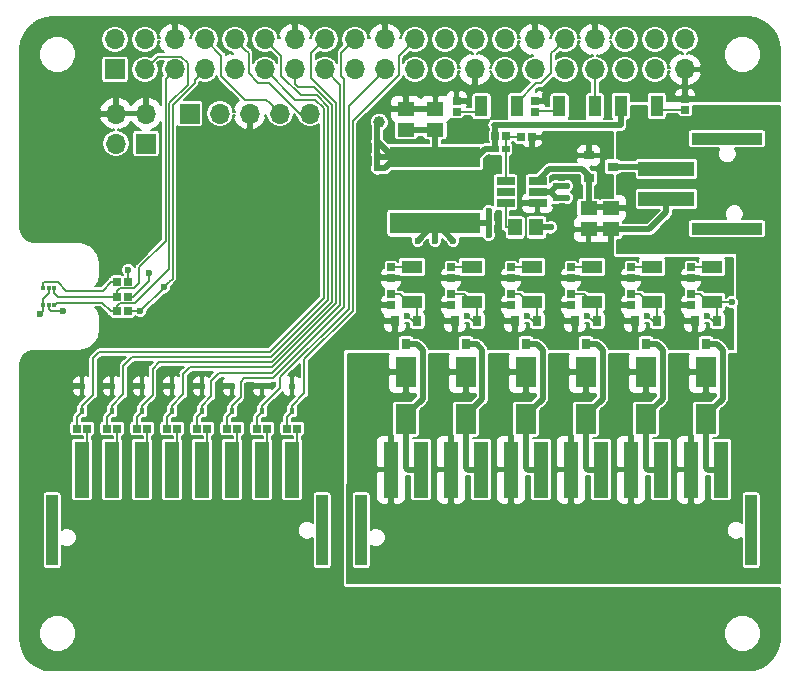
<source format=gtl>
G04 #@! TF.GenerationSoftware,KiCad,Pcbnew,5.0.0-rc2+dfsg1-3*
G04 #@! TF.CreationDate,2018-06-30T12:01:17+02:00*
G04 #@! TF.ProjectId,alpha,616C7068612E6B696361645F70636200,rev?*
G04 #@! TF.SameCoordinates,Original*
G04 #@! TF.FileFunction,Copper,L1,Top,Signal*
G04 #@! TF.FilePolarity,Positive*
%FSLAX46Y46*%
G04 Gerber Fmt 4.6, Leading zero omitted, Abs format (unit mm)*
G04 Created by KiCad (PCBNEW 5.0.0-rc2+dfsg1-3) date Sat Jun 30 12:01:17 2018*
%MOMM*%
%LPD*%
G01*
G04 APERTURE LIST*
G04 #@! TA.AperFunction,SMDPad,CuDef*
%ADD10R,0.450000X0.600000*%
G04 #@! TD*
G04 #@! TA.AperFunction,SMDPad,CuDef*
%ADD11R,1.300000X4.700000*%
G04 #@! TD*
G04 #@! TA.AperFunction,SMDPad,CuDef*
%ADD12R,1.000000X6.000000*%
G04 #@! TD*
G04 #@! TA.AperFunction,SMDPad,CuDef*
%ADD13R,6.000000X1.000000*%
G04 #@! TD*
G04 #@! TA.AperFunction,SMDPad,CuDef*
%ADD14R,4.700000X1.300000*%
G04 #@! TD*
G04 #@! TA.AperFunction,ComponentPad*
%ADD15R,1.700000X1.700000*%
G04 #@! TD*
G04 #@! TA.AperFunction,ComponentPad*
%ADD16O,1.700000X1.700000*%
G04 #@! TD*
G04 #@! TA.AperFunction,SMDPad,CuDef*
%ADD17R,7.700000X1.800000*%
G04 #@! TD*
G04 #@! TA.AperFunction,SMDPad,CuDef*
%ADD18R,0.800000X0.900000*%
G04 #@! TD*
G04 #@! TA.AperFunction,SMDPad,CuDef*
%ADD19R,1.560000X0.650000*%
G04 #@! TD*
G04 #@! %TA.AperFunction,BGAPad,CuDef*
%ADD20C,1.000000*%
G04 #@! TD*
G04 #@! TA.AperFunction,SMDPad,CuDef*
%ADD21R,0.650000X0.650000*%
G04 #@! TD*
G04 #@! TA.AperFunction,SMDPad,CuDef*
%ADD22R,1.450000X1.150000*%
G04 #@! TD*
G04 #@! TA.AperFunction,SMDPad,CuDef*
%ADD23R,1.100000X1.750000*%
G04 #@! TD*
G04 #@! TA.AperFunction,SMDPad,CuDef*
%ADD24R,1.750000X1.100000*%
G04 #@! TD*
G04 #@! TA.AperFunction,SMDPad,CuDef*
%ADD25R,0.300000X0.450000*%
G04 #@! TD*
G04 #@! TA.AperFunction,SMDPad,CuDef*
%ADD26R,1.800000X2.500000*%
G04 #@! TD*
G04 #@! TA.AperFunction,SMDPad,CuDef*
%ADD27R,1.150000X1.450000*%
G04 #@! TD*
G04 #@! TA.AperFunction,SMDPad,CuDef*
%ADD28R,0.650000X0.600000*%
G04 #@! TD*
G04 #@! TA.AperFunction,SMDPad,CuDef*
%ADD29R,0.900000X0.800000*%
G04 #@! TD*
G04 #@! TA.AperFunction,ViaPad*
%ADD30C,0.600000*%
G04 #@! TD*
G04 #@! TA.AperFunction,Conductor*
%ADD31C,0.500000*%
G04 #@! TD*
G04 #@! TA.AperFunction,Conductor*
%ADD32C,0.200000*%
G04 #@! TD*
G04 #@! TA.AperFunction,Conductor*
%ADD33C,0.150000*%
G04 #@! TD*
G04 APERTURE END LIST*
D10*
G04 #@! TO.P,D13,2*
G04 #@! TO.N,GND*
X223368000Y-125582000D03*
G04 #@! TO.P,D13,1*
G04 #@! TO.N,/INPUT_1*
X223368000Y-127682000D03*
G04 #@! TD*
D11*
G04 #@! TO.P,P2,8*
G04 #@! TO.N,Net-(P2-Pad8)*
X205588000Y-132646000D03*
G04 #@! TO.P,P2,7*
G04 #@! TO.N,Net-(P2-Pad7)*
X208128000Y-132646000D03*
G04 #@! TO.P,P2,6*
G04 #@! TO.N,Net-(P2-Pad6)*
X210668000Y-132646000D03*
G04 #@! TO.P,P2,5*
G04 #@! TO.N,Net-(P2-Pad5)*
X213208000Y-132646000D03*
G04 #@! TO.P,P2,4*
G04 #@! TO.N,Net-(P2-Pad4)*
X215748000Y-132646000D03*
G04 #@! TO.P,P2,3*
G04 #@! TO.N,Net-(P2-Pad3)*
X218288000Y-132646000D03*
G04 #@! TO.P,P2,2*
G04 #@! TO.N,Net-(P2-Pad2)*
X220828000Y-132646000D03*
G04 #@! TO.P,P2,1*
G04 #@! TO.N,Net-(P2-Pad1)*
X223368000Y-132646000D03*
D12*
G04 #@! TO.P,P2,*
G04 #@! TO.N,*
X203048000Y-137796000D03*
X225908000Y-137796000D03*
G04 #@! TD*
D13*
G04 #@! TO.P,P4,*
G04 #@! TO.N,*
X260211000Y-112268000D03*
D14*
G04 #@! TO.P,P4,2*
G04 #@! TO.N,GND*
X255061000Y-109728000D03*
G04 #@! TO.P,P4,1*
G04 #@! TO.N,Net-(P4-Pad1)*
X255061000Y-107188000D03*
D13*
G04 #@! TO.P,P4,*
G04 #@! TO.N,*
X260211000Y-104648000D03*
G04 #@! TD*
D11*
G04 #@! TO.P,P1,12*
G04 #@! TO.N,Vin*
X231750000Y-132646000D03*
G04 #@! TO.P,P1,11*
G04 #@! TO.N,/SWITCH_1_OUT*
X234290000Y-132646000D03*
G04 #@! TO.P,P1,10*
G04 #@! TO.N,Vin*
X236830000Y-132646000D03*
G04 #@! TO.P,P1,9*
G04 #@! TO.N,/SWITCH_2_OUT*
X239370000Y-132646000D03*
G04 #@! TO.P,P1,8*
G04 #@! TO.N,Vin*
X241910000Y-132646000D03*
G04 #@! TO.P,P1,7*
G04 #@! TO.N,/SWITCH_3_OUT*
X244450000Y-132646000D03*
G04 #@! TO.P,P1,6*
G04 #@! TO.N,Vin*
X246990000Y-132646000D03*
G04 #@! TO.P,P1,5*
G04 #@! TO.N,/SWITCH_4_OUT*
X249530000Y-132646000D03*
G04 #@! TO.P,P1,4*
G04 #@! TO.N,Vin*
X252070000Y-132646000D03*
G04 #@! TO.P,P1,3*
G04 #@! TO.N,/SWITCH_5_OUT*
X254610000Y-132646000D03*
G04 #@! TO.P,P1,2*
G04 #@! TO.N,Vin*
X257150000Y-132646000D03*
G04 #@! TO.P,P1,1*
G04 #@! TO.N,/SWITCH_6_OUT*
X259690000Y-132646000D03*
D12*
G04 #@! TO.P,P1,*
G04 #@! TO.N,*
X229210000Y-137796000D03*
X262230000Y-137796000D03*
G04 #@! TD*
D15*
G04 #@! TO.P,P3,1*
G04 #@! TO.N,+3V3*
X208370000Y-98770000D03*
D16*
G04 #@! TO.P,P3,2*
G04 #@! TO.N,+5V*
X208370000Y-96230000D03*
G04 #@! TO.P,P3,3*
G04 #@! TO.N,/TMP102_SDA*
X210910000Y-98770000D03*
G04 #@! TO.P,P3,4*
G04 #@! TO.N,+5V*
X210910000Y-96230000D03*
G04 #@! TO.P,P3,5*
G04 #@! TO.N,/TMP102_SCL*
X213450000Y-98770000D03*
G04 #@! TO.P,P3,6*
G04 #@! TO.N,GND*
X213450000Y-96230000D03*
G04 #@! TO.P,P3,7*
G04 #@! TO.N,/TMP102_PWR*
X215990000Y-98770000D03*
G04 #@! TO.P,P3,8*
G04 #@! TO.N,/SERIAL_TX*
X215990000Y-96230000D03*
G04 #@! TO.P,P3,9*
G04 #@! TO.N,GND*
X218530000Y-98770000D03*
G04 #@! TO.P,P3,10*
G04 #@! TO.N,/SERIAL_RX*
X218530000Y-96230000D03*
G04 #@! TO.P,P3,11*
G04 #@! TO.N,/INPUT_8*
X221070000Y-98770000D03*
G04 #@! TO.P,P3,12*
G04 #@! TO.N,/INPUT_7*
X221070000Y-96230000D03*
G04 #@! TO.P,P3,13*
G04 #@! TO.N,/INPUT_6*
X223610000Y-98770000D03*
G04 #@! TO.P,P3,14*
G04 #@! TO.N,GND*
X223610000Y-96230000D03*
G04 #@! TO.P,P3,15*
G04 #@! TO.N,/INPUT_4*
X226150000Y-98770000D03*
G04 #@! TO.P,P3,16*
G04 #@! TO.N,/INPUT_5*
X226150000Y-96230000D03*
G04 #@! TO.P,P3,17*
G04 #@! TO.N,+3V3*
X228690000Y-98770000D03*
G04 #@! TO.P,P3,18*
G04 #@! TO.N,/INPUT_3*
X228690000Y-96230000D03*
G04 #@! TO.P,P3,19*
G04 #@! TO.N,/INPUT_2*
X231230000Y-98770000D03*
G04 #@! TO.P,P3,20*
G04 #@! TO.N,GND*
X231230000Y-96230000D03*
G04 #@! TO.P,P3,21*
G04 #@! TO.N,Net-(P3-Pad21)*
X233770000Y-98770000D03*
G04 #@! TO.P,P3,22*
G04 #@! TO.N,/INPUT_1*
X233770000Y-96230000D03*
G04 #@! TO.P,P3,23*
G04 #@! TO.N,Net-(P3-Pad23)*
X236310000Y-98770000D03*
G04 #@! TO.P,P3,24*
G04 #@! TO.N,Net-(P3-Pad24)*
X236310000Y-96230000D03*
G04 #@! TO.P,P3,25*
G04 #@! TO.N,GND*
X238850000Y-98770000D03*
G04 #@! TO.P,P3,26*
G04 #@! TO.N,Net-(P3-Pad26)*
X238850000Y-96230000D03*
G04 #@! TO.P,P3,27*
G04 #@! TO.N,Net-(P3-Pad27)*
X241390000Y-98770000D03*
G04 #@! TO.P,P3,28*
G04 #@! TO.N,Net-(P3-Pad28)*
X241390000Y-96230000D03*
G04 #@! TO.P,P3,29*
G04 #@! TO.N,Net-(P3-Pad29)*
X243930000Y-98770000D03*
G04 #@! TO.P,P3,30*
G04 #@! TO.N,GND*
X243930000Y-96230000D03*
G04 #@! TO.P,P3,31*
G04 #@! TO.N,/SWITCH_1*
X246470000Y-98770000D03*
G04 #@! TO.P,P3,32*
G04 #@! TO.N,/STATUS_LED_1*
X246470000Y-96230000D03*
G04 #@! TO.P,P3,33*
G04 #@! TO.N,/STATUS_LED_2*
X249010000Y-98770000D03*
G04 #@! TO.P,P3,34*
G04 #@! TO.N,GND*
X249010000Y-96230000D03*
G04 #@! TO.P,P3,35*
G04 #@! TO.N,/SWITCH_2*
X251550000Y-98770000D03*
G04 #@! TO.P,P3,36*
G04 #@! TO.N,/SWITCH_3*
X251550000Y-96230000D03*
G04 #@! TO.P,P3,37*
G04 #@! TO.N,/SWITCH_4*
X254090000Y-98770000D03*
G04 #@! TO.P,P3,38*
G04 #@! TO.N,/SWITCH_5*
X254090000Y-96230000D03*
G04 #@! TO.P,P3,39*
G04 #@! TO.N,GND*
X256630000Y-98770000D03*
G04 #@! TO.P,P3,40*
G04 #@! TO.N,/SWITCH_6*
X256630000Y-96230000D03*
G04 #@! TD*
D17*
G04 #@! TO.P,L1,1*
G04 #@! TO.N,+5V*
X235500000Y-106200000D03*
G04 #@! TO.P,L1,2*
G04 #@! TO.N,/SW*
X235500000Y-111800000D03*
G04 #@! TD*
D18*
G04 #@! TO.P,Q1,1*
G04 #@! TO.N,/SWITCH_1*
X233970000Y-120044000D03*
G04 #@! TO.P,Q1,2*
G04 #@! TO.N,GND*
X232070000Y-120044000D03*
G04 #@! TO.P,Q1,3*
G04 #@! TO.N,/SWITCH_1_OUT*
X233020000Y-122044000D03*
G04 #@! TD*
G04 #@! TO.P,Q2,1*
G04 #@! TO.N,/SWITCH_2*
X239050000Y-120044000D03*
G04 #@! TO.P,Q2,2*
G04 #@! TO.N,GND*
X237150000Y-120044000D03*
G04 #@! TO.P,Q2,3*
G04 #@! TO.N,/SWITCH_2_OUT*
X238100000Y-122044000D03*
G04 #@! TD*
G04 #@! TO.P,Q3,1*
G04 #@! TO.N,/SWITCH_3*
X244130000Y-120044000D03*
G04 #@! TO.P,Q3,2*
G04 #@! TO.N,GND*
X242230000Y-120044000D03*
G04 #@! TO.P,Q3,3*
G04 #@! TO.N,/SWITCH_3_OUT*
X243180000Y-122044000D03*
G04 #@! TD*
G04 #@! TO.P,Q4,1*
G04 #@! TO.N,/SWITCH_4*
X249210000Y-120044000D03*
G04 #@! TO.P,Q4,2*
G04 #@! TO.N,GND*
X247310000Y-120044000D03*
G04 #@! TO.P,Q4,3*
G04 #@! TO.N,/SWITCH_4_OUT*
X248260000Y-122044000D03*
G04 #@! TD*
G04 #@! TO.P,Q5,1*
G04 #@! TO.N,/SWITCH_5*
X254290000Y-120044000D03*
G04 #@! TO.P,Q5,2*
G04 #@! TO.N,GND*
X252390000Y-120044000D03*
G04 #@! TO.P,Q5,3*
G04 #@! TO.N,/SWITCH_5_OUT*
X253340000Y-122044000D03*
G04 #@! TD*
G04 #@! TO.P,Q6,1*
G04 #@! TO.N,/SWITCH_6*
X259370000Y-120044000D03*
G04 #@! TO.P,Q6,2*
G04 #@! TO.N,GND*
X257470000Y-120044000D03*
G04 #@! TO.P,Q6,3*
G04 #@! TO.N,/SWITCH_6_OUT*
X258420000Y-122044000D03*
G04 #@! TD*
D19*
G04 #@! TO.P,U1,1*
G04 #@! TO.N,GND*
X244150000Y-110093000D03*
G04 #@! TO.P,U1,2*
G04 #@! TO.N,/SW*
X244150000Y-109143000D03*
G04 #@! TO.P,U1,3*
G04 #@! TO.N,Vin*
X244150000Y-108193000D03*
G04 #@! TO.P,U1,4*
G04 #@! TO.N,/FB*
X241450000Y-108193000D03*
G04 #@! TO.P,U1,6*
G04 #@! TO.N,/BOOT*
X241450000Y-110093000D03*
G04 #@! TO.P,U1,5*
G04 #@! TO.N,Net-(U1-Pad5)*
X241450000Y-109143000D03*
G04 #@! TD*
D15*
G04 #@! TO.P,J1,1*
G04 #@! TO.N,+3V3*
X211000000Y-105040000D03*
D16*
G04 #@! TO.P,J1,2*
G04 #@! TO.N,+5V*
X208460000Y-105040000D03*
G04 #@! TO.P,J1,3*
G04 #@! TO.N,GND*
X211000000Y-102500000D03*
G04 #@! TO.P,J1,4*
X208460000Y-102500000D03*
G04 #@! TD*
D15*
G04 #@! TO.P,J2,1*
G04 #@! TO.N,+5V*
X214710000Y-102500000D03*
D16*
G04 #@! TO.P,J2,2*
G04 #@! TO.N,+3V3*
X217250000Y-102500000D03*
G04 #@! TO.P,J2,3*
G04 #@! TO.N,GND*
X219790000Y-102500000D03*
G04 #@! TO.P,J2,4*
G04 #@! TO.N,/SERIAL_TX*
X222330000Y-102500000D03*
G04 #@! TO.P,J2,5*
G04 #@! TO.N,/SERIAL_RX*
X224870000Y-102500000D03*
G04 #@! TD*
D20*
G04 #@! TO.P,TP1,1*
G04 #@! TO.N,+5V*
X230750000Y-103250000D03*
G04 #@! TD*
D21*
G04 #@! TO.P,R2,1*
G04 #@! TO.N,GND*
X231750000Y-116414000D03*
G04 #@! TO.P,R2,2*
G04 #@! TO.N,Net-(D2-Pad1)*
X231750000Y-115514000D03*
G04 #@! TD*
G04 #@! TO.P,R4,1*
G04 #@! TO.N,GND*
X236830000Y-116414000D03*
G04 #@! TO.P,R4,2*
G04 #@! TO.N,Net-(D4-Pad1)*
X236830000Y-115514000D03*
G04 #@! TD*
G04 #@! TO.P,R6,1*
G04 #@! TO.N,GND*
X241910000Y-116414000D03*
G04 #@! TO.P,R6,2*
G04 #@! TO.N,Net-(D6-Pad1)*
X241910000Y-115514000D03*
G04 #@! TD*
G04 #@! TO.P,R8,1*
G04 #@! TO.N,GND*
X246990000Y-116414000D03*
G04 #@! TO.P,R8,2*
G04 #@! TO.N,Net-(D8-Pad1)*
X246990000Y-115514000D03*
G04 #@! TD*
G04 #@! TO.P,R10,1*
G04 #@! TO.N,GND*
X252070000Y-116414000D03*
G04 #@! TO.P,R10,2*
G04 #@! TO.N,Net-(D10-Pad1)*
X252070000Y-115514000D03*
G04 #@! TD*
G04 #@! TO.P,R12,1*
G04 #@! TO.N,GND*
X257150000Y-116414000D03*
G04 #@! TO.P,R12,2*
G04 #@! TO.N,Net-(D12-Pad1)*
X257150000Y-115514000D03*
G04 #@! TD*
G04 #@! TO.P,R13,1*
G04 #@! TO.N,/INPUT_1*
X222918000Y-129172000D03*
G04 #@! TO.P,R13,2*
G04 #@! TO.N,Net-(P2-Pad1)*
X223818000Y-129172000D03*
G04 #@! TD*
G04 #@! TO.P,R14,1*
G04 #@! TO.N,/INPUT_2*
X220378000Y-129172000D03*
G04 #@! TO.P,R14,2*
G04 #@! TO.N,Net-(P2-Pad2)*
X221278000Y-129172000D03*
G04 #@! TD*
G04 #@! TO.P,R15,1*
G04 #@! TO.N,/INPUT_3*
X217838000Y-129172000D03*
G04 #@! TO.P,R15,2*
G04 #@! TO.N,Net-(P2-Pad3)*
X218738000Y-129172000D03*
G04 #@! TD*
G04 #@! TO.P,R16,1*
G04 #@! TO.N,/INPUT_4*
X215298000Y-129172000D03*
G04 #@! TO.P,R16,2*
G04 #@! TO.N,Net-(P2-Pad4)*
X216198000Y-129172000D03*
G04 #@! TD*
G04 #@! TO.P,R17,1*
G04 #@! TO.N,/INPUT_5*
X212758000Y-129172000D03*
G04 #@! TO.P,R17,2*
G04 #@! TO.N,Net-(P2-Pad5)*
X213658000Y-129172000D03*
G04 #@! TD*
G04 #@! TO.P,R18,1*
G04 #@! TO.N,/INPUT_6*
X210218000Y-129172000D03*
G04 #@! TO.P,R18,2*
G04 #@! TO.N,Net-(P2-Pad6)*
X211118000Y-129172000D03*
G04 #@! TD*
G04 #@! TO.P,R19,1*
G04 #@! TO.N,/INPUT_7*
X207678000Y-129172000D03*
G04 #@! TO.P,R19,2*
G04 #@! TO.N,Net-(P2-Pad7)*
X208578000Y-129172000D03*
G04 #@! TD*
G04 #@! TO.P,R20,1*
G04 #@! TO.N,/INPUT_8*
X205138000Y-129172000D03*
G04 #@! TO.P,R20,2*
G04 #@! TO.N,Net-(P2-Pad8)*
X206038000Y-129172000D03*
G04 #@! TD*
G04 #@! TO.P,R24,1*
G04 #@! TO.N,/TMP102_PWR*
X209450000Y-118000000D03*
G04 #@! TO.P,R24,2*
G04 #@! TO.N,/TMP102_SCL*
X208550000Y-118000000D03*
G04 #@! TD*
G04 #@! TO.P,R25,1*
G04 #@! TO.N,/TMP102_PWR*
X209450000Y-119250000D03*
G04 #@! TO.P,R25,2*
G04 #@! TO.N,/TMP102_SDA*
X208550000Y-119250000D03*
G04 #@! TD*
G04 #@! TO.P,R26,1*
G04 #@! TO.N,/TMP102_PWR*
X209450000Y-116750000D03*
G04 #@! TO.P,R26,2*
G04 #@! TO.N,/~TMP102_ALERT*
X208550000Y-116750000D03*
G04 #@! TD*
G04 #@! TO.P,R27,1*
G04 #@! TO.N,Net-(D22-Pad1)*
X243900000Y-102350000D03*
G04 #@! TO.P,R27,2*
G04 #@! TO.N,GND*
X243900000Y-101450000D03*
G04 #@! TD*
G04 #@! TO.P,R28,1*
G04 #@! TO.N,Net-(D23-Pad1)*
X237300000Y-102350000D03*
G04 #@! TO.P,R28,2*
G04 #@! TO.N,GND*
X237300000Y-101450000D03*
G04 #@! TD*
D22*
G04 #@! TO.P,C2,1*
G04 #@! TO.N,Vin*
X250367000Y-110514000D03*
G04 #@! TO.P,C2,2*
G04 #@! TO.N,GND*
X250367000Y-112314000D03*
G04 #@! TD*
D23*
G04 #@! TO.P,D21,1*
G04 #@! TO.N,Net-(D21-Pad1)*
X254230000Y-101854000D03*
G04 #@! TO.P,D21,2*
G04 #@! TO.N,+5V*
X251230000Y-101854000D03*
G04 #@! TD*
G04 #@! TO.P,D22,1*
G04 #@! TO.N,Net-(D22-Pad1)*
X246000000Y-101900000D03*
G04 #@! TO.P,D22,2*
G04 #@! TO.N,/STATUS_LED_2*
X249000000Y-101900000D03*
G04 #@! TD*
G04 #@! TO.P,D23,1*
G04 #@! TO.N,Net-(D23-Pad1)*
X239400000Y-101900000D03*
G04 #@! TO.P,D23,2*
G04 #@! TO.N,/STATUS_LED_1*
X242400000Y-101900000D03*
G04 #@! TD*
D21*
G04 #@! TO.P,R1,1*
G04 #@! TO.N,/SWITCH_1*
X231750000Y-117800000D03*
G04 #@! TO.P,R1,2*
G04 #@! TO.N,GND*
X231750000Y-118700000D03*
G04 #@! TD*
G04 #@! TO.P,R3,1*
G04 #@! TO.N,/SWITCH_2*
X236830000Y-117800000D03*
G04 #@! TO.P,R3,2*
G04 #@! TO.N,GND*
X236830000Y-118700000D03*
G04 #@! TD*
G04 #@! TO.P,R5,1*
G04 #@! TO.N,/SWITCH_3*
X241910000Y-117800000D03*
G04 #@! TO.P,R5,2*
G04 #@! TO.N,GND*
X241910000Y-118700000D03*
G04 #@! TD*
G04 #@! TO.P,R7,1*
G04 #@! TO.N,/SWITCH_4*
X246990000Y-117800000D03*
G04 #@! TO.P,R7,2*
G04 #@! TO.N,GND*
X246990000Y-118700000D03*
G04 #@! TD*
G04 #@! TO.P,R9,1*
G04 #@! TO.N,/SWITCH_5*
X252070000Y-117800000D03*
G04 #@! TO.P,R9,2*
G04 #@! TO.N,GND*
X252070000Y-118700000D03*
G04 #@! TD*
G04 #@! TO.P,R11,1*
G04 #@! TO.N,/SWITCH_6*
X257150000Y-117800000D03*
G04 #@! TO.P,R11,2*
G04 #@! TO.N,GND*
X257150000Y-118700000D03*
G04 #@! TD*
D24*
G04 #@! TO.P,D2,1*
G04 #@! TO.N,Net-(D2-Pad1)*
X233528000Y-115480000D03*
G04 #@! TO.P,D2,2*
G04 #@! TO.N,/SWITCH_1*
X233528000Y-118480000D03*
G04 #@! TD*
G04 #@! TO.P,D4,1*
G04 #@! TO.N,Net-(D4-Pad1)*
X238608000Y-115480000D03*
G04 #@! TO.P,D4,2*
G04 #@! TO.N,/SWITCH_2*
X238608000Y-118480000D03*
G04 #@! TD*
G04 #@! TO.P,D6,1*
G04 #@! TO.N,Net-(D6-Pad1)*
X243688000Y-115480000D03*
G04 #@! TO.P,D6,2*
G04 #@! TO.N,/SWITCH_3*
X243688000Y-118480000D03*
G04 #@! TD*
G04 #@! TO.P,D8,1*
G04 #@! TO.N,Net-(D8-Pad1)*
X248768000Y-115480000D03*
G04 #@! TO.P,D8,2*
G04 #@! TO.N,/SWITCH_4*
X248768000Y-118480000D03*
G04 #@! TD*
G04 #@! TO.P,D10,1*
G04 #@! TO.N,Net-(D10-Pad1)*
X253848000Y-115480000D03*
G04 #@! TO.P,D10,2*
G04 #@! TO.N,/SWITCH_5*
X253848000Y-118480000D03*
G04 #@! TD*
G04 #@! TO.P,D12,1*
G04 #@! TO.N,Net-(D12-Pad1)*
X258928000Y-115480000D03*
G04 #@! TO.P,D12,2*
G04 #@! TO.N,/SWITCH_6*
X258928000Y-118480000D03*
G04 #@! TD*
D21*
G04 #@! TO.P,R23,1*
G04 #@! TO.N,Net-(D21-Pad1)*
X256667000Y-102177000D03*
G04 #@! TO.P,R23,2*
G04 #@! TO.N,GND*
X256667000Y-101277000D03*
G04 #@! TD*
D25*
G04 #@! TO.P,U2,1*
G04 #@! TO.N,/TMP102_SCL*
X203250000Y-117300000D03*
G04 #@! TO.P,U2,3*
G04 #@! TO.N,/~TMP102_ALERT*
X202250000Y-117300000D03*
G04 #@! TO.P,U2,6*
G04 #@! TO.N,/TMP102_SDA*
X203250000Y-118700000D03*
G04 #@! TO.P,U2,2*
G04 #@! TO.N,GND*
X202750000Y-117300000D03*
G04 #@! TO.P,U2,4*
X202250000Y-118700000D03*
G04 #@! TO.P,U2,5*
G04 #@! TO.N,/TMP102_PWR*
X202750000Y-118700000D03*
G04 #@! TD*
D26*
G04 #@! TO.P,D1,1*
G04 #@! TO.N,Vin*
X233020000Y-124378000D03*
G04 #@! TO.P,D1,2*
G04 #@! TO.N,/SWITCH_1_OUT*
X233020000Y-128378000D03*
G04 #@! TD*
G04 #@! TO.P,D3,1*
G04 #@! TO.N,Vin*
X238100000Y-124378000D03*
G04 #@! TO.P,D3,2*
G04 #@! TO.N,/SWITCH_2_OUT*
X238100000Y-128378000D03*
G04 #@! TD*
G04 #@! TO.P,D5,1*
G04 #@! TO.N,Vin*
X243180000Y-124378000D03*
G04 #@! TO.P,D5,2*
G04 #@! TO.N,/SWITCH_3_OUT*
X243180000Y-128378000D03*
G04 #@! TD*
G04 #@! TO.P,D7,1*
G04 #@! TO.N,Vin*
X248260000Y-124378000D03*
G04 #@! TO.P,D7,2*
G04 #@! TO.N,/SWITCH_4_OUT*
X248260000Y-128378000D03*
G04 #@! TD*
G04 #@! TO.P,D11,1*
G04 #@! TO.N,Vin*
X258420000Y-124378000D03*
G04 #@! TO.P,D11,2*
G04 #@! TO.N,/SWITCH_6_OUT*
X258420000Y-128378000D03*
G04 #@! TD*
G04 #@! TO.P,D9,1*
G04 #@! TO.N,Vin*
X253340000Y-124378000D03*
G04 #@! TO.P,D9,2*
G04 #@! TO.N,/SWITCH_5_OUT*
X253340000Y-128378000D03*
G04 #@! TD*
D27*
G04 #@! TO.P,C1,1*
G04 #@! TO.N,/BOOT*
X242250000Y-112143000D03*
G04 #@! TO.P,C1,2*
G04 #@! TO.N,/SW*
X244050000Y-112143000D03*
G04 #@! TD*
D22*
G04 #@! TO.P,C3,1*
G04 #@! TO.N,Vin*
X248467000Y-110514000D03*
G04 #@! TO.P,C3,2*
G04 #@! TO.N,GND*
X248467000Y-112314000D03*
G04 #@! TD*
G04 #@! TO.P,C5,1*
G04 #@! TO.N,+5V*
X235500000Y-103900000D03*
G04 #@! TO.P,C5,2*
G04 #@! TO.N,GND*
X235500000Y-102100000D03*
G04 #@! TD*
G04 #@! TO.P,C6,1*
G04 #@! TO.N,+5V*
X233000000Y-103900000D03*
G04 #@! TO.P,C6,2*
G04 #@! TO.N,GND*
X233000000Y-102100000D03*
G04 #@! TD*
D21*
G04 #@! TO.P,R21,1*
G04 #@! TO.N,+5V*
X240550000Y-104394000D03*
G04 #@! TO.P,R21,2*
G04 #@! TO.N,/FB*
X241450000Y-104394000D03*
G04 #@! TD*
G04 #@! TO.P,R22,1*
G04 #@! TO.N,/FB*
X242755000Y-104521000D03*
G04 #@! TO.P,R22,2*
G04 #@! TO.N,GND*
X243655000Y-104521000D03*
G04 #@! TD*
D28*
G04 #@! TO.P,C4,1*
G04 #@! TO.N,+5V*
X240550000Y-105500000D03*
G04 #@! TO.P,C4,2*
G04 #@! TO.N,/FB*
X241450000Y-105500000D03*
G04 #@! TD*
D29*
G04 #@! TO.P,Q7,1*
G04 #@! TO.N,GND*
X248500000Y-106050000D03*
G04 #@! TO.P,Q7,2*
G04 #@! TO.N,Vin*
X248500000Y-107950000D03*
G04 #@! TO.P,Q7,3*
G04 #@! TO.N,Net-(P4-Pad1)*
X250500000Y-107000000D03*
G04 #@! TD*
D10*
G04 #@! TO.P,D14,2*
G04 #@! TO.N,GND*
X220828000Y-125582000D03*
G04 #@! TO.P,D14,1*
G04 #@! TO.N,/INPUT_2*
X220828000Y-127682000D03*
G04 #@! TD*
G04 #@! TO.P,D15,1*
G04 #@! TO.N,/INPUT_3*
X218288000Y-127682000D03*
G04 #@! TO.P,D15,2*
G04 #@! TO.N,GND*
X218288000Y-125582000D03*
G04 #@! TD*
G04 #@! TO.P,D16,1*
G04 #@! TO.N,/INPUT_4*
X215748000Y-127682000D03*
G04 #@! TO.P,D16,2*
G04 #@! TO.N,GND*
X215748000Y-125582000D03*
G04 #@! TD*
G04 #@! TO.P,D17,2*
G04 #@! TO.N,GND*
X213208000Y-125582000D03*
G04 #@! TO.P,D17,1*
G04 #@! TO.N,/INPUT_5*
X213208000Y-127682000D03*
G04 #@! TD*
G04 #@! TO.P,D18,1*
G04 #@! TO.N,/INPUT_6*
X210668000Y-127682000D03*
G04 #@! TO.P,D18,2*
G04 #@! TO.N,GND*
X210668000Y-125582000D03*
G04 #@! TD*
G04 #@! TO.P,D19,2*
G04 #@! TO.N,GND*
X208128000Y-125582000D03*
G04 #@! TO.P,D19,1*
G04 #@! TO.N,/INPUT_7*
X208128000Y-127682000D03*
G04 #@! TD*
G04 #@! TO.P,D20,1*
G04 #@! TO.N,/INPUT_8*
X205588000Y-127682000D03*
G04 #@! TO.P,D20,2*
G04 #@! TO.N,GND*
X205588000Y-125582000D03*
G04 #@! TD*
D30*
G04 #@! TO.N,+5V*
X230550000Y-107150000D03*
X230580000Y-105960000D03*
X230590000Y-104860000D03*
G04 #@! TO.N,GND*
X209500000Y-120500000D03*
X202000000Y-119500000D03*
X244750439Y-100999888D03*
X230480000Y-120028000D03*
X230480000Y-118758000D03*
X230480000Y-116472000D03*
X245720000Y-120028000D03*
X245720000Y-118758000D03*
X245720000Y-116472000D03*
X250800000Y-120028000D03*
X250800000Y-118758000D03*
X250800000Y-116472000D03*
X255880000Y-116472000D03*
X255880000Y-118758000D03*
X255880000Y-120028000D03*
X240640000Y-120028000D03*
X240640000Y-118758000D03*
X240640000Y-116472000D03*
X235560000Y-120028000D03*
X235560000Y-116472000D03*
X235560000Y-118758000D03*
X208500000Y-101000000D03*
X209750000Y-101000000D03*
X211000000Y-101000000D03*
X211750000Y-108250000D03*
X214250000Y-109750000D03*
X214250000Y-108250000D03*
X211750000Y-109750000D03*
G04 #@! TO.N,/SWITCH_1*
X233120002Y-119600000D03*
G04 #@! TO.N,/SWITCH_2*
X238200002Y-119600000D03*
G04 #@! TO.N,/SWITCH_3*
X243280002Y-119600000D03*
G04 #@! TO.N,/SWITCH_4*
X248360002Y-119600000D03*
G04 #@! TO.N,/SWITCH_5*
X253440002Y-119600000D03*
G04 #@! TO.N,/SWITCH_6*
X258520002Y-119600000D03*
X260604000Y-118491000D03*
G04 #@! TO.N,/TMP102_PWR*
X212513973Y-117224300D03*
X211250000Y-115971841D03*
X203957639Y-119258996D03*
X209500000Y-115750000D03*
X210500000Y-119250000D03*
G04 #@! TO.N,/SW*
X245250000Y-112143000D03*
X245750000Y-109643000D03*
X240000000Y-112750000D03*
X240000000Y-110750000D03*
X240000000Y-111750000D03*
X246660998Y-108643000D03*
X246660998Y-109643000D03*
X245750000Y-108643000D03*
X237000000Y-113250000D03*
X234000000Y-113250000D03*
X235500000Y-113250000D03*
G04 #@! TD*
D31*
G04 #@! TO.N,+5V*
X230580000Y-105960000D02*
X230580000Y-107120000D01*
X231257106Y-107150000D02*
X232207106Y-106200000D01*
X230590000Y-104860000D02*
X231930000Y-106200000D01*
X230580000Y-105960000D02*
X230580000Y-104870000D01*
X239025000Y-106200000D02*
X235500000Y-106200000D01*
X231930000Y-106200000D02*
X235500000Y-106200000D01*
X239725000Y-105500000D02*
X239025000Y-106200000D01*
X230580000Y-104870000D02*
X230590000Y-104860000D01*
X240550000Y-105500000D02*
X239725000Y-105500000D01*
X235500000Y-106200000D02*
X235500000Y-103900000D01*
X235500000Y-103900000D02*
X233500000Y-103900000D01*
X230580000Y-107120000D02*
X230550000Y-107150000D01*
X230820000Y-106200000D02*
X230580000Y-105960000D01*
X230550000Y-107150000D02*
X231257106Y-107150000D01*
X235500000Y-106200000D02*
X230820000Y-106200000D01*
X232207106Y-106200000D02*
X235500000Y-106200000D01*
X251206000Y-103505000D02*
X251230000Y-102179000D01*
X240764999Y-103474999D02*
X251206000Y-103505000D01*
X251230000Y-102179000D02*
X251230000Y-101854000D01*
X240764999Y-103474999D02*
X240441001Y-103474999D01*
X240550000Y-103583998D02*
X240550000Y-104250000D01*
X240441001Y-103474999D02*
X240550000Y-103583998D01*
X240550000Y-104250000D02*
X240550000Y-105500000D01*
X230590000Y-103410000D02*
X230750000Y-103250000D01*
X230590000Y-104860000D02*
X230590000Y-103410000D01*
D32*
G04 #@! TO.N,GND*
X202250000Y-119250000D02*
X202000000Y-119500000D01*
X202250000Y-118700000D02*
X202250000Y-119250000D01*
D31*
X244725000Y-101450000D02*
X244750439Y-101424561D01*
X243900000Y-101450000D02*
X244725000Y-101450000D01*
X244750439Y-101424561D02*
X244750439Y-100999888D01*
D33*
X202750000Y-117300000D02*
X202750000Y-117675000D01*
X202750000Y-117675000D02*
X202250000Y-118175000D01*
X202250000Y-118175000D02*
X202250000Y-118325000D01*
X202250000Y-118325000D02*
X202250000Y-118700000D01*
D31*
X232070000Y-120044000D02*
X230496000Y-120044000D01*
X230496000Y-120044000D02*
X230480000Y-120028000D01*
X231750000Y-118700000D02*
X230538000Y-118700000D01*
X230538000Y-118700000D02*
X230480000Y-118758000D01*
X231750000Y-116414000D02*
X230538000Y-116414000D01*
X230538000Y-116414000D02*
X230480000Y-116472000D01*
X247310000Y-120044000D02*
X245736000Y-120044000D01*
X245736000Y-120044000D02*
X245720000Y-120028000D01*
X246990000Y-118700000D02*
X245778000Y-118700000D01*
X245778000Y-118700000D02*
X245720000Y-118758000D01*
X246990000Y-116414000D02*
X245778000Y-116414000D01*
X245778000Y-116414000D02*
X245720000Y-116472000D01*
X252390000Y-120044000D02*
X250816000Y-120044000D01*
X250816000Y-120044000D02*
X250800000Y-120028000D01*
X252070000Y-118700000D02*
X250858000Y-118700000D01*
X250858000Y-118700000D02*
X250800000Y-118758000D01*
X252070000Y-116414000D02*
X250858000Y-116414000D01*
X250858000Y-116414000D02*
X250800000Y-116472000D01*
X257150000Y-116414000D02*
X255938000Y-116414000D01*
X255938000Y-116414000D02*
X255880000Y-116472000D01*
X257150000Y-118700000D02*
X255938000Y-118700000D01*
X255938000Y-118700000D02*
X255880000Y-118758000D01*
X257470000Y-120044000D02*
X255896000Y-120044000D01*
X255896000Y-120044000D02*
X255880000Y-120028000D01*
X242230000Y-120044000D02*
X240656000Y-120044000D01*
X240656000Y-120044000D02*
X240640000Y-120028000D01*
X241910000Y-118700000D02*
X240698000Y-118700000D01*
X240698000Y-118700000D02*
X240640000Y-118758000D01*
X241910000Y-116414000D02*
X240698000Y-116414000D01*
X240698000Y-116414000D02*
X240640000Y-116472000D01*
X237150000Y-120044000D02*
X235576000Y-120044000D01*
X235576000Y-120044000D02*
X235560000Y-120028000D01*
X236830000Y-116414000D02*
X235618000Y-116414000D01*
X235618000Y-116414000D02*
X235560000Y-116472000D01*
X236830000Y-118700000D02*
X235618000Y-118700000D01*
X235618000Y-118700000D02*
X235560000Y-118758000D01*
X237300000Y-101450000D02*
X238099998Y-101450000D01*
X238099998Y-101450000D02*
X238149998Y-101500000D01*
X256667000Y-98807000D02*
X256630000Y-98770000D01*
X256667000Y-101277000D02*
X256667000Y-98807000D01*
X255061000Y-110878000D02*
X255061000Y-109728000D01*
X253625000Y-112314000D02*
X255061000Y-110878000D01*
X250367000Y-112314000D02*
X253625000Y-112314000D01*
X250367000Y-112314000D02*
X248467000Y-112314000D01*
X208460000Y-102500000D02*
X206250000Y-102500000D01*
X206250000Y-102500000D02*
X206000000Y-102750000D01*
X206000000Y-102750000D02*
X206000000Y-105000000D01*
X206000000Y-105000000D02*
X209250000Y-108250000D01*
X209250000Y-108250000D02*
X211750000Y-108250000D01*
X214250000Y-108250000D02*
X214250000Y-109750000D01*
X211750000Y-109750000D02*
X211750000Y-108250000D01*
G04 #@! TO.N,Vin*
X244150000Y-108193000D02*
X244223477Y-108193000D01*
X245155000Y-107188000D02*
X244150000Y-108193000D01*
X247905000Y-107188000D02*
X245155000Y-107188000D01*
X251592000Y-110514000D02*
X251616000Y-110490000D01*
X248593001Y-110387999D02*
X248467000Y-110514000D01*
X250240999Y-110387999D02*
X248593001Y-110387999D01*
X250367000Y-110514000D02*
X250240999Y-110387999D01*
X250367000Y-110514000D02*
X251592000Y-110514000D01*
X248467000Y-107983000D02*
X248500000Y-107950000D01*
X248467000Y-110514000D02*
X248467000Y-107983000D01*
X248500000Y-107783000D02*
X247905000Y-107188000D01*
X248500000Y-107950000D02*
X248500000Y-107783000D01*
D32*
G04 #@! TO.N,/SWITCH_1*
X233970000Y-120044000D02*
X233564002Y-120044000D01*
X233564002Y-120044000D02*
X233120002Y-119600000D01*
X233528000Y-118480000D02*
X233203000Y-118480000D01*
X233203000Y-118480000D02*
X232523000Y-117800000D01*
X232523000Y-117800000D02*
X232275000Y-117800000D01*
X232275000Y-117800000D02*
X231750000Y-117800000D01*
X233970000Y-120044000D02*
X233970000Y-118922000D01*
X233970000Y-118922000D02*
X233528000Y-118480000D01*
G04 #@! TO.N,/SWITCH_2*
X239050000Y-120044000D02*
X238644002Y-120044000D01*
X238644002Y-120044000D02*
X238200002Y-119600000D01*
X236830000Y-117800000D02*
X237928000Y-117800000D01*
X237928000Y-117800000D02*
X238608000Y-118480000D01*
X239050000Y-120044000D02*
X239050000Y-118922000D01*
X239050000Y-118922000D02*
X238608000Y-118480000D01*
G04 #@! TO.N,/SWITCH_3*
X244130000Y-120044000D02*
X243724002Y-120044000D01*
X243724002Y-120044000D02*
X243280002Y-119600000D01*
X243688000Y-118480000D02*
X243363000Y-118480000D01*
X243363000Y-118480000D02*
X242683000Y-117800000D01*
X242683000Y-117800000D02*
X242435000Y-117800000D01*
X242435000Y-117800000D02*
X241910000Y-117800000D01*
X244130000Y-120044000D02*
X244130000Y-118922000D01*
X244130000Y-118922000D02*
X243688000Y-118480000D01*
G04 #@! TO.N,/SWITCH_4*
X249210000Y-120044000D02*
X248804002Y-120044000D01*
X248804002Y-120044000D02*
X248360002Y-119600000D01*
X249210000Y-120044000D02*
X249210000Y-118922000D01*
X249210000Y-118922000D02*
X248768000Y-118480000D01*
X246990000Y-117800000D02*
X248088000Y-117800000D01*
X248088000Y-117800000D02*
X248768000Y-118480000D01*
G04 #@! TO.N,/SWITCH_5*
X254290000Y-120044000D02*
X253884002Y-120044000D01*
X253884002Y-120044000D02*
X253440002Y-119600000D01*
X253848000Y-118480000D02*
X253523000Y-118480000D01*
X253523000Y-118480000D02*
X252843000Y-117800000D01*
X252843000Y-117800000D02*
X252595000Y-117800000D01*
X252595000Y-117800000D02*
X252070000Y-117800000D01*
X254290000Y-120044000D02*
X254290000Y-118922000D01*
X254290000Y-118922000D02*
X253848000Y-118480000D01*
G04 #@! TO.N,/SWITCH_6*
X259370000Y-120044000D02*
X258964002Y-120044000D01*
X258964002Y-120044000D02*
X258520002Y-119600000D01*
X258928000Y-118480000D02*
X258603000Y-118480000D01*
X258603000Y-118480000D02*
X257923000Y-117800000D01*
X257923000Y-117800000D02*
X257675000Y-117800000D01*
X257675000Y-117800000D02*
X257150000Y-117800000D01*
X259370000Y-120044000D02*
X259370000Y-118922000D01*
X259370000Y-118922000D02*
X258928000Y-118480000D01*
D33*
X260593000Y-118480000D02*
X260604000Y-118491000D01*
X258928000Y-118480000D02*
X260593000Y-118480000D01*
G04 #@! TO.N,Net-(D21-Pad1)*
X254553000Y-102177000D02*
X254230000Y-101854000D01*
X256667000Y-102177000D02*
X254553000Y-102177000D01*
D32*
G04 #@! TO.N,Net-(D22-Pad1)*
X244000000Y-102300000D02*
X245600000Y-102300000D01*
X245600000Y-102300000D02*
X246000000Y-101900000D01*
G04 #@! TO.N,Net-(D23-Pad1)*
X237300000Y-102350000D02*
X238950000Y-102350000D01*
X238950000Y-102350000D02*
X239400000Y-101900000D01*
G04 #@! TO.N,Net-(D2-Pad1)*
X233528000Y-115480000D02*
X231784000Y-115480000D01*
X231784000Y-115480000D02*
X231750000Y-115514000D01*
G04 #@! TO.N,Net-(D4-Pad1)*
X238608000Y-115480000D02*
X236864000Y-115480000D01*
X236864000Y-115480000D02*
X236830000Y-115514000D01*
G04 #@! TO.N,Net-(D6-Pad1)*
X243688000Y-115480000D02*
X241944000Y-115480000D01*
X241944000Y-115480000D02*
X241910000Y-115514000D01*
G04 #@! TO.N,Net-(D8-Pad1)*
X248768000Y-115480000D02*
X247024000Y-115480000D01*
X247024000Y-115480000D02*
X246990000Y-115514000D01*
G04 #@! TO.N,Net-(D10-Pad1)*
X253848000Y-115480000D02*
X252104000Y-115480000D01*
X252104000Y-115480000D02*
X252070000Y-115514000D01*
G04 #@! TO.N,Net-(D12-Pad1)*
X258928000Y-115480000D02*
X257184000Y-115480000D01*
X257184000Y-115480000D02*
X257150000Y-115514000D01*
G04 #@! TO.N,/INPUT_1*
X222918000Y-129172000D02*
X222918000Y-128194500D01*
X222918000Y-128194500D02*
X223368000Y-127744500D01*
X232920001Y-97079999D02*
X233770000Y-96230000D01*
X232380001Y-97619999D02*
X232920001Y-97079999D01*
X232380001Y-99250000D02*
X232380001Y-97619999D01*
X228500000Y-119185296D02*
X228500000Y-103130001D01*
X223368000Y-127229500D02*
X224410000Y-126187500D01*
X223368000Y-127744500D02*
X223368000Y-127229500D01*
X224410000Y-123275296D02*
X228500000Y-119185296D01*
X228500000Y-103130001D02*
X232380001Y-99250000D01*
X224410000Y-126187500D02*
X224410000Y-123275296D01*
G04 #@! TO.N,/INPUT_2*
X220378000Y-129172000D02*
X220378000Y-128194500D01*
X220378000Y-128194500D02*
X220828000Y-127744500D01*
X230380001Y-99619999D02*
X231230000Y-98770000D01*
X228149989Y-119009342D02*
X228149990Y-101850010D01*
X220828000Y-127229500D02*
X222359429Y-125698071D01*
X220828000Y-127744500D02*
X220828000Y-127229500D01*
X222359429Y-124799902D02*
X228149989Y-119009342D01*
X222359429Y-125698071D02*
X222359429Y-124799902D01*
X228149990Y-101850010D02*
X230380001Y-99619999D01*
G04 #@! TO.N,/INPUT_3*
X217838000Y-129172000D02*
X217838000Y-128194500D01*
X217838000Y-128194500D02*
X218288000Y-127744500D01*
X227539999Y-97380001D02*
X228690000Y-96230000D01*
X227539999Y-99322001D02*
X227539999Y-97380001D01*
X227799980Y-99581982D02*
X227539999Y-99322001D01*
X227799978Y-118864363D02*
X227799980Y-99581982D01*
X218288000Y-127229500D02*
X219020479Y-126497021D01*
X219020479Y-126497021D02*
X219020479Y-125220678D01*
X218288000Y-127744500D02*
X218288000Y-127229500D01*
X219020479Y-125220678D02*
X219336658Y-124904499D01*
X219336658Y-124904499D02*
X221759842Y-124904499D01*
X221759842Y-124904499D02*
X227799978Y-118864363D01*
G04 #@! TO.N,/INPUT_4*
X215298000Y-129172000D02*
X215298000Y-128194500D01*
X215298000Y-128194500D02*
X215748000Y-127744500D01*
X227449967Y-118719384D02*
X221664863Y-124504488D01*
X215748000Y-127229500D02*
X215748000Y-127744500D01*
X217145512Y-124504488D02*
X216520000Y-125130000D01*
X226150000Y-98770000D02*
X227449968Y-100069968D01*
X216520000Y-126457500D02*
X215748000Y-127229500D01*
X221664863Y-124504488D02*
X217145512Y-124504488D01*
X227449968Y-100069968D02*
X227449967Y-118719384D01*
X216520000Y-125130000D02*
X216520000Y-126457500D01*
G04 #@! TO.N,/INPUT_5*
X212758000Y-129172000D02*
X212758000Y-128194500D01*
X212758000Y-128194500D02*
X213208000Y-127744500D01*
X213208000Y-127229500D02*
X213208000Y-127744500D01*
X227099956Y-118574405D02*
X221684880Y-123989481D01*
X214700519Y-123989481D02*
X214150000Y-124540000D01*
X221684880Y-123989481D02*
X214700519Y-123989481D01*
X227099956Y-101616984D02*
X227099956Y-118574405D01*
X214150000Y-124540000D02*
X214150000Y-126287500D01*
X214150000Y-126287500D02*
X213208000Y-127229500D01*
X224999999Y-99517027D02*
X227000000Y-101517028D01*
X224999999Y-97380001D02*
X224999999Y-99517027D01*
X226150000Y-96230000D02*
X224999999Y-97380001D01*
X227000000Y-101517028D02*
X227099956Y-101616984D01*
G04 #@! TO.N,/INPUT_6*
X210218000Y-129172000D02*
X210218000Y-128194500D01*
X210218000Y-128194500D02*
X210668000Y-127744500D01*
X211560000Y-126337500D02*
X210668000Y-127229500D01*
X211560000Y-124100000D02*
X211560000Y-126337500D01*
X212123024Y-123536976D02*
X211560000Y-124100000D01*
X226749945Y-101761963D02*
X226749945Y-118429426D01*
X210668000Y-127229500D02*
X210668000Y-127744500D01*
X226749945Y-118429426D02*
X221642395Y-123536976D01*
X221642395Y-123536976D02*
X212123024Y-123536976D01*
X223610000Y-99972081D02*
X223887919Y-100250000D01*
X223610000Y-98770000D02*
X223610000Y-99972081D01*
X223887919Y-100250000D02*
X225237982Y-100250000D01*
X225237982Y-100250000D02*
X226749945Y-101761963D01*
G04 #@! TO.N,/INPUT_7*
X207678000Y-129172000D02*
X207678000Y-128194500D01*
X207678000Y-128194500D02*
X208128000Y-127744500D01*
X209852905Y-123107095D02*
X221577286Y-123107095D01*
X222470470Y-98207528D02*
X222470470Y-97630470D01*
X226399934Y-118284447D02*
X226399934Y-101906942D01*
X222459999Y-99322001D02*
X222459999Y-98217999D01*
X224087986Y-100949988D02*
X222459999Y-99322001D01*
X226399934Y-101906942D02*
X225442980Y-100949988D01*
X208128000Y-127744500D02*
X208128000Y-127229500D01*
X208128000Y-127229500D02*
X209090000Y-126267500D01*
X222459999Y-98217999D02*
X222470470Y-98207528D01*
X222470470Y-97630470D02*
X221919999Y-97079999D01*
X221577286Y-123107095D02*
X226399934Y-118284447D01*
X209090000Y-123870000D02*
X209852905Y-123107095D01*
X225442980Y-100949988D02*
X224087986Y-100949988D01*
X221919999Y-97079999D02*
X221070000Y-96230000D01*
X209090000Y-126267500D02*
X209090000Y-123870000D01*
G04 #@! TO.N,/INPUT_8*
X205138000Y-129172000D02*
X205138000Y-128194500D01*
X205138000Y-128194500D02*
X205588000Y-127744500D01*
X206520000Y-126297500D02*
X205588000Y-127229500D01*
X221489550Y-122699841D02*
X207050159Y-122699841D01*
X221070000Y-98770000D02*
X223649999Y-101349999D01*
X207050159Y-122699841D02*
X206520000Y-123230000D01*
X225348001Y-101349999D02*
X226049923Y-102051921D01*
X226049923Y-118139468D02*
X221489550Y-122699841D01*
X226049923Y-102051921D02*
X226049923Y-118139468D01*
X205588000Y-127229500D02*
X205588000Y-127744500D01*
X223649999Y-101349999D02*
X225348001Y-101349999D01*
X206520000Y-123230000D02*
X206520000Y-126297500D01*
D31*
G04 #@! TO.N,/SWITCH_1_OUT*
X233020000Y-128378000D02*
X233020000Y-128028000D01*
X233020000Y-128028000D02*
X234420000Y-126628000D01*
X234420000Y-126628000D02*
X234420000Y-122544000D01*
X234420000Y-122544000D02*
X233920000Y-122044000D01*
X233920000Y-122044000D02*
X233020000Y-122044000D01*
X233020000Y-128378000D02*
X233020000Y-132526000D01*
X233020000Y-132526000D02*
X233140000Y-132646000D01*
X233140000Y-132646000D02*
X234290000Y-132646000D01*
G04 #@! TO.N,/SWITCH_2_OUT*
X238100000Y-128378000D02*
X238100000Y-128028000D01*
X238100000Y-128028000D02*
X239450001Y-126677999D01*
X239450001Y-126677999D02*
X239450001Y-122494001D01*
X239450001Y-122494001D02*
X239000000Y-122044000D01*
X239000000Y-122044000D02*
X238100000Y-122044000D01*
X238100000Y-128378000D02*
X238100000Y-132526000D01*
X238100000Y-132526000D02*
X238220000Y-132646000D01*
X238220000Y-132646000D02*
X239370000Y-132646000D01*
G04 #@! TO.N,/SWITCH_3_OUT*
X243180000Y-128378000D02*
X243180000Y-128028000D01*
X243180000Y-128028000D02*
X244580000Y-126628000D01*
X244580000Y-126628000D02*
X244580000Y-122544000D01*
X244580000Y-122544000D02*
X244080000Y-122044000D01*
X244080000Y-122044000D02*
X243180000Y-122044000D01*
X243180000Y-128378000D02*
X243180000Y-132526000D01*
X243180000Y-132526000D02*
X243300000Y-132646000D01*
X243300000Y-132646000D02*
X244450000Y-132646000D01*
G04 #@! TO.N,/SWITCH_4_OUT*
X248260000Y-128378000D02*
X248260000Y-128028000D01*
X248260000Y-128028000D02*
X249660000Y-126628000D01*
X249660000Y-122544000D02*
X249160000Y-122044000D01*
X249660000Y-126628000D02*
X249660000Y-122544000D01*
X249160000Y-122044000D02*
X248260000Y-122044000D01*
X248260000Y-128378000D02*
X248260000Y-132526000D01*
X248260000Y-132526000D02*
X248380000Y-132646000D01*
X248380000Y-132646000D02*
X249530000Y-132646000D01*
G04 #@! TO.N,/SWITCH_5_OUT*
X253340000Y-128378000D02*
X253340000Y-128028000D01*
X253340000Y-128028000D02*
X254740000Y-126628000D01*
X254740000Y-126628000D02*
X254740000Y-122544000D01*
X254740000Y-122544000D02*
X254240000Y-122044000D01*
X254240000Y-122044000D02*
X253340000Y-122044000D01*
X253340000Y-128378000D02*
X253340000Y-132526000D01*
X253340000Y-132526000D02*
X253460000Y-132646000D01*
X253460000Y-132646000D02*
X254610000Y-132646000D01*
G04 #@! TO.N,/SWITCH_6_OUT*
X258420000Y-128378000D02*
X258420000Y-128028000D01*
X258420000Y-128028000D02*
X259820000Y-126628000D01*
X259820000Y-126628000D02*
X259820000Y-122544000D01*
X259820000Y-122544000D02*
X259320000Y-122044000D01*
X259320000Y-122044000D02*
X258420000Y-122044000D01*
X258420000Y-128378000D02*
X258420000Y-132526000D01*
X258420000Y-132526000D02*
X258540000Y-132646000D01*
X258540000Y-132646000D02*
X259690000Y-132646000D01*
D32*
G04 #@! TO.N,/STATUS_LED_2*
X249010000Y-98770000D02*
X249010000Y-101890000D01*
X249010000Y-101890000D02*
X249000000Y-101900000D01*
G04 #@! TO.N,/STATUS_LED_1*
X242400000Y-101900000D02*
X242400000Y-101575000D01*
X242400000Y-101575000D02*
X244054999Y-99920001D01*
X244054999Y-99920001D02*
X244482001Y-99920001D01*
X244482001Y-99920001D02*
X245319999Y-99082003D01*
X245319999Y-99082003D02*
X245319999Y-97380001D01*
X245319999Y-97380001D02*
X245620001Y-97079999D01*
X245620001Y-97079999D02*
X246470000Y-96230000D01*
G04 #@! TO.N,/SERIAL_TX*
X215990000Y-96230000D02*
X217379999Y-97619999D01*
X217379999Y-97619999D02*
X217379999Y-99322001D01*
X217379999Y-99322001D02*
X219407997Y-101349999D01*
X219407997Y-101349999D02*
X221179999Y-101349999D01*
X221179999Y-101349999D02*
X221480001Y-101650001D01*
X221480001Y-101650001D02*
X222330000Y-102500000D01*
G04 #@! TO.N,/SERIAL_RX*
X224870000Y-102500000D02*
X224032002Y-102500000D01*
X220517999Y-99920001D02*
X219680001Y-99082003D01*
X224032002Y-102500000D02*
X221452003Y-99920001D01*
X221452003Y-99920001D02*
X220517999Y-99920001D01*
X219680001Y-99082003D02*
X219680001Y-97380001D01*
X219680001Y-97380001D02*
X219379999Y-97079999D01*
X219379999Y-97079999D02*
X218530000Y-96230000D01*
D33*
G04 #@! TO.N,/TMP102_SCL*
X213450000Y-98770000D02*
X212653706Y-99566294D01*
X210433940Y-115511567D02*
X210433940Y-116821062D01*
X210433940Y-116821062D02*
X209955001Y-117300001D01*
X209955001Y-117300001D02*
X208774999Y-117300001D01*
X212653706Y-99566294D02*
X212653706Y-113291801D01*
X212653706Y-113291801D02*
X210433940Y-115511567D01*
X208550000Y-117525000D02*
X208550000Y-118000000D01*
X208774999Y-117300001D02*
X208550000Y-117525000D01*
D32*
X207500000Y-118000000D02*
X208550000Y-118000000D01*
X203525000Y-118000000D02*
X207500000Y-118000000D01*
X203250000Y-117300000D02*
X203250000Y-117725000D01*
X203250000Y-117725000D02*
X203525000Y-118000000D01*
D33*
G04 #@! TO.N,/TMP102_SDA*
X212953717Y-101637002D02*
X212953717Y-115653803D01*
X208550000Y-118775000D02*
X208550000Y-119250000D01*
X208774999Y-118550001D02*
X208550000Y-118775000D01*
X210057519Y-118550001D02*
X208774999Y-118550001D01*
X212953717Y-115653803D02*
X210057519Y-118550001D01*
X210910000Y-98770000D02*
X211985001Y-97694999D01*
X213966001Y-97694999D02*
X214525001Y-98253999D01*
X214525001Y-100065719D02*
X212953717Y-101637002D01*
X214525001Y-98253999D02*
X214525001Y-100065719D01*
X211985001Y-97694999D02*
X213966001Y-97694999D01*
D32*
X208025000Y-119250000D02*
X208550000Y-119250000D01*
X203250000Y-118700000D02*
X203450000Y-118500000D01*
X203450000Y-118500000D02*
X207275000Y-118500000D01*
X207275000Y-118500000D02*
X208025000Y-119250000D01*
G04 #@! TO.N,/TMP102_PWR*
X210500000Y-119250000D02*
X212513973Y-117236027D01*
D33*
X212963972Y-116774301D02*
X212513973Y-117224300D01*
X213253728Y-101761270D02*
X213253728Y-116484545D01*
X213253728Y-116484545D02*
X212963972Y-116774301D01*
X215140001Y-99619999D02*
X215140001Y-99874997D01*
X215140001Y-99874997D02*
X213253728Y-101761270D01*
X215990000Y-98770000D02*
X215140001Y-99619999D01*
D32*
X212513973Y-117236027D02*
X212513973Y-117224300D01*
D33*
X209925000Y-118000000D02*
X211175000Y-116750000D01*
X211250000Y-115971841D02*
X211250000Y-116675000D01*
X211250000Y-116675000D02*
X211175000Y-116750000D01*
X209450000Y-118000000D02*
X209925000Y-118000000D01*
D32*
X203321243Y-119258996D02*
X203957639Y-119258996D01*
X202933996Y-119258996D02*
X203321243Y-119258996D01*
X202750000Y-118700000D02*
X202750000Y-119075000D01*
X202750000Y-119075000D02*
X202933996Y-119258996D01*
X209450000Y-116750000D02*
X209450000Y-115800000D01*
X209450000Y-115800000D02*
X209500000Y-115750000D01*
X209450000Y-119250000D02*
X210500000Y-119250000D01*
D31*
G04 #@! TO.N,/SW*
X244050000Y-112143000D02*
X245250000Y-112143000D01*
X240000000Y-111750000D02*
X240000000Y-112750000D01*
X240000000Y-111750000D02*
X240000000Y-110750000D01*
X235500000Y-111800000D02*
X239950000Y-111800000D01*
X239950000Y-111800000D02*
X240000000Y-111750000D01*
X245750000Y-108643000D02*
X246660998Y-108643000D01*
X245750000Y-109643000D02*
X246660998Y-109643000D01*
X245250000Y-109143000D02*
X245750000Y-109643000D01*
X244150000Y-109143000D02*
X245250000Y-109143000D01*
X245250000Y-109143000D02*
X245750000Y-108643000D01*
X235500000Y-111800000D02*
X235550000Y-111800000D01*
X235550000Y-111800000D02*
X237000000Y-113250000D01*
X235500000Y-111800000D02*
X235450000Y-111800000D01*
X235450000Y-111800000D02*
X234000000Y-113250000D01*
X235500000Y-111800000D02*
X235500000Y-113250000D01*
X235500000Y-111800000D02*
X235500000Y-111500000D01*
D32*
G04 #@! TO.N,/BOOT*
X241450000Y-110093000D02*
X241450000Y-112118000D01*
X241450000Y-112118000D02*
X241475000Y-112143000D01*
X241475000Y-112143000D02*
X242250000Y-112143000D01*
D33*
G04 #@! TO.N,/FB*
X241450000Y-107718000D02*
X241450000Y-105500000D01*
X241450000Y-108193000D02*
X241450000Y-107718000D01*
X241577000Y-104521000D02*
X241450000Y-104394000D01*
X242755000Y-104521000D02*
X241577000Y-104521000D01*
X241450000Y-104394000D02*
X241450000Y-105500000D01*
D32*
G04 #@! TO.N,/~TMP102_ALERT*
X207000000Y-117500000D02*
X204250000Y-117500000D01*
X202350001Y-116774999D02*
X202250000Y-116875000D01*
X203524999Y-116774999D02*
X202350001Y-116774999D01*
X204250000Y-117500000D02*
X203524999Y-116774999D01*
X202250000Y-116875000D02*
X202250000Y-117300000D01*
X207325000Y-117500000D02*
X207000000Y-117500000D01*
X208550000Y-116750000D02*
X208075000Y-116750000D01*
X208075000Y-116750000D02*
X207325000Y-117500000D01*
G04 #@! TO.N,Net-(P2-Pad1)*
X223818000Y-129172000D02*
X223818000Y-132196000D01*
X223818000Y-132196000D02*
X223368000Y-132646000D01*
G04 #@! TO.N,Net-(P2-Pad2)*
X221278000Y-129172000D02*
X221278000Y-132196000D01*
X221278000Y-132196000D02*
X220828000Y-132646000D01*
G04 #@! TO.N,Net-(P2-Pad3)*
X218738000Y-129172000D02*
X218738000Y-132196000D01*
X218738000Y-132196000D02*
X218288000Y-132646000D01*
G04 #@! TO.N,Net-(P2-Pad4)*
X216198000Y-129172000D02*
X216198000Y-132196000D01*
X216198000Y-132196000D02*
X215748000Y-132646000D01*
G04 #@! TO.N,Net-(P2-Pad5)*
X213658000Y-129172000D02*
X213658000Y-132196000D01*
X213658000Y-132196000D02*
X213208000Y-132646000D01*
G04 #@! TO.N,Net-(P2-Pad6)*
X211118000Y-129172000D02*
X211118000Y-132196000D01*
X211118000Y-132196000D02*
X210668000Y-132646000D01*
G04 #@! TO.N,Net-(P2-Pad7)*
X208578000Y-129172000D02*
X208578000Y-132196000D01*
X208578000Y-132196000D02*
X208128000Y-132646000D01*
G04 #@! TO.N,Net-(P2-Pad8)*
X206038000Y-129172000D02*
X206038000Y-132196000D01*
X206038000Y-132196000D02*
X205588000Y-132646000D01*
D31*
G04 #@! TO.N,Net-(P4-Pad1)*
X254873000Y-107000000D02*
X255061000Y-107188000D01*
X250500000Y-107000000D02*
X254873000Y-107000000D01*
G04 #@! TD*
D32*
G04 #@! TO.N,GND*
G36*
X262609084Y-94423382D02*
X263185500Y-94632611D01*
X263698320Y-94968831D01*
X264120038Y-95414005D01*
X264428036Y-95944263D01*
X264607175Y-96535732D01*
X264650001Y-97015594D01*
X264650001Y-101440000D01*
X257457000Y-101440000D01*
X257448000Y-101431000D01*
X256821000Y-101431000D01*
X256821000Y-101440000D01*
X256513000Y-101440000D01*
X256513000Y-101431000D01*
X255886000Y-101431000D01*
X255877000Y-101440000D01*
X255085877Y-101440000D01*
X255085877Y-100979000D01*
X255062593Y-100861946D01*
X255041957Y-100831061D01*
X255734000Y-100831061D01*
X255734000Y-100971000D01*
X255886000Y-101123000D01*
X256513000Y-101123000D01*
X256513000Y-100496000D01*
X256821000Y-100496000D01*
X256821000Y-101123000D01*
X257448000Y-101123000D01*
X257600000Y-100971000D01*
X257600000Y-100831061D01*
X257507437Y-100607595D01*
X257336404Y-100436562D01*
X257112938Y-100344000D01*
X256973000Y-100344000D01*
X256821000Y-100496000D01*
X256513000Y-100496000D01*
X256361000Y-100344000D01*
X256221062Y-100344000D01*
X255997596Y-100436562D01*
X255826563Y-100607595D01*
X255734000Y-100831061D01*
X255041957Y-100831061D01*
X254996288Y-100762712D01*
X254897054Y-100696407D01*
X254780000Y-100673123D01*
X253680000Y-100673123D01*
X253562946Y-100696407D01*
X253463712Y-100762712D01*
X253397407Y-100861946D01*
X253374123Y-100979000D01*
X253374123Y-101440000D01*
X252085877Y-101440000D01*
X252085877Y-100979000D01*
X252062593Y-100861946D01*
X251996288Y-100762712D01*
X251897054Y-100696407D01*
X251780000Y-100673123D01*
X250680000Y-100673123D01*
X250562946Y-100696407D01*
X250463712Y-100762712D01*
X250397407Y-100861946D01*
X250374123Y-100979000D01*
X250374123Y-102729000D01*
X250397407Y-102846054D01*
X250463712Y-102945288D01*
X250475101Y-102952898D01*
X249793248Y-102950938D01*
X249832593Y-102892054D01*
X249855877Y-102775000D01*
X249855877Y-101025000D01*
X249832593Y-100907946D01*
X249766288Y-100808712D01*
X249667054Y-100742407D01*
X249550000Y-100719123D01*
X249410000Y-100719123D01*
X249410000Y-99862964D01*
X249458707Y-99853276D01*
X249839103Y-99599103D01*
X250093276Y-99218707D01*
X250182529Y-98770000D01*
X250377471Y-98770000D01*
X250466724Y-99218707D01*
X250720897Y-99599103D01*
X251101293Y-99853276D01*
X251436739Y-99920000D01*
X251663261Y-99920000D01*
X251998707Y-99853276D01*
X252379103Y-99599103D01*
X252633276Y-99218707D01*
X252722529Y-98770000D01*
X252917471Y-98770000D01*
X253006724Y-99218707D01*
X253260897Y-99599103D01*
X253641293Y-99853276D01*
X253976739Y-99920000D01*
X254203261Y-99920000D01*
X254538707Y-99853276D01*
X254919103Y-99599103D01*
X255173276Y-99218707D01*
X255231896Y-98924002D01*
X255332143Y-98924002D01*
X255222085Y-99148911D01*
X255474259Y-99658854D01*
X255902384Y-100033477D01*
X256251090Y-100177903D01*
X256476000Y-100066889D01*
X256476000Y-98924000D01*
X256784000Y-98924000D01*
X256784000Y-100066889D01*
X257008910Y-100177903D01*
X257357616Y-100033477D01*
X257785741Y-99658854D01*
X258037915Y-99148911D01*
X257927856Y-98924000D01*
X256784000Y-98924000D01*
X256476000Y-98924000D01*
X256456000Y-98924000D01*
X256456000Y-98616000D01*
X256476000Y-98616000D01*
X256476000Y-98596000D01*
X256784000Y-98596000D01*
X256784000Y-98616000D01*
X257927856Y-98616000D01*
X258037915Y-98391089D01*
X257785741Y-97881146D01*
X257357616Y-97506523D01*
X257008910Y-97362097D01*
X256784002Y-97473110D01*
X256784002Y-97371896D01*
X257078707Y-97313276D01*
X257260678Y-97191686D01*
X259950000Y-97191686D01*
X259950000Y-97808314D01*
X260185974Y-98378004D01*
X260621996Y-98814026D01*
X261191686Y-99050000D01*
X261808314Y-99050000D01*
X262378004Y-98814026D01*
X262814026Y-98378004D01*
X263050000Y-97808314D01*
X263050000Y-97191686D01*
X262814026Y-96621996D01*
X262378004Y-96185974D01*
X261808314Y-95950000D01*
X261191686Y-95950000D01*
X260621996Y-96185974D01*
X260185974Y-96621996D01*
X259950000Y-97191686D01*
X257260678Y-97191686D01*
X257459103Y-97059103D01*
X257713276Y-96678707D01*
X257802529Y-96230000D01*
X257713276Y-95781293D01*
X257459103Y-95400897D01*
X257078707Y-95146724D01*
X256743261Y-95080000D01*
X256516739Y-95080000D01*
X256181293Y-95146724D01*
X255800897Y-95400897D01*
X255546724Y-95781293D01*
X255457471Y-96230000D01*
X255546724Y-96678707D01*
X255800897Y-97059103D01*
X256181293Y-97313276D01*
X256475998Y-97371896D01*
X256475998Y-97473110D01*
X256251090Y-97362097D01*
X255902384Y-97506523D01*
X255474259Y-97881146D01*
X255222085Y-98391089D01*
X255332143Y-98615998D01*
X255231896Y-98615998D01*
X255173276Y-98321293D01*
X254919103Y-97940897D01*
X254538707Y-97686724D01*
X254203261Y-97620000D01*
X253976739Y-97620000D01*
X253641293Y-97686724D01*
X253260897Y-97940897D01*
X253006724Y-98321293D01*
X252917471Y-98770000D01*
X252722529Y-98770000D01*
X252633276Y-98321293D01*
X252379103Y-97940897D01*
X251998707Y-97686724D01*
X251663261Y-97620000D01*
X251436739Y-97620000D01*
X251101293Y-97686724D01*
X250720897Y-97940897D01*
X250466724Y-98321293D01*
X250377471Y-98770000D01*
X250182529Y-98770000D01*
X250093276Y-98321293D01*
X249839103Y-97940897D01*
X249458707Y-97686724D01*
X249164002Y-97628104D01*
X249164002Y-97526890D01*
X249388910Y-97637903D01*
X249737616Y-97493477D01*
X250165741Y-97118854D01*
X250417915Y-96608911D01*
X250307857Y-96384002D01*
X250408104Y-96384002D01*
X250466724Y-96678707D01*
X250720897Y-97059103D01*
X251101293Y-97313276D01*
X251436739Y-97380000D01*
X251663261Y-97380000D01*
X251998707Y-97313276D01*
X252379103Y-97059103D01*
X252633276Y-96678707D01*
X252722529Y-96230000D01*
X252917471Y-96230000D01*
X253006724Y-96678707D01*
X253260897Y-97059103D01*
X253641293Y-97313276D01*
X253976739Y-97380000D01*
X254203261Y-97380000D01*
X254538707Y-97313276D01*
X254919103Y-97059103D01*
X255173276Y-96678707D01*
X255262529Y-96230000D01*
X255173276Y-95781293D01*
X254919103Y-95400897D01*
X254538707Y-95146724D01*
X254203261Y-95080000D01*
X253976739Y-95080000D01*
X253641293Y-95146724D01*
X253260897Y-95400897D01*
X253006724Y-95781293D01*
X252917471Y-96230000D01*
X252722529Y-96230000D01*
X252633276Y-95781293D01*
X252379103Y-95400897D01*
X251998707Y-95146724D01*
X251663261Y-95080000D01*
X251436739Y-95080000D01*
X251101293Y-95146724D01*
X250720897Y-95400897D01*
X250466724Y-95781293D01*
X250408104Y-96075998D01*
X250307857Y-96075998D01*
X250417915Y-95851089D01*
X250165741Y-95341146D01*
X249737616Y-94966523D01*
X249388910Y-94822097D01*
X249164000Y-94933111D01*
X249164000Y-96076000D01*
X249184000Y-96076000D01*
X249184000Y-96384000D01*
X249164000Y-96384000D01*
X249164000Y-96404000D01*
X248856000Y-96404000D01*
X248856000Y-96384000D01*
X248836000Y-96384000D01*
X248836000Y-96076000D01*
X248856000Y-96076000D01*
X248856000Y-94933111D01*
X248631090Y-94822097D01*
X248282384Y-94966523D01*
X247854259Y-95341146D01*
X247602085Y-95851089D01*
X247712143Y-96075998D01*
X247611896Y-96075998D01*
X247553276Y-95781293D01*
X247299103Y-95400897D01*
X246918707Y-95146724D01*
X246583261Y-95080000D01*
X246356739Y-95080000D01*
X246021293Y-95146724D01*
X245640897Y-95400897D01*
X245386724Y-95781293D01*
X245328104Y-96075998D01*
X245227857Y-96075998D01*
X245337915Y-95851089D01*
X245085741Y-95341146D01*
X244657616Y-94966523D01*
X244308910Y-94822097D01*
X244084000Y-94933111D01*
X244084000Y-96076000D01*
X244104000Y-96076000D01*
X244104000Y-96384000D01*
X244084000Y-96384000D01*
X244084000Y-96404000D01*
X243776000Y-96404000D01*
X243776000Y-96384000D01*
X243756000Y-96384000D01*
X243756000Y-96076000D01*
X243776000Y-96076000D01*
X243776000Y-94933111D01*
X243551090Y-94822097D01*
X243202384Y-94966523D01*
X242774259Y-95341146D01*
X242522085Y-95851089D01*
X242632143Y-96075998D01*
X242531896Y-96075998D01*
X242473276Y-95781293D01*
X242219103Y-95400897D01*
X241838707Y-95146724D01*
X241503261Y-95080000D01*
X241276739Y-95080000D01*
X240941293Y-95146724D01*
X240560897Y-95400897D01*
X240306724Y-95781293D01*
X240217471Y-96230000D01*
X240306724Y-96678707D01*
X240560897Y-97059103D01*
X240941293Y-97313276D01*
X241276739Y-97380000D01*
X241503261Y-97380000D01*
X241838707Y-97313276D01*
X242219103Y-97059103D01*
X242473276Y-96678707D01*
X242531896Y-96384002D01*
X242632143Y-96384002D01*
X242522085Y-96608911D01*
X242774259Y-97118854D01*
X243202384Y-97493477D01*
X243551090Y-97637903D01*
X243775998Y-97526890D01*
X243775998Y-97628104D01*
X243481293Y-97686724D01*
X243100897Y-97940897D01*
X242846724Y-98321293D01*
X242757471Y-98770000D01*
X242846724Y-99218707D01*
X243100897Y-99599103D01*
X243481293Y-99853276D01*
X243543638Y-99865677D01*
X242690193Y-100719123D01*
X241850000Y-100719123D01*
X241732946Y-100742407D01*
X241633712Y-100808712D01*
X241567407Y-100907946D01*
X241544123Y-101025000D01*
X241544123Y-102775000D01*
X241567407Y-102892054D01*
X241591004Y-102927371D01*
X240819953Y-102925155D01*
X240819169Y-102924999D01*
X240765658Y-102924999D01*
X240712410Y-102924846D01*
X240711629Y-102924999D01*
X240495170Y-102924999D01*
X240441001Y-102914224D01*
X240386832Y-102924999D01*
X240386831Y-102924999D01*
X240226402Y-102956910D01*
X240044473Y-103078471D01*
X239922912Y-103260400D01*
X239880226Y-103474999D01*
X239922912Y-103689598D01*
X240000000Y-103804968D01*
X240000000Y-103865751D01*
X239942407Y-103951946D01*
X239919123Y-104069000D01*
X239919123Y-104719000D01*
X239942407Y-104836054D01*
X240000001Y-104922250D01*
X240000001Y-104950000D01*
X239779164Y-104950000D01*
X239724999Y-104939226D01*
X239670834Y-104950000D01*
X239670830Y-104950000D01*
X239510401Y-104981911D01*
X239510400Y-104981912D01*
X239510399Y-104981912D01*
X239459520Y-105015908D01*
X239350000Y-104994123D01*
X236050000Y-104994123D01*
X236050000Y-104780877D01*
X236225000Y-104780877D01*
X236342054Y-104757593D01*
X236441288Y-104691288D01*
X236507593Y-104592054D01*
X236530877Y-104475000D01*
X236530877Y-103325000D01*
X236509081Y-103215425D01*
X236569404Y-103190438D01*
X236740437Y-103019405D01*
X236785963Y-102909496D01*
X236857946Y-102957593D01*
X236975000Y-102980877D01*
X237625000Y-102980877D01*
X237742054Y-102957593D01*
X237841288Y-102891288D01*
X237907593Y-102792054D01*
X237915958Y-102750000D01*
X238544123Y-102750000D01*
X238544123Y-102775000D01*
X238567407Y-102892054D01*
X238633712Y-102991288D01*
X238732946Y-103057593D01*
X238850000Y-103080877D01*
X239950000Y-103080877D01*
X240067054Y-103057593D01*
X240166288Y-102991288D01*
X240232593Y-102892054D01*
X240255877Y-102775000D01*
X240255877Y-101025000D01*
X240232593Y-100907946D01*
X240166288Y-100808712D01*
X240067054Y-100742407D01*
X239950000Y-100719123D01*
X238850000Y-100719123D01*
X238732946Y-100742407D01*
X238633712Y-100808712D01*
X238567407Y-100907946D01*
X238544123Y-101025000D01*
X238544123Y-101950000D01*
X238210607Y-101950000D01*
X238233000Y-101895939D01*
X238233000Y-101756000D01*
X238081000Y-101604000D01*
X237454000Y-101604000D01*
X237454000Y-101624000D01*
X237146000Y-101624000D01*
X237146000Y-101604000D01*
X237126000Y-101604000D01*
X237126000Y-101296000D01*
X237146000Y-101296000D01*
X237146000Y-100669000D01*
X237454000Y-100669000D01*
X237454000Y-101296000D01*
X238081000Y-101296000D01*
X238233000Y-101144000D01*
X238233000Y-101004061D01*
X238140437Y-100780595D01*
X237969404Y-100609562D01*
X237745938Y-100517000D01*
X237606000Y-100517000D01*
X237454000Y-100669000D01*
X237146000Y-100669000D01*
X236994000Y-100517000D01*
X236854062Y-100517000D01*
X236630596Y-100609562D01*
X236459563Y-100780595D01*
X236394696Y-100937196D01*
X236345938Y-100917000D01*
X235806000Y-100917000D01*
X235654000Y-101069000D01*
X235654000Y-101946000D01*
X235674000Y-101946000D01*
X235674000Y-102254000D01*
X235654000Y-102254000D01*
X235654000Y-102274000D01*
X235346000Y-102274000D01*
X235346000Y-102254000D01*
X234319000Y-102254000D01*
X234250000Y-102323000D01*
X234181000Y-102254000D01*
X233154000Y-102254000D01*
X233154000Y-102274000D01*
X232846000Y-102274000D01*
X232846000Y-102254000D01*
X231819000Y-102254000D01*
X231667000Y-102406000D01*
X231667000Y-102795939D01*
X231759563Y-103019405D01*
X231930596Y-103190438D01*
X231990919Y-103215425D01*
X231969123Y-103325000D01*
X231969123Y-104475000D01*
X231992407Y-104592054D01*
X232058712Y-104691288D01*
X232157946Y-104757593D01*
X232275000Y-104780877D01*
X233725000Y-104780877D01*
X233842054Y-104757593D01*
X233941288Y-104691288D01*
X234007593Y-104592054D01*
X234030877Y-104475000D01*
X234030877Y-104450000D01*
X234469123Y-104450000D01*
X234469123Y-104475000D01*
X234492407Y-104592054D01*
X234558712Y-104691288D01*
X234657946Y-104757593D01*
X234775000Y-104780877D01*
X234950001Y-104780877D01*
X234950001Y-104994123D01*
X231650000Y-104994123D01*
X231532946Y-105017407D01*
X231528317Y-105020500D01*
X231148657Y-104640841D01*
X231140000Y-104619941D01*
X231140000Y-103954370D01*
X231203164Y-103928207D01*
X231428207Y-103703164D01*
X231550000Y-103409130D01*
X231550000Y-103090870D01*
X231428207Y-102796836D01*
X231203164Y-102571793D01*
X230909130Y-102450000D01*
X230590870Y-102450000D01*
X230296836Y-102571793D01*
X230071793Y-102796836D01*
X229950000Y-103090870D01*
X229950000Y-103409130D01*
X230040001Y-103626411D01*
X230040000Y-104619941D01*
X229990000Y-104740653D01*
X229990000Y-104979347D01*
X230030001Y-105075918D01*
X230030000Y-105719941D01*
X229980000Y-105840653D01*
X229980000Y-106079347D01*
X230030000Y-106200059D01*
X230030001Y-106837512D01*
X229950000Y-107030653D01*
X229950000Y-107269347D01*
X230041344Y-107489873D01*
X230210127Y-107658656D01*
X230430653Y-107750000D01*
X230669347Y-107750000D01*
X230790059Y-107700000D01*
X231202937Y-107700000D01*
X231257106Y-107710775D01*
X231311275Y-107700000D01*
X231311276Y-107700000D01*
X231471705Y-107668089D01*
X231653634Y-107546528D01*
X231684322Y-107500600D01*
X231779045Y-107405877D01*
X239350000Y-107405877D01*
X239467054Y-107382593D01*
X239566288Y-107316288D01*
X239632593Y-107217054D01*
X239655877Y-107100000D01*
X239655877Y-106346940D01*
X239952817Y-106050000D01*
X240059166Y-106050000D01*
X240107946Y-106082593D01*
X240225000Y-106105877D01*
X240875000Y-106105877D01*
X240992054Y-106082593D01*
X241000000Y-106077284D01*
X241007946Y-106082593D01*
X241075001Y-106095931D01*
X241075000Y-107562123D01*
X240670000Y-107562123D01*
X240552946Y-107585407D01*
X240453712Y-107651712D01*
X240387407Y-107750946D01*
X240364123Y-107868000D01*
X240364123Y-108518000D01*
X240387407Y-108635054D01*
X240409420Y-108668000D01*
X240387407Y-108700946D01*
X240364123Y-108818000D01*
X240364123Y-109468000D01*
X240387407Y-109585054D01*
X240409420Y-109618000D01*
X240387407Y-109650946D01*
X240364123Y-109768000D01*
X240364123Y-110265594D01*
X240339873Y-110241344D01*
X240119347Y-110150000D01*
X239880653Y-110150000D01*
X239660127Y-110241344D01*
X239491344Y-110410127D01*
X239410173Y-110606092D01*
X239350000Y-110594123D01*
X231650000Y-110594123D01*
X231532946Y-110617407D01*
X231433712Y-110683712D01*
X231367407Y-110782946D01*
X231344123Y-110900000D01*
X231344123Y-112700000D01*
X231367407Y-112817054D01*
X231433712Y-112916288D01*
X231532946Y-112982593D01*
X231650000Y-113005877D01*
X233451683Y-113005877D01*
X233400000Y-113130653D01*
X233400000Y-113369347D01*
X233491344Y-113589873D01*
X233660127Y-113758656D01*
X233880653Y-113850000D01*
X234119347Y-113850000D01*
X234339873Y-113758656D01*
X234508656Y-113589873D01*
X234558657Y-113469159D01*
X234902006Y-113125811D01*
X234900000Y-113130653D01*
X234900000Y-113369347D01*
X234991344Y-113589873D01*
X235160127Y-113758656D01*
X235380653Y-113850000D01*
X235619347Y-113850000D01*
X235839873Y-113758656D01*
X236008656Y-113589873D01*
X236100000Y-113369347D01*
X236100000Y-113130653D01*
X236097994Y-113125811D01*
X236441344Y-113469161D01*
X236491344Y-113589873D01*
X236660127Y-113758656D01*
X236880653Y-113850000D01*
X237119347Y-113850000D01*
X237339873Y-113758656D01*
X237508656Y-113589873D01*
X237600000Y-113369347D01*
X237600000Y-113130653D01*
X237548317Y-113005877D01*
X239350000Y-113005877D01*
X239448441Y-112986295D01*
X239491344Y-113089873D01*
X239660127Y-113258656D01*
X239880653Y-113350000D01*
X240119347Y-113350000D01*
X240339873Y-113258656D01*
X240508656Y-113089873D01*
X240600000Y-112869347D01*
X240600000Y-112630653D01*
X240550000Y-112509941D01*
X240550000Y-111990059D01*
X240600000Y-111869347D01*
X240600000Y-111630653D01*
X240550000Y-111509941D01*
X240550000Y-110990059D01*
X240600000Y-110869347D01*
X240600000Y-110709953D01*
X240670000Y-110723877D01*
X241050000Y-110723877D01*
X241050001Y-112078602D01*
X241042164Y-112118000D01*
X241073209Y-112274071D01*
X241089914Y-112299072D01*
X241161617Y-112406384D01*
X241176602Y-112416396D01*
X241186616Y-112431384D01*
X241318928Y-112519791D01*
X241369123Y-112529776D01*
X241369123Y-112868000D01*
X241392407Y-112985054D01*
X241458712Y-113084288D01*
X241557946Y-113150593D01*
X241675000Y-113173877D01*
X242825000Y-113173877D01*
X242942054Y-113150593D01*
X243041288Y-113084288D01*
X243107593Y-112985054D01*
X243130877Y-112868000D01*
X243130877Y-111418000D01*
X243169123Y-111418000D01*
X243169123Y-112868000D01*
X243192407Y-112985054D01*
X243258712Y-113084288D01*
X243357946Y-113150593D01*
X243475000Y-113173877D01*
X244625000Y-113173877D01*
X244742054Y-113150593D01*
X244841288Y-113084288D01*
X244907593Y-112985054D01*
X244930877Y-112868000D01*
X244930877Y-112693000D01*
X245009941Y-112693000D01*
X245130653Y-112743000D01*
X245369347Y-112743000D01*
X245589873Y-112651656D01*
X245621529Y-112620000D01*
X247134000Y-112620000D01*
X247134000Y-113009939D01*
X247226563Y-113233405D01*
X247397596Y-113404438D01*
X247621062Y-113497000D01*
X248161000Y-113497000D01*
X248313000Y-113345000D01*
X248313000Y-112468000D01*
X248621000Y-112468000D01*
X248621000Y-113345000D01*
X248773000Y-113497000D01*
X249312938Y-113497000D01*
X249417000Y-113453896D01*
X249521062Y-113497000D01*
X250061000Y-113497000D01*
X250213000Y-113345000D01*
X250213000Y-112468000D01*
X248621000Y-112468000D01*
X248313000Y-112468000D01*
X247286000Y-112468000D01*
X247134000Y-112620000D01*
X245621529Y-112620000D01*
X245758656Y-112482873D01*
X245850000Y-112262347D01*
X245850000Y-112023653D01*
X245758656Y-111803127D01*
X245589873Y-111634344D01*
X245369347Y-111543000D01*
X245130653Y-111543000D01*
X245009941Y-111593000D01*
X244930877Y-111593000D01*
X244930877Y-111418000D01*
X244907593Y-111300946D01*
X244841288Y-111201712D01*
X244742054Y-111135407D01*
X244625000Y-111112123D01*
X243475000Y-111112123D01*
X243357946Y-111135407D01*
X243258712Y-111201712D01*
X243192407Y-111300946D01*
X243169123Y-111418000D01*
X243130877Y-111418000D01*
X243107593Y-111300946D01*
X243041288Y-111201712D01*
X242942054Y-111135407D01*
X242825000Y-111112123D01*
X241850000Y-111112123D01*
X241850000Y-110723877D01*
X242230000Y-110723877D01*
X242347054Y-110700593D01*
X242446288Y-110634288D01*
X242512593Y-110535054D01*
X242535877Y-110418000D01*
X242535877Y-110399000D01*
X242762000Y-110399000D01*
X242762000Y-110538938D01*
X242854562Y-110762404D01*
X243025595Y-110933437D01*
X243249061Y-111026000D01*
X243844000Y-111026000D01*
X243996000Y-110874000D01*
X243996000Y-110247000D01*
X242914000Y-110247000D01*
X242762000Y-110399000D01*
X242535877Y-110399000D01*
X242535877Y-109768000D01*
X242512593Y-109650946D01*
X242490580Y-109618000D01*
X242512593Y-109585054D01*
X242535877Y-109468000D01*
X242535877Y-108818000D01*
X242512593Y-108700946D01*
X242490580Y-108668000D01*
X242512593Y-108635054D01*
X242535877Y-108518000D01*
X242535877Y-107868000D01*
X242512593Y-107750946D01*
X242446288Y-107651712D01*
X242347054Y-107585407D01*
X242230000Y-107562123D01*
X241825000Y-107562123D01*
X241825000Y-106095931D01*
X241892054Y-106082593D01*
X241991288Y-106016288D01*
X242057593Y-105917054D01*
X242080877Y-105800000D01*
X242080877Y-105529062D01*
X247442000Y-105529062D01*
X247442000Y-105744000D01*
X247594000Y-105896000D01*
X248346000Y-105896000D01*
X248346000Y-105194000D01*
X248654000Y-105194000D01*
X248654000Y-105896000D01*
X249406000Y-105896000D01*
X249558000Y-105744000D01*
X249558000Y-105529062D01*
X249465438Y-105305596D01*
X249294405Y-105134563D01*
X249070939Y-105042000D01*
X248806000Y-105042000D01*
X248654000Y-105194000D01*
X248346000Y-105194000D01*
X248194000Y-105042000D01*
X247929061Y-105042000D01*
X247705595Y-105134563D01*
X247534562Y-105305596D01*
X247442000Y-105529062D01*
X242080877Y-105529062D01*
X242080877Y-105200000D01*
X242057593Y-105082946D01*
X241991288Y-104983712D01*
X241955052Y-104959500D01*
X241991288Y-104935288D01*
X242017539Y-104896000D01*
X242134069Y-104896000D01*
X242147407Y-104963054D01*
X242213712Y-105062288D01*
X242312946Y-105128593D01*
X242430000Y-105151877D01*
X242798604Y-105151877D01*
X242814562Y-105190404D01*
X242985595Y-105361437D01*
X243209061Y-105454000D01*
X243349000Y-105454000D01*
X243501000Y-105302000D01*
X243501000Y-104675000D01*
X243809000Y-104675000D01*
X243809000Y-105302000D01*
X243961000Y-105454000D01*
X244100939Y-105454000D01*
X244324405Y-105361437D01*
X244495438Y-105190404D01*
X244588000Y-104966938D01*
X244588000Y-104827000D01*
X244436000Y-104675000D01*
X243809000Y-104675000D01*
X243501000Y-104675000D01*
X243481000Y-104675000D01*
X243481000Y-104367000D01*
X243501000Y-104367000D01*
X243501000Y-104347000D01*
X243809000Y-104347000D01*
X243809000Y-104367000D01*
X244436000Y-104367000D01*
X244588000Y-104215000D01*
X244588000Y-104075062D01*
X244571795Y-104035939D01*
X250500000Y-104052973D01*
X250500000Y-106294123D01*
X250050000Y-106294123D01*
X249932946Y-106317407D01*
X249833712Y-106383712D01*
X249767407Y-106482946D01*
X249744123Y-106600000D01*
X249744123Y-107400000D01*
X249767407Y-107517054D01*
X249833712Y-107616288D01*
X249932946Y-107682593D01*
X250050000Y-107705877D01*
X250500000Y-107705877D01*
X250500000Y-109633123D01*
X249642000Y-109633123D01*
X249524946Y-109656407D01*
X249425712Y-109722712D01*
X249417000Y-109735751D01*
X249408288Y-109722712D01*
X249309054Y-109656407D01*
X249192000Y-109633123D01*
X249017000Y-109633123D01*
X249017000Y-108642550D01*
X249067054Y-108632593D01*
X249166288Y-108566288D01*
X249232593Y-108467054D01*
X249255877Y-108350000D01*
X249255877Y-107550000D01*
X249232593Y-107432946D01*
X249166288Y-107333712D01*
X249067054Y-107267407D01*
X248950000Y-107244123D01*
X248738940Y-107244123D01*
X248552817Y-107058000D01*
X248654002Y-107058000D01*
X248654002Y-106906002D01*
X248806000Y-107058000D01*
X249070939Y-107058000D01*
X249294405Y-106965437D01*
X249465438Y-106794404D01*
X249558000Y-106570938D01*
X249558000Y-106356000D01*
X249406000Y-106204000D01*
X248654000Y-106204000D01*
X248654000Y-106224000D01*
X248346000Y-106224000D01*
X248346000Y-106204000D01*
X247594000Y-106204000D01*
X247442000Y-106356000D01*
X247442000Y-106570938D01*
X247469778Y-106638000D01*
X245209169Y-106638000D01*
X245155000Y-106627225D01*
X245100831Y-106638000D01*
X245100830Y-106638000D01*
X244940401Y-106669911D01*
X244758472Y-106791472D01*
X244727787Y-106837396D01*
X244003061Y-107562123D01*
X243370000Y-107562123D01*
X243252946Y-107585407D01*
X243153712Y-107651712D01*
X243087407Y-107750946D01*
X243064123Y-107868000D01*
X243064123Y-108518000D01*
X243087407Y-108635054D01*
X243109420Y-108668000D01*
X243087407Y-108700946D01*
X243064123Y-108818000D01*
X243064123Y-109236604D01*
X243025595Y-109252563D01*
X242854562Y-109423596D01*
X242762000Y-109647062D01*
X242762000Y-109787000D01*
X242914000Y-109939000D01*
X243996000Y-109939000D01*
X243996000Y-109919000D01*
X244304000Y-109919000D01*
X244304000Y-109939000D01*
X244324000Y-109939000D01*
X244324000Y-110247000D01*
X244304000Y-110247000D01*
X244304000Y-110874000D01*
X244456000Y-111026000D01*
X245050939Y-111026000D01*
X245274405Y-110933437D01*
X245445438Y-110762404D01*
X245538000Y-110538938D01*
X245538000Y-110399000D01*
X245386002Y-110247002D01*
X245538000Y-110247002D01*
X245538000Y-110204622D01*
X245630653Y-110243000D01*
X245869347Y-110243000D01*
X245990059Y-110193000D01*
X246420939Y-110193000D01*
X246541651Y-110243000D01*
X246780345Y-110243000D01*
X247000871Y-110151656D01*
X247169654Y-109982873D01*
X247260998Y-109762347D01*
X247260998Y-109523653D01*
X247169654Y-109303127D01*
X247009527Y-109143000D01*
X247169654Y-108982873D01*
X247260998Y-108762347D01*
X247260998Y-108523653D01*
X247169654Y-108303127D01*
X247000871Y-108134344D01*
X246780345Y-108043000D01*
X246541651Y-108043000D01*
X246420939Y-108093000D01*
X245990059Y-108093000D01*
X245869347Y-108043000D01*
X245630653Y-108043000D01*
X245410127Y-108134344D01*
X245241344Y-108303127D01*
X245235877Y-108316326D01*
X245235877Y-107884940D01*
X245382817Y-107738000D01*
X247677184Y-107738000D01*
X247744123Y-107804939D01*
X247744123Y-108350000D01*
X247767407Y-108467054D01*
X247833712Y-108566288D01*
X247917001Y-108621939D01*
X247917000Y-109633123D01*
X247742000Y-109633123D01*
X247624946Y-109656407D01*
X247525712Y-109722712D01*
X247459407Y-109821946D01*
X247436123Y-109939000D01*
X247436123Y-111089000D01*
X247457919Y-111198575D01*
X247397596Y-111223562D01*
X247226563Y-111394595D01*
X247134000Y-111618061D01*
X247134000Y-112008000D01*
X247286000Y-112160000D01*
X248313000Y-112160000D01*
X248313000Y-112140000D01*
X248621000Y-112140000D01*
X248621000Y-112160000D01*
X250213000Y-112160000D01*
X250213000Y-112140000D01*
X250500000Y-112140000D01*
X250500000Y-114440000D01*
X250522836Y-114554805D01*
X250587868Y-114652132D01*
X250685195Y-114717164D01*
X250800000Y-114740000D01*
X252739147Y-114740000D01*
X252690407Y-114812946D01*
X252667123Y-114930000D01*
X252667123Y-115056276D01*
X252611288Y-114972712D01*
X252512054Y-114906407D01*
X252395000Y-114883123D01*
X251745000Y-114883123D01*
X251627946Y-114906407D01*
X251528712Y-114972712D01*
X251462407Y-115071946D01*
X251439123Y-115189000D01*
X251439123Y-115557604D01*
X251400596Y-115573562D01*
X251229563Y-115744595D01*
X251137000Y-115968061D01*
X251137000Y-116108000D01*
X251289000Y-116260000D01*
X251916000Y-116260000D01*
X251916000Y-116240000D01*
X252224000Y-116240000D01*
X252224000Y-116260000D01*
X252777234Y-116260000D01*
X252855946Y-116312593D01*
X252973000Y-116335877D01*
X254723000Y-116335877D01*
X254840054Y-116312593D01*
X254939288Y-116246288D01*
X255005593Y-116147054D01*
X255028877Y-116030000D01*
X255028877Y-114930000D01*
X255005593Y-114812946D01*
X254956853Y-114740000D01*
X257819147Y-114740000D01*
X257770407Y-114812946D01*
X257747123Y-114930000D01*
X257747123Y-115056276D01*
X257691288Y-114972712D01*
X257592054Y-114906407D01*
X257475000Y-114883123D01*
X256825000Y-114883123D01*
X256707946Y-114906407D01*
X256608712Y-114972712D01*
X256542407Y-115071946D01*
X256519123Y-115189000D01*
X256519123Y-115557604D01*
X256480596Y-115573562D01*
X256309563Y-115744595D01*
X256217000Y-115968061D01*
X256217000Y-116108000D01*
X256369000Y-116260000D01*
X256996000Y-116260000D01*
X256996000Y-116240000D01*
X257304000Y-116240000D01*
X257304000Y-116260000D01*
X257857234Y-116260000D01*
X257935946Y-116312593D01*
X258053000Y-116335877D01*
X259803000Y-116335877D01*
X259920054Y-116312593D01*
X260019288Y-116246288D01*
X260085593Y-116147054D01*
X260108877Y-116030000D01*
X260108877Y-114930000D01*
X260085593Y-114812946D01*
X260036853Y-114740000D01*
X260661440Y-114740000D01*
X260676607Y-117891000D01*
X260484653Y-117891000D01*
X260264127Y-117982344D01*
X260141471Y-118105000D01*
X260108877Y-118105000D01*
X260108877Y-117930000D01*
X260085593Y-117812946D01*
X260019288Y-117713712D01*
X259920054Y-117647407D01*
X259803000Y-117624123D01*
X258312807Y-117624123D01*
X258233702Y-117545018D01*
X258211384Y-117511616D01*
X258079072Y-117423209D01*
X257962394Y-117400000D01*
X257923000Y-117392164D01*
X257883606Y-117400000D01*
X257765958Y-117400000D01*
X257757593Y-117357946D01*
X257716823Y-117296928D01*
X257819404Y-117254438D01*
X257990437Y-117083405D01*
X258083000Y-116859939D01*
X258083000Y-116720000D01*
X257931000Y-116568000D01*
X257304000Y-116568000D01*
X257304000Y-116588000D01*
X256996000Y-116588000D01*
X256996000Y-116568000D01*
X256369000Y-116568000D01*
X256217000Y-116720000D01*
X256217000Y-116859939D01*
X256309563Y-117083405D01*
X256480596Y-117254438D01*
X256583177Y-117296928D01*
X256542407Y-117357946D01*
X256519123Y-117475000D01*
X256519123Y-117843604D01*
X256480596Y-117859562D01*
X256309563Y-118030595D01*
X256217000Y-118254061D01*
X256217000Y-118394000D01*
X256369000Y-118546000D01*
X256996000Y-118546000D01*
X256996000Y-118526000D01*
X257304000Y-118526000D01*
X257304000Y-118546000D01*
X257324000Y-118546000D01*
X257324000Y-118854000D01*
X257304000Y-118854000D01*
X257304000Y-118874000D01*
X256996000Y-118874000D01*
X256996000Y-118854000D01*
X256369000Y-118854000D01*
X256217000Y-119006000D01*
X256217000Y-119145939D01*
X256309563Y-119369405D01*
X256462000Y-119521842D01*
X256462000Y-119738000D01*
X256614000Y-119890000D01*
X257316000Y-119890000D01*
X257316000Y-119870000D01*
X257624000Y-119870000D01*
X257624000Y-119890000D01*
X257644000Y-119890000D01*
X257644000Y-120198000D01*
X257624000Y-120198000D01*
X257624000Y-120950000D01*
X257776000Y-121102000D01*
X257990938Y-121102000D01*
X258214404Y-121009438D01*
X258385437Y-120838405D01*
X258478000Y-120614939D01*
X258478000Y-120350000D01*
X258326002Y-120198002D01*
X258395831Y-120198002D01*
X258400655Y-120200000D01*
X258554317Y-120200000D01*
X258653301Y-120298984D01*
X258664123Y-120315180D01*
X258664123Y-120494000D01*
X258687407Y-120611054D01*
X258753712Y-120710288D01*
X258852946Y-120776593D01*
X258970000Y-120799877D01*
X259770000Y-120799877D01*
X259887054Y-120776593D01*
X259986288Y-120710288D01*
X260052593Y-120611054D01*
X260075877Y-120494000D01*
X260075877Y-119594000D01*
X260052593Y-119476946D01*
X259986288Y-119377712D01*
X259895992Y-119317379D01*
X259920054Y-119312593D01*
X260019288Y-119246288D01*
X260085593Y-119147054D01*
X260108877Y-119030000D01*
X260108877Y-118855000D01*
X260119471Y-118855000D01*
X260264127Y-118999656D01*
X260484653Y-119091000D01*
X260682383Y-119091000D01*
X260698552Y-122450000D01*
X260362077Y-122450000D01*
X260338089Y-122329401D01*
X260216528Y-122147472D01*
X260170602Y-122116785D01*
X259747216Y-121693400D01*
X259716528Y-121647472D01*
X259534599Y-121525911D01*
X259374170Y-121494000D01*
X259374169Y-121494000D01*
X259320000Y-121483225D01*
X259265831Y-121494000D01*
X259105985Y-121494000D01*
X259102593Y-121476946D01*
X259036288Y-121377712D01*
X258937054Y-121311407D01*
X258820000Y-121288123D01*
X258020000Y-121288123D01*
X257902946Y-121311407D01*
X257803712Y-121377712D01*
X257737407Y-121476946D01*
X257714123Y-121594000D01*
X257714123Y-122450000D01*
X255282077Y-122450000D01*
X255258089Y-122329401D01*
X255136528Y-122147472D01*
X255090602Y-122116785D01*
X254667216Y-121693400D01*
X254636528Y-121647472D01*
X254454599Y-121525911D01*
X254294170Y-121494000D01*
X254294169Y-121494000D01*
X254240000Y-121483225D01*
X254185831Y-121494000D01*
X254025985Y-121494000D01*
X254022593Y-121476946D01*
X253956288Y-121377712D01*
X253857054Y-121311407D01*
X253740000Y-121288123D01*
X252940000Y-121288123D01*
X252822946Y-121311407D01*
X252723712Y-121377712D01*
X252657407Y-121476946D01*
X252634123Y-121594000D01*
X252634123Y-122450000D01*
X250202077Y-122450000D01*
X250178089Y-122329401D01*
X250056528Y-122147472D01*
X250010602Y-122116785D01*
X249587216Y-121693400D01*
X249556528Y-121647472D01*
X249374599Y-121525911D01*
X249214170Y-121494000D01*
X249214169Y-121494000D01*
X249160000Y-121483225D01*
X249105831Y-121494000D01*
X248945985Y-121494000D01*
X248942593Y-121476946D01*
X248876288Y-121377712D01*
X248777054Y-121311407D01*
X248660000Y-121288123D01*
X247860000Y-121288123D01*
X247742946Y-121311407D01*
X247643712Y-121377712D01*
X247577407Y-121476946D01*
X247554123Y-121594000D01*
X247554123Y-122450000D01*
X245122077Y-122450000D01*
X245098089Y-122329401D01*
X244976528Y-122147472D01*
X244930602Y-122116785D01*
X244507216Y-121693400D01*
X244476528Y-121647472D01*
X244294599Y-121525911D01*
X244134170Y-121494000D01*
X244134169Y-121494000D01*
X244080000Y-121483225D01*
X244025831Y-121494000D01*
X243865985Y-121494000D01*
X243862593Y-121476946D01*
X243796288Y-121377712D01*
X243697054Y-121311407D01*
X243580000Y-121288123D01*
X242780000Y-121288123D01*
X242662946Y-121311407D01*
X242563712Y-121377712D01*
X242497407Y-121476946D01*
X242474123Y-121594000D01*
X242474123Y-122450000D01*
X240002024Y-122450000D01*
X239994357Y-122411457D01*
X239968090Y-122279402D01*
X239899117Y-122176176D01*
X239877214Y-122143396D01*
X239877213Y-122143395D01*
X239846529Y-122097473D01*
X239800606Y-122066788D01*
X239427216Y-121693399D01*
X239396528Y-121647472D01*
X239214599Y-121525911D01*
X239054170Y-121494000D01*
X239054169Y-121494000D01*
X239000000Y-121483225D01*
X238945831Y-121494000D01*
X238785985Y-121494000D01*
X238782593Y-121476946D01*
X238716288Y-121377712D01*
X238617054Y-121311407D01*
X238500000Y-121288123D01*
X237700000Y-121288123D01*
X237582946Y-121311407D01*
X237483712Y-121377712D01*
X237417407Y-121476946D01*
X237394123Y-121594000D01*
X237394123Y-122450000D01*
X234962077Y-122450000D01*
X234938089Y-122329401D01*
X234816528Y-122147472D01*
X234770602Y-122116785D01*
X234347216Y-121693400D01*
X234316528Y-121647472D01*
X234134599Y-121525911D01*
X233974170Y-121494000D01*
X233974169Y-121494000D01*
X233920000Y-121483225D01*
X233865831Y-121494000D01*
X233705985Y-121494000D01*
X233702593Y-121476946D01*
X233636288Y-121377712D01*
X233537054Y-121311407D01*
X233420000Y-121288123D01*
X232620000Y-121288123D01*
X232502946Y-121311407D01*
X232403712Y-121377712D01*
X232337407Y-121476946D01*
X232314123Y-121594000D01*
X232314123Y-122450000D01*
X227980000Y-122450000D01*
X227865760Y-122472603D01*
X227768301Y-122537436D01*
X227703071Y-122634630D01*
X227680001Y-122749389D01*
X227640001Y-142379389D01*
X227662836Y-142494805D01*
X227727868Y-142592132D01*
X227825195Y-142657164D01*
X227940000Y-142680000D01*
X264650000Y-142680000D01*
X264650000Y-146979667D01*
X264576618Y-147609084D01*
X264367389Y-148185500D01*
X264031169Y-148698320D01*
X263585993Y-149120039D01*
X263055737Y-149428036D01*
X262464268Y-149607175D01*
X261984417Y-149650000D01*
X203020333Y-149650000D01*
X202390916Y-149576618D01*
X201814500Y-149367389D01*
X201301680Y-149031169D01*
X200879961Y-148585993D01*
X200571964Y-148055737D01*
X200392825Y-147464268D01*
X200350000Y-146984417D01*
X200350000Y-146191686D01*
X201950000Y-146191686D01*
X201950000Y-146808314D01*
X202185974Y-147378004D01*
X202621996Y-147814026D01*
X203191686Y-148050000D01*
X203808314Y-148050000D01*
X204378004Y-147814026D01*
X204814026Y-147378004D01*
X205050000Y-146808314D01*
X205050000Y-146191686D01*
X259950000Y-146191686D01*
X259950000Y-146808314D01*
X260185974Y-147378004D01*
X260621996Y-147814026D01*
X261191686Y-148050000D01*
X261808314Y-148050000D01*
X262378004Y-147814026D01*
X262814026Y-147378004D01*
X263050000Y-146808314D01*
X263050000Y-146191686D01*
X262814026Y-145621996D01*
X262378004Y-145185974D01*
X261808314Y-144950000D01*
X261191686Y-144950000D01*
X260621996Y-145185974D01*
X260185974Y-145621996D01*
X259950000Y-146191686D01*
X205050000Y-146191686D01*
X204814026Y-145621996D01*
X204378004Y-145185974D01*
X203808314Y-144950000D01*
X203191686Y-144950000D01*
X202621996Y-145185974D01*
X202185974Y-145621996D01*
X201950000Y-146191686D01*
X200350000Y-146191686D01*
X200350000Y-134796000D01*
X202242123Y-134796000D01*
X202242123Y-140796000D01*
X202265407Y-140913054D01*
X202331712Y-141012288D01*
X202430946Y-141078593D01*
X202548000Y-141101877D01*
X203548000Y-141101877D01*
X203665054Y-141078593D01*
X203764288Y-141012288D01*
X203830593Y-140913054D01*
X203853877Y-140796000D01*
X203853877Y-139063248D01*
X203864836Y-139074207D01*
X204158870Y-139196000D01*
X204477130Y-139196000D01*
X204771164Y-139074207D01*
X204996207Y-138849164D01*
X205118000Y-138555130D01*
X205118000Y-138236870D01*
X204996207Y-137942836D01*
X204771164Y-137717793D01*
X204575799Y-137636870D01*
X223838000Y-137636870D01*
X223838000Y-137955130D01*
X223959793Y-138249164D01*
X224184836Y-138474207D01*
X224478870Y-138596000D01*
X224797130Y-138596000D01*
X225091164Y-138474207D01*
X225102123Y-138463248D01*
X225102123Y-140796000D01*
X225125407Y-140913054D01*
X225191712Y-141012288D01*
X225290946Y-141078593D01*
X225408000Y-141101877D01*
X226408000Y-141101877D01*
X226525054Y-141078593D01*
X226624288Y-141012288D01*
X226690593Y-140913054D01*
X226713877Y-140796000D01*
X226713877Y-134796000D01*
X226690593Y-134678946D01*
X226624288Y-134579712D01*
X226525054Y-134513407D01*
X226408000Y-134490123D01*
X225408000Y-134490123D01*
X225290946Y-134513407D01*
X225191712Y-134579712D01*
X225125407Y-134678946D01*
X225102123Y-134796000D01*
X225102123Y-137128752D01*
X225091164Y-137117793D01*
X224797130Y-136996000D01*
X224478870Y-136996000D01*
X224184836Y-137117793D01*
X223959793Y-137342836D01*
X223838000Y-137636870D01*
X204575799Y-137636870D01*
X204477130Y-137596000D01*
X204158870Y-137596000D01*
X203864836Y-137717793D01*
X203853877Y-137728752D01*
X203853877Y-134796000D01*
X203830593Y-134678946D01*
X203764288Y-134579712D01*
X203665054Y-134513407D01*
X203548000Y-134490123D01*
X202548000Y-134490123D01*
X202430946Y-134513407D01*
X202331712Y-134579712D01*
X202265407Y-134678946D01*
X202242123Y-134796000D01*
X200350000Y-134796000D01*
X200350000Y-125884000D01*
X204755000Y-125884000D01*
X204755000Y-126002939D01*
X204847563Y-126226405D01*
X205018596Y-126397438D01*
X205242062Y-126490000D01*
X205323500Y-126490000D01*
X205475500Y-126338000D01*
X205475500Y-125732000D01*
X204907000Y-125732000D01*
X204755000Y-125884000D01*
X200350000Y-125884000D01*
X200350000Y-125161061D01*
X204755000Y-125161061D01*
X204755000Y-125280000D01*
X204907000Y-125432000D01*
X205475500Y-125432000D01*
X205475500Y-124826000D01*
X205323500Y-124674000D01*
X205242062Y-124674000D01*
X205018596Y-124766562D01*
X204847563Y-124937595D01*
X204755000Y-125161061D01*
X200350000Y-125161061D01*
X200350000Y-123778927D01*
X200416557Y-123379054D01*
X200595127Y-123048107D01*
X200871267Y-122792846D01*
X201221645Y-122637946D01*
X201522019Y-122600000D01*
X205284468Y-122600000D01*
X205306136Y-122595690D01*
X205666902Y-122550115D01*
X205686756Y-122544178D01*
X205707412Y-122542552D01*
X205764556Y-122522987D01*
X206215054Y-122323824D01*
X206238094Y-122308690D01*
X206263388Y-122297744D01*
X206311114Y-122260724D01*
X206672813Y-121926374D01*
X206689709Y-121904592D01*
X206710094Y-121886043D01*
X206743254Y-121835562D01*
X206743255Y-121835561D01*
X206743256Y-121835558D01*
X206977151Y-121402075D01*
X206986080Y-121375995D01*
X206999357Y-121351844D01*
X207014378Y-121293341D01*
X207094351Y-120812869D01*
X207100000Y-120784468D01*
X207100000Y-119715532D01*
X207093275Y-119681723D01*
X207093275Y-119681719D01*
X207036185Y-119394706D01*
X207036185Y-119394704D01*
X207001682Y-119311407D01*
X206983925Y-119268538D01*
X206983924Y-119268537D01*
X206821344Y-119025220D01*
X206724778Y-118928654D01*
X206681893Y-118900000D01*
X207109316Y-118900000D01*
X207714301Y-119504987D01*
X207736616Y-119538384D01*
X207868928Y-119626791D01*
X207931917Y-119639321D01*
X207942407Y-119692054D01*
X208008712Y-119791288D01*
X208107946Y-119857593D01*
X208225000Y-119880877D01*
X208875000Y-119880877D01*
X208992054Y-119857593D01*
X209000000Y-119852284D01*
X209007946Y-119857593D01*
X209125000Y-119880877D01*
X209775000Y-119880877D01*
X209892054Y-119857593D01*
X209991288Y-119791288D01*
X210057593Y-119692054D01*
X210063555Y-119662084D01*
X210160127Y-119758656D01*
X210380653Y-119850000D01*
X210619347Y-119850000D01*
X210839873Y-119758656D01*
X211008656Y-119589873D01*
X211100000Y-119369347D01*
X211100000Y-119215684D01*
X212491385Y-117824300D01*
X212633320Y-117824300D01*
X212853846Y-117732956D01*
X213022629Y-117564173D01*
X213113973Y-117343647D01*
X213113973Y-117154630D01*
X213255251Y-117013352D01*
X213255253Y-117013349D01*
X213492780Y-116775823D01*
X213524087Y-116754904D01*
X213547410Y-116720000D01*
X213606969Y-116630863D01*
X213606970Y-116630862D01*
X213628728Y-116521476D01*
X213628728Y-116521471D01*
X213636073Y-116484545D01*
X213628728Y-116447619D01*
X213628728Y-103543863D01*
X213643712Y-103566288D01*
X213742946Y-103632593D01*
X213860000Y-103655877D01*
X215560000Y-103655877D01*
X215677054Y-103632593D01*
X215776288Y-103566288D01*
X215842593Y-103467054D01*
X215865877Y-103350000D01*
X215865877Y-101650000D01*
X215842593Y-101532946D01*
X215776288Y-101433712D01*
X215677054Y-101367407D01*
X215560000Y-101344123D01*
X214201204Y-101344123D01*
X215379053Y-100166275D01*
X215410360Y-100145356D01*
X215444724Y-100093928D01*
X215487055Y-100030575D01*
X215493243Y-100021314D01*
X215515001Y-99911928D01*
X215515001Y-99911923D01*
X215522346Y-99874997D01*
X215515001Y-99838071D01*
X215515001Y-99835708D01*
X215541293Y-99853276D01*
X215876739Y-99920000D01*
X216103261Y-99920000D01*
X216438707Y-99853276D01*
X216819103Y-99599103D01*
X216979526Y-99359014D01*
X217003208Y-99478072D01*
X217012950Y-99492652D01*
X217091616Y-99610385D01*
X217125016Y-99632702D01*
X218884494Y-101392182D01*
X218634259Y-101611146D01*
X218382085Y-102121089D01*
X218492143Y-102345998D01*
X218391896Y-102345998D01*
X218333276Y-102051293D01*
X218079103Y-101670897D01*
X217698707Y-101416724D01*
X217363261Y-101350000D01*
X217136739Y-101350000D01*
X216801293Y-101416724D01*
X216420897Y-101670897D01*
X216166724Y-102051293D01*
X216077471Y-102500000D01*
X216166724Y-102948707D01*
X216420897Y-103329103D01*
X216801293Y-103583276D01*
X217136739Y-103650000D01*
X217363261Y-103650000D01*
X217698707Y-103583276D01*
X218079103Y-103329103D01*
X218333276Y-102948707D01*
X218391896Y-102654002D01*
X218492143Y-102654002D01*
X218382085Y-102878911D01*
X218634259Y-103388854D01*
X219062384Y-103763477D01*
X219411090Y-103907903D01*
X219636000Y-103796889D01*
X219636000Y-102654000D01*
X219616000Y-102654000D01*
X219616000Y-102346000D01*
X219636000Y-102346000D01*
X219636000Y-102326000D01*
X219944000Y-102326000D01*
X219944000Y-102346000D01*
X219964000Y-102346000D01*
X219964000Y-102654000D01*
X219944000Y-102654000D01*
X219944000Y-103796889D01*
X220168910Y-103907903D01*
X220517616Y-103763477D01*
X220945741Y-103388854D01*
X221197915Y-102878911D01*
X221087857Y-102654002D01*
X221188104Y-102654002D01*
X221246724Y-102948707D01*
X221500897Y-103329103D01*
X221881293Y-103583276D01*
X222216739Y-103650000D01*
X222443261Y-103650000D01*
X222778707Y-103583276D01*
X223159103Y-103329103D01*
X223413276Y-102948707D01*
X223496521Y-102530204D01*
X223721301Y-102754984D01*
X223743618Y-102788384D01*
X223756553Y-102797027D01*
X223786724Y-102948707D01*
X224040897Y-103329103D01*
X224421293Y-103583276D01*
X224756739Y-103650000D01*
X224983261Y-103650000D01*
X225318707Y-103583276D01*
X225649923Y-103361964D01*
X225649924Y-117973781D01*
X221323866Y-122299841D01*
X207089552Y-122299841D01*
X207050158Y-122292005D01*
X206904514Y-122320976D01*
X206894087Y-122323050D01*
X206761775Y-122411457D01*
X206739458Y-122444857D01*
X206265018Y-122919297D01*
X206231616Y-122941616D01*
X206151121Y-123062088D01*
X206143209Y-123073929D01*
X206112164Y-123230000D01*
X206120000Y-123269394D01*
X206120000Y-124751069D01*
X205933938Y-124674000D01*
X205852500Y-124674000D01*
X205700500Y-124826000D01*
X205700500Y-125432000D01*
X205762000Y-125432000D01*
X205762000Y-125732000D01*
X205700500Y-125732000D01*
X205700500Y-126338000D01*
X205807158Y-126444658D01*
X205333019Y-126918797D01*
X205299616Y-126941116D01*
X205241160Y-127028604D01*
X205211209Y-127073429D01*
X205199925Y-127130157D01*
X205146712Y-127165712D01*
X205080407Y-127264946D01*
X205057123Y-127382000D01*
X205057123Y-127709692D01*
X204883016Y-127883800D01*
X204849617Y-127906116D01*
X204798914Y-127982000D01*
X204761209Y-128038429D01*
X204730164Y-128194500D01*
X204738001Y-128233898D01*
X204738001Y-128556042D01*
X204695946Y-128564407D01*
X204596712Y-128630712D01*
X204530407Y-128729946D01*
X204507123Y-128847000D01*
X204507123Y-129497000D01*
X204530407Y-129614054D01*
X204596712Y-129713288D01*
X204695946Y-129779593D01*
X204813000Y-129802877D01*
X205463000Y-129802877D01*
X205580054Y-129779593D01*
X205588000Y-129774284D01*
X205595946Y-129779593D01*
X205638000Y-129787958D01*
X205638000Y-129990123D01*
X204938000Y-129990123D01*
X204820946Y-130013407D01*
X204721712Y-130079712D01*
X204655407Y-130178946D01*
X204632123Y-130296000D01*
X204632123Y-134996000D01*
X204655407Y-135113054D01*
X204721712Y-135212288D01*
X204820946Y-135278593D01*
X204938000Y-135301877D01*
X206238000Y-135301877D01*
X206355054Y-135278593D01*
X206454288Y-135212288D01*
X206520593Y-135113054D01*
X206543877Y-134996000D01*
X206543877Y-130296000D01*
X206520593Y-130178946D01*
X206454288Y-130079712D01*
X206438000Y-130068829D01*
X206438000Y-129787958D01*
X206480054Y-129779593D01*
X206579288Y-129713288D01*
X206645593Y-129614054D01*
X206668877Y-129497000D01*
X206668877Y-128847000D01*
X206645593Y-128729946D01*
X206579288Y-128630712D01*
X206480054Y-128564407D01*
X206363000Y-128541123D01*
X205713000Y-128541123D01*
X205595946Y-128564407D01*
X205588000Y-128569716D01*
X205580054Y-128564407D01*
X205538000Y-128556042D01*
X205538000Y-128360185D01*
X205610308Y-128287877D01*
X205813000Y-128287877D01*
X205930054Y-128264593D01*
X206029288Y-128198288D01*
X206095593Y-128099054D01*
X206118877Y-127982000D01*
X206118877Y-127382000D01*
X206099350Y-127283834D01*
X206774984Y-126608201D01*
X206808384Y-126585884D01*
X206896791Y-126453572D01*
X206918672Y-126343571D01*
X206927836Y-126297501D01*
X206920000Y-126258107D01*
X206920000Y-125884000D01*
X207295000Y-125884000D01*
X207295000Y-126002939D01*
X207387563Y-126226405D01*
X207558596Y-126397438D01*
X207782062Y-126490000D01*
X207863500Y-126490000D01*
X208015500Y-126338000D01*
X208015500Y-125732000D01*
X207447000Y-125732000D01*
X207295000Y-125884000D01*
X206920000Y-125884000D01*
X206920000Y-125161061D01*
X207295000Y-125161061D01*
X207295000Y-125280000D01*
X207447000Y-125432000D01*
X208015500Y-125432000D01*
X208015500Y-124826000D01*
X207863500Y-124674000D01*
X207782062Y-124674000D01*
X207558596Y-124766562D01*
X207387563Y-124937595D01*
X207295000Y-125161061D01*
X206920000Y-125161061D01*
X206920000Y-123395684D01*
X207215844Y-123099841D01*
X209294474Y-123099841D01*
X208835016Y-123559299D01*
X208801617Y-123581616D01*
X208737674Y-123677315D01*
X208713209Y-123713929D01*
X208682164Y-123870000D01*
X208690001Y-123909398D01*
X208690001Y-124763495D01*
X208473938Y-124674000D01*
X208392500Y-124674000D01*
X208240500Y-124826000D01*
X208240500Y-125432000D01*
X208302000Y-125432000D01*
X208302000Y-125732000D01*
X208240500Y-125732000D01*
X208240500Y-126338000D01*
X208347157Y-126444657D01*
X207873016Y-126918800D01*
X207839617Y-126941116D01*
X207814568Y-126978605D01*
X207751209Y-127073429D01*
X207739925Y-127130157D01*
X207686712Y-127165712D01*
X207620407Y-127264946D01*
X207597123Y-127382000D01*
X207597123Y-127709692D01*
X207423016Y-127883800D01*
X207389617Y-127906116D01*
X207338914Y-127982000D01*
X207301209Y-128038429D01*
X207270164Y-128194500D01*
X207278001Y-128233898D01*
X207278001Y-128556042D01*
X207235946Y-128564407D01*
X207136712Y-128630712D01*
X207070407Y-128729946D01*
X207047123Y-128847000D01*
X207047123Y-129497000D01*
X207070407Y-129614054D01*
X207136712Y-129713288D01*
X207235946Y-129779593D01*
X207353000Y-129802877D01*
X208003000Y-129802877D01*
X208120054Y-129779593D01*
X208128000Y-129774284D01*
X208135946Y-129779593D01*
X208178000Y-129787958D01*
X208178000Y-129990123D01*
X207478000Y-129990123D01*
X207360946Y-130013407D01*
X207261712Y-130079712D01*
X207195407Y-130178946D01*
X207172123Y-130296000D01*
X207172123Y-134996000D01*
X207195407Y-135113054D01*
X207261712Y-135212288D01*
X207360946Y-135278593D01*
X207478000Y-135301877D01*
X208778000Y-135301877D01*
X208895054Y-135278593D01*
X208994288Y-135212288D01*
X209060593Y-135113054D01*
X209083877Y-134996000D01*
X209083877Y-130296000D01*
X209060593Y-130178946D01*
X208994288Y-130079712D01*
X208978000Y-130068829D01*
X208978000Y-129787958D01*
X209020054Y-129779593D01*
X209119288Y-129713288D01*
X209185593Y-129614054D01*
X209208877Y-129497000D01*
X209208877Y-128847000D01*
X209185593Y-128729946D01*
X209119288Y-128630712D01*
X209020054Y-128564407D01*
X208903000Y-128541123D01*
X208253000Y-128541123D01*
X208135946Y-128564407D01*
X208128000Y-128569716D01*
X208120054Y-128564407D01*
X208078000Y-128556042D01*
X208078000Y-128360185D01*
X208150308Y-128287877D01*
X208353000Y-128287877D01*
X208470054Y-128264593D01*
X208569288Y-128198288D01*
X208635593Y-128099054D01*
X208658877Y-127982000D01*
X208658877Y-127382000D01*
X208639350Y-127283834D01*
X209344987Y-126578198D01*
X209378384Y-126555884D01*
X209466791Y-126423572D01*
X209490000Y-126306894D01*
X209490000Y-126306893D01*
X209497836Y-126267501D01*
X209490000Y-126228108D01*
X209490000Y-125884000D01*
X209835000Y-125884000D01*
X209835000Y-126002939D01*
X209927563Y-126226405D01*
X210098596Y-126397438D01*
X210322062Y-126490000D01*
X210403500Y-126490000D01*
X210555500Y-126338000D01*
X210555500Y-125732000D01*
X209987000Y-125732000D01*
X209835000Y-125884000D01*
X209490000Y-125884000D01*
X209490000Y-125161061D01*
X209835000Y-125161061D01*
X209835000Y-125280000D01*
X209987000Y-125432000D01*
X210555500Y-125432000D01*
X210555500Y-124826000D01*
X210403500Y-124674000D01*
X210322062Y-124674000D01*
X210098596Y-124766562D01*
X209927563Y-124937595D01*
X209835000Y-125161061D01*
X209490000Y-125161061D01*
X209490000Y-124035684D01*
X210018590Y-123507095D01*
X211587220Y-123507095D01*
X211305018Y-123789298D01*
X211271616Y-123811616D01*
X211187855Y-123936976D01*
X211183209Y-123943929D01*
X211152164Y-124100000D01*
X211160000Y-124139394D01*
X211160000Y-124734501D01*
X211013938Y-124674000D01*
X210932500Y-124674000D01*
X210780500Y-124826000D01*
X210780500Y-125432000D01*
X210842000Y-125432000D01*
X210842000Y-125732000D01*
X210780500Y-125732000D01*
X210780500Y-126338000D01*
X210887157Y-126444657D01*
X210413018Y-126918798D01*
X210379616Y-126941116D01*
X210321160Y-127028604D01*
X210291209Y-127073429D01*
X210279925Y-127130157D01*
X210226712Y-127165712D01*
X210160407Y-127264946D01*
X210137123Y-127382000D01*
X210137123Y-127709692D01*
X209963016Y-127883800D01*
X209929617Y-127906116D01*
X209878914Y-127982000D01*
X209841209Y-128038429D01*
X209810164Y-128194500D01*
X209818001Y-128233898D01*
X209818001Y-128556042D01*
X209775946Y-128564407D01*
X209676712Y-128630712D01*
X209610407Y-128729946D01*
X209587123Y-128847000D01*
X209587123Y-129497000D01*
X209610407Y-129614054D01*
X209676712Y-129713288D01*
X209775946Y-129779593D01*
X209893000Y-129802877D01*
X210543000Y-129802877D01*
X210660054Y-129779593D01*
X210668000Y-129774284D01*
X210675946Y-129779593D01*
X210718000Y-129787958D01*
X210718000Y-129990123D01*
X210018000Y-129990123D01*
X209900946Y-130013407D01*
X209801712Y-130079712D01*
X209735407Y-130178946D01*
X209712123Y-130296000D01*
X209712123Y-134996000D01*
X209735407Y-135113054D01*
X209801712Y-135212288D01*
X209900946Y-135278593D01*
X210018000Y-135301877D01*
X211318000Y-135301877D01*
X211435054Y-135278593D01*
X211534288Y-135212288D01*
X211600593Y-135113054D01*
X211623877Y-134996000D01*
X211623877Y-130296000D01*
X211600593Y-130178946D01*
X211534288Y-130079712D01*
X211518000Y-130068829D01*
X211518000Y-129787958D01*
X211560054Y-129779593D01*
X211659288Y-129713288D01*
X211725593Y-129614054D01*
X211748877Y-129497000D01*
X211748877Y-128847000D01*
X211725593Y-128729946D01*
X211659288Y-128630712D01*
X211560054Y-128564407D01*
X211443000Y-128541123D01*
X210793000Y-128541123D01*
X210675946Y-128564407D01*
X210668000Y-128569716D01*
X210660054Y-128564407D01*
X210618000Y-128556042D01*
X210618000Y-128360185D01*
X210690308Y-128287877D01*
X210893000Y-128287877D01*
X211010054Y-128264593D01*
X211109288Y-128198288D01*
X211175593Y-128099054D01*
X211198877Y-127982000D01*
X211198877Y-127382000D01*
X211179350Y-127283834D01*
X211814987Y-126648199D01*
X211848384Y-126625884D01*
X211936791Y-126493572D01*
X211960000Y-126376894D01*
X211967836Y-126337501D01*
X211960000Y-126298108D01*
X211960000Y-125884000D01*
X212375000Y-125884000D01*
X212375000Y-126002939D01*
X212467563Y-126226405D01*
X212638596Y-126397438D01*
X212862062Y-126490000D01*
X212943500Y-126490000D01*
X213095500Y-126338000D01*
X213095500Y-125732000D01*
X212527000Y-125732000D01*
X212375000Y-125884000D01*
X211960000Y-125884000D01*
X211960000Y-125161061D01*
X212375000Y-125161061D01*
X212375000Y-125280000D01*
X212527000Y-125432000D01*
X213095500Y-125432000D01*
X213095500Y-124826000D01*
X212943500Y-124674000D01*
X212862062Y-124674000D01*
X212638596Y-124766562D01*
X212467563Y-124937595D01*
X212375000Y-125161061D01*
X211960000Y-125161061D01*
X211960000Y-124265684D01*
X212288710Y-123936976D01*
X214187339Y-123936976D01*
X213895018Y-124229298D01*
X213861616Y-124251616D01*
X213796938Y-124348416D01*
X213773209Y-124383929D01*
X213742164Y-124540000D01*
X213750000Y-124579394D01*
X213750000Y-124755211D01*
X213553938Y-124674000D01*
X213472500Y-124674000D01*
X213320500Y-124826000D01*
X213320500Y-125432000D01*
X213382000Y-125432000D01*
X213382000Y-125732000D01*
X213320500Y-125732000D01*
X213320500Y-126338000D01*
X213427157Y-126444657D01*
X212953018Y-126918798D01*
X212919616Y-126941116D01*
X212861160Y-127028604D01*
X212831209Y-127073429D01*
X212819925Y-127130157D01*
X212766712Y-127165712D01*
X212700407Y-127264946D01*
X212677123Y-127382000D01*
X212677123Y-127709692D01*
X212503016Y-127883800D01*
X212469617Y-127906116D01*
X212418914Y-127982000D01*
X212381209Y-128038429D01*
X212350164Y-128194500D01*
X212358001Y-128233898D01*
X212358001Y-128556042D01*
X212315946Y-128564407D01*
X212216712Y-128630712D01*
X212150407Y-128729946D01*
X212127123Y-128847000D01*
X212127123Y-129497000D01*
X212150407Y-129614054D01*
X212216712Y-129713288D01*
X212315946Y-129779593D01*
X212433000Y-129802877D01*
X213083000Y-129802877D01*
X213200054Y-129779593D01*
X213208000Y-129774284D01*
X213215946Y-129779593D01*
X213258000Y-129787958D01*
X213258000Y-129990123D01*
X212558000Y-129990123D01*
X212440946Y-130013407D01*
X212341712Y-130079712D01*
X212275407Y-130178946D01*
X212252123Y-130296000D01*
X212252123Y-134996000D01*
X212275407Y-135113054D01*
X212341712Y-135212288D01*
X212440946Y-135278593D01*
X212558000Y-135301877D01*
X213858000Y-135301877D01*
X213975054Y-135278593D01*
X214074288Y-135212288D01*
X214140593Y-135113054D01*
X214163877Y-134996000D01*
X214163877Y-130296000D01*
X214140593Y-130178946D01*
X214074288Y-130079712D01*
X214058000Y-130068829D01*
X214058000Y-129787958D01*
X214100054Y-129779593D01*
X214199288Y-129713288D01*
X214265593Y-129614054D01*
X214288877Y-129497000D01*
X214288877Y-128847000D01*
X214265593Y-128729946D01*
X214199288Y-128630712D01*
X214100054Y-128564407D01*
X213983000Y-128541123D01*
X213333000Y-128541123D01*
X213215946Y-128564407D01*
X213208000Y-128569716D01*
X213200054Y-128564407D01*
X213158000Y-128556042D01*
X213158000Y-128360185D01*
X213230308Y-128287877D01*
X213433000Y-128287877D01*
X213550054Y-128264593D01*
X213649288Y-128198288D01*
X213715593Y-128099054D01*
X213738877Y-127982000D01*
X213738877Y-127382000D01*
X213719350Y-127283834D01*
X214404987Y-126598199D01*
X214438384Y-126575884D01*
X214526791Y-126443572D01*
X214550000Y-126326894D01*
X214557836Y-126287501D01*
X214550000Y-126248108D01*
X214550000Y-125884000D01*
X214915000Y-125884000D01*
X214915000Y-126002939D01*
X215007563Y-126226405D01*
X215178596Y-126397438D01*
X215402062Y-126490000D01*
X215483500Y-126490000D01*
X215635500Y-126338000D01*
X215635500Y-125732000D01*
X215067000Y-125732000D01*
X214915000Y-125884000D01*
X214550000Y-125884000D01*
X214550000Y-125161061D01*
X214915000Y-125161061D01*
X214915000Y-125280000D01*
X215067000Y-125432000D01*
X215635500Y-125432000D01*
X215635500Y-124826000D01*
X215483500Y-124674000D01*
X215402062Y-124674000D01*
X215178596Y-124766562D01*
X215007563Y-124937595D01*
X214915000Y-125161061D01*
X214550000Y-125161061D01*
X214550000Y-124705684D01*
X214866205Y-124389481D01*
X216694834Y-124389481D01*
X216317579Y-124766737D01*
X216317404Y-124766562D01*
X216093938Y-124674000D01*
X216012500Y-124674000D01*
X215860500Y-124826000D01*
X215860500Y-125432000D01*
X215922000Y-125432000D01*
X215922000Y-125732000D01*
X215860500Y-125732000D01*
X215860500Y-126338000D01*
X215967158Y-126444658D01*
X215493019Y-126918797D01*
X215459616Y-126941116D01*
X215401160Y-127028604D01*
X215371209Y-127073429D01*
X215359925Y-127130157D01*
X215306712Y-127165712D01*
X215240407Y-127264946D01*
X215217123Y-127382000D01*
X215217123Y-127709692D01*
X215043016Y-127883800D01*
X215009617Y-127906116D01*
X214958914Y-127982000D01*
X214921209Y-128038429D01*
X214890164Y-128194500D01*
X214898001Y-128233898D01*
X214898001Y-128556042D01*
X214855946Y-128564407D01*
X214756712Y-128630712D01*
X214690407Y-128729946D01*
X214667123Y-128847000D01*
X214667123Y-129497000D01*
X214690407Y-129614054D01*
X214756712Y-129713288D01*
X214855946Y-129779593D01*
X214973000Y-129802877D01*
X215623000Y-129802877D01*
X215740054Y-129779593D01*
X215748000Y-129774284D01*
X215755946Y-129779593D01*
X215798000Y-129787958D01*
X215798000Y-129990123D01*
X215098000Y-129990123D01*
X214980946Y-130013407D01*
X214881712Y-130079712D01*
X214815407Y-130178946D01*
X214792123Y-130296000D01*
X214792123Y-134996000D01*
X214815407Y-135113054D01*
X214881712Y-135212288D01*
X214980946Y-135278593D01*
X215098000Y-135301877D01*
X216398000Y-135301877D01*
X216515054Y-135278593D01*
X216614288Y-135212288D01*
X216680593Y-135113054D01*
X216703877Y-134996000D01*
X216703877Y-130296000D01*
X216680593Y-130178946D01*
X216614288Y-130079712D01*
X216598000Y-130068829D01*
X216598000Y-129787958D01*
X216640054Y-129779593D01*
X216739288Y-129713288D01*
X216805593Y-129614054D01*
X216828877Y-129497000D01*
X216828877Y-128847000D01*
X216805593Y-128729946D01*
X216739288Y-128630712D01*
X216640054Y-128564407D01*
X216523000Y-128541123D01*
X215873000Y-128541123D01*
X215755946Y-128564407D01*
X215748000Y-128569716D01*
X215740054Y-128564407D01*
X215698000Y-128556042D01*
X215698000Y-128360185D01*
X215770308Y-128287877D01*
X215973000Y-128287877D01*
X216090054Y-128264593D01*
X216189288Y-128198288D01*
X216255593Y-128099054D01*
X216278877Y-127982000D01*
X216278877Y-127382000D01*
X216259350Y-127283834D01*
X216774984Y-126768201D01*
X216808384Y-126745884D01*
X216896791Y-126613572D01*
X216920000Y-126496894D01*
X216927836Y-126457500D01*
X216920000Y-126418106D01*
X216920000Y-125884000D01*
X217455000Y-125884000D01*
X217455000Y-126002939D01*
X217547563Y-126226405D01*
X217718596Y-126397438D01*
X217942062Y-126490000D01*
X218023500Y-126490000D01*
X218175500Y-126338000D01*
X218175500Y-125732000D01*
X217607000Y-125732000D01*
X217455000Y-125884000D01*
X216920000Y-125884000D01*
X216920000Y-125295684D01*
X217311197Y-124904488D01*
X217580670Y-124904488D01*
X217547563Y-124937595D01*
X217455000Y-125161061D01*
X217455000Y-125280000D01*
X217607000Y-125432000D01*
X218175500Y-125432000D01*
X218175500Y-125408000D01*
X218400500Y-125408000D01*
X218400500Y-125432000D01*
X218462000Y-125432000D01*
X218462000Y-125732000D01*
X218400500Y-125732000D01*
X218400500Y-126338000D01*
X218507158Y-126444658D01*
X218033016Y-126918799D01*
X217999617Y-126941116D01*
X217974568Y-126978605D01*
X217911209Y-127073429D01*
X217899925Y-127130157D01*
X217846712Y-127165712D01*
X217780407Y-127264946D01*
X217757123Y-127382000D01*
X217757123Y-127709692D01*
X217583016Y-127883800D01*
X217549617Y-127906116D01*
X217498914Y-127982000D01*
X217461209Y-128038429D01*
X217430164Y-128194500D01*
X217438001Y-128233898D01*
X217438001Y-128556042D01*
X217395946Y-128564407D01*
X217296712Y-128630712D01*
X217230407Y-128729946D01*
X217207123Y-128847000D01*
X217207123Y-129497000D01*
X217230407Y-129614054D01*
X217296712Y-129713288D01*
X217395946Y-129779593D01*
X217513000Y-129802877D01*
X218163000Y-129802877D01*
X218280054Y-129779593D01*
X218288000Y-129774284D01*
X218295946Y-129779593D01*
X218338000Y-129787958D01*
X218338000Y-129990123D01*
X217638000Y-129990123D01*
X217520946Y-130013407D01*
X217421712Y-130079712D01*
X217355407Y-130178946D01*
X217332123Y-130296000D01*
X217332123Y-134996000D01*
X217355407Y-135113054D01*
X217421712Y-135212288D01*
X217520946Y-135278593D01*
X217638000Y-135301877D01*
X218938000Y-135301877D01*
X219055054Y-135278593D01*
X219154288Y-135212288D01*
X219220593Y-135113054D01*
X219243877Y-134996000D01*
X219243877Y-130296000D01*
X219220593Y-130178946D01*
X219154288Y-130079712D01*
X219138000Y-130068829D01*
X219138000Y-129787958D01*
X219180054Y-129779593D01*
X219279288Y-129713288D01*
X219345593Y-129614054D01*
X219368877Y-129497000D01*
X219368877Y-128847000D01*
X219345593Y-128729946D01*
X219279288Y-128630712D01*
X219180054Y-128564407D01*
X219063000Y-128541123D01*
X218413000Y-128541123D01*
X218295946Y-128564407D01*
X218288000Y-128569716D01*
X218280054Y-128564407D01*
X218238000Y-128556042D01*
X218238000Y-128360185D01*
X218310308Y-128287877D01*
X218513000Y-128287877D01*
X218630054Y-128264593D01*
X218729288Y-128198288D01*
X218795593Y-128099054D01*
X218818877Y-127982000D01*
X218818877Y-127382000D01*
X218799350Y-127283834D01*
X219275464Y-126807721D01*
X219308863Y-126785405D01*
X219397270Y-126653093D01*
X219420479Y-126536415D01*
X219420479Y-126536414D01*
X219428315Y-126497021D01*
X219420479Y-126457627D01*
X219420479Y-125884000D01*
X219995000Y-125884000D01*
X219995000Y-126002939D01*
X220087563Y-126226405D01*
X220258596Y-126397438D01*
X220482062Y-126490000D01*
X220563500Y-126490000D01*
X220715500Y-126338000D01*
X220715500Y-125732000D01*
X220147000Y-125732000D01*
X219995000Y-125884000D01*
X219420479Y-125884000D01*
X219420479Y-125386362D01*
X219502343Y-125304499D01*
X220019499Y-125304499D01*
X220147000Y-125432000D01*
X220715500Y-125432000D01*
X220715500Y-125408000D01*
X220940500Y-125408000D01*
X220940500Y-125432000D01*
X221509000Y-125432000D01*
X221636501Y-125304499D01*
X221720448Y-125304499D01*
X221759842Y-125312335D01*
X221799236Y-125304499D01*
X221915914Y-125281290D01*
X221959429Y-125252214D01*
X221959429Y-125532386D01*
X221634408Y-125857408D01*
X221509000Y-125732000D01*
X220940500Y-125732000D01*
X220940500Y-126338000D01*
X221047158Y-126444658D01*
X220573017Y-126918799D01*
X220539617Y-126941116D01*
X220514568Y-126978605D01*
X220451209Y-127073429D01*
X220439925Y-127130157D01*
X220386712Y-127165712D01*
X220320407Y-127264946D01*
X220297123Y-127382000D01*
X220297123Y-127709692D01*
X220123016Y-127883800D01*
X220089617Y-127906116D01*
X220038914Y-127982000D01*
X220001209Y-128038429D01*
X219970164Y-128194500D01*
X219978001Y-128233898D01*
X219978001Y-128556042D01*
X219935946Y-128564407D01*
X219836712Y-128630712D01*
X219770407Y-128729946D01*
X219747123Y-128847000D01*
X219747123Y-129497000D01*
X219770407Y-129614054D01*
X219836712Y-129713288D01*
X219935946Y-129779593D01*
X220053000Y-129802877D01*
X220703000Y-129802877D01*
X220820054Y-129779593D01*
X220828000Y-129774284D01*
X220835946Y-129779593D01*
X220878000Y-129787958D01*
X220878000Y-129990123D01*
X220178000Y-129990123D01*
X220060946Y-130013407D01*
X219961712Y-130079712D01*
X219895407Y-130178946D01*
X219872123Y-130296000D01*
X219872123Y-134996000D01*
X219895407Y-135113054D01*
X219961712Y-135212288D01*
X220060946Y-135278593D01*
X220178000Y-135301877D01*
X221478000Y-135301877D01*
X221595054Y-135278593D01*
X221694288Y-135212288D01*
X221760593Y-135113054D01*
X221783877Y-134996000D01*
X221783877Y-130296000D01*
X221760593Y-130178946D01*
X221694288Y-130079712D01*
X221678000Y-130068829D01*
X221678000Y-129787958D01*
X221720054Y-129779593D01*
X221819288Y-129713288D01*
X221885593Y-129614054D01*
X221908877Y-129497000D01*
X221908877Y-128847000D01*
X221885593Y-128729946D01*
X221819288Y-128630712D01*
X221720054Y-128564407D01*
X221603000Y-128541123D01*
X220953000Y-128541123D01*
X220835946Y-128564407D01*
X220828000Y-128569716D01*
X220820054Y-128564407D01*
X220778000Y-128556042D01*
X220778000Y-128360185D01*
X220850308Y-128287877D01*
X221053000Y-128287877D01*
X221170054Y-128264593D01*
X221269288Y-128198288D01*
X221335593Y-128099054D01*
X221358877Y-127982000D01*
X221358877Y-127382000D01*
X221339350Y-127283834D01*
X222559968Y-126063217D01*
X222627563Y-126226405D01*
X222798596Y-126397438D01*
X223022062Y-126490000D01*
X223103500Y-126490000D01*
X223255500Y-126338000D01*
X223255500Y-125732000D01*
X223194000Y-125732000D01*
X223194000Y-125432000D01*
X223255500Y-125432000D01*
X223255500Y-124826000D01*
X223103500Y-124674000D01*
X223051015Y-124674000D01*
X224010001Y-123715015D01*
X224010000Y-124839158D01*
X223937404Y-124766562D01*
X223713938Y-124674000D01*
X223632500Y-124674000D01*
X223480500Y-124826000D01*
X223480500Y-125432000D01*
X223542000Y-125432000D01*
X223542000Y-125732000D01*
X223480500Y-125732000D01*
X223480500Y-126338000D01*
X223587158Y-126444658D01*
X223113017Y-126918799D01*
X223079617Y-126941116D01*
X223054568Y-126978605D01*
X222991209Y-127073429D01*
X222979925Y-127130157D01*
X222926712Y-127165712D01*
X222860407Y-127264946D01*
X222837123Y-127382000D01*
X222837123Y-127709692D01*
X222663016Y-127883800D01*
X222629617Y-127906116D01*
X222578914Y-127982000D01*
X222541209Y-128038429D01*
X222510164Y-128194500D01*
X222518001Y-128233898D01*
X222518001Y-128556042D01*
X222475946Y-128564407D01*
X222376712Y-128630712D01*
X222310407Y-128729946D01*
X222287123Y-128847000D01*
X222287123Y-129497000D01*
X222310407Y-129614054D01*
X222376712Y-129713288D01*
X222475946Y-129779593D01*
X222593000Y-129802877D01*
X223243000Y-129802877D01*
X223360054Y-129779593D01*
X223368000Y-129774284D01*
X223375946Y-129779593D01*
X223418000Y-129787958D01*
X223418000Y-129990123D01*
X222718000Y-129990123D01*
X222600946Y-130013407D01*
X222501712Y-130079712D01*
X222435407Y-130178946D01*
X222412123Y-130296000D01*
X222412123Y-134996000D01*
X222435407Y-135113054D01*
X222501712Y-135212288D01*
X222600946Y-135278593D01*
X222718000Y-135301877D01*
X224018000Y-135301877D01*
X224135054Y-135278593D01*
X224234288Y-135212288D01*
X224300593Y-135113054D01*
X224323877Y-134996000D01*
X224323877Y-130296000D01*
X224300593Y-130178946D01*
X224234288Y-130079712D01*
X224218000Y-130068829D01*
X224218000Y-129787958D01*
X224260054Y-129779593D01*
X224359288Y-129713288D01*
X224425593Y-129614054D01*
X224448877Y-129497000D01*
X224448877Y-128847000D01*
X224425593Y-128729946D01*
X224359288Y-128630712D01*
X224260054Y-128564407D01*
X224143000Y-128541123D01*
X223493000Y-128541123D01*
X223375946Y-128564407D01*
X223368000Y-128569716D01*
X223360054Y-128564407D01*
X223318000Y-128556042D01*
X223318000Y-128360185D01*
X223390308Y-128287877D01*
X223593000Y-128287877D01*
X223710054Y-128264593D01*
X223809288Y-128198288D01*
X223875593Y-128099054D01*
X223898877Y-127982000D01*
X223898877Y-127382000D01*
X223879350Y-127283834D01*
X224664985Y-126498200D01*
X224698384Y-126475884D01*
X224786791Y-126343572D01*
X224810000Y-126226894D01*
X224810000Y-126226893D01*
X224817836Y-126187500D01*
X224810000Y-126148106D01*
X224810000Y-123440980D01*
X227900981Y-120350000D01*
X231062000Y-120350000D01*
X231062000Y-120614939D01*
X231154563Y-120838405D01*
X231325596Y-121009438D01*
X231549062Y-121102000D01*
X231764000Y-121102000D01*
X231916000Y-120950000D01*
X231916000Y-120198000D01*
X231214000Y-120198000D01*
X231062000Y-120350000D01*
X227900981Y-120350000D01*
X228754988Y-119495994D01*
X228788384Y-119473680D01*
X228876791Y-119341368D01*
X228900000Y-119224690D01*
X228900000Y-119224689D01*
X228907836Y-119185297D01*
X228900000Y-119145904D01*
X228900000Y-116720000D01*
X230817000Y-116720000D01*
X230817000Y-116859939D01*
X230909563Y-117083405D01*
X231080596Y-117254438D01*
X231183177Y-117296928D01*
X231142407Y-117357946D01*
X231119123Y-117475000D01*
X231119123Y-117843604D01*
X231080596Y-117859562D01*
X230909563Y-118030595D01*
X230817000Y-118254061D01*
X230817000Y-118394000D01*
X230969000Y-118546000D01*
X231596000Y-118546000D01*
X231596000Y-118526000D01*
X231904000Y-118526000D01*
X231904000Y-118546000D01*
X231924000Y-118546000D01*
X231924000Y-118854000D01*
X231904000Y-118854000D01*
X231904000Y-118874000D01*
X231596000Y-118874000D01*
X231596000Y-118854000D01*
X230969000Y-118854000D01*
X230817000Y-119006000D01*
X230817000Y-119145939D01*
X230909563Y-119369405D01*
X231062000Y-119521842D01*
X231062000Y-119738000D01*
X231214000Y-119890000D01*
X231916000Y-119890000D01*
X231916000Y-119870000D01*
X232224000Y-119870000D01*
X232224000Y-119890000D01*
X232244000Y-119890000D01*
X232244000Y-120198000D01*
X232224000Y-120198000D01*
X232224000Y-120950000D01*
X232376000Y-121102000D01*
X232590938Y-121102000D01*
X232814404Y-121009438D01*
X232985437Y-120838405D01*
X233078000Y-120614939D01*
X233078000Y-120350000D01*
X232926002Y-120198002D01*
X232995831Y-120198002D01*
X233000655Y-120200000D01*
X233154317Y-120200000D01*
X233253301Y-120298984D01*
X233264123Y-120315180D01*
X233264123Y-120494000D01*
X233287407Y-120611054D01*
X233353712Y-120710288D01*
X233452946Y-120776593D01*
X233570000Y-120799877D01*
X234370000Y-120799877D01*
X234487054Y-120776593D01*
X234586288Y-120710288D01*
X234652593Y-120611054D01*
X234675877Y-120494000D01*
X234675877Y-120350000D01*
X236142000Y-120350000D01*
X236142000Y-120614939D01*
X236234563Y-120838405D01*
X236405596Y-121009438D01*
X236629062Y-121102000D01*
X236844000Y-121102000D01*
X236996000Y-120950000D01*
X236996000Y-120198000D01*
X236294000Y-120198000D01*
X236142000Y-120350000D01*
X234675877Y-120350000D01*
X234675877Y-119594000D01*
X234652593Y-119476946D01*
X234586288Y-119377712D01*
X234495992Y-119317379D01*
X234520054Y-119312593D01*
X234619288Y-119246288D01*
X234685593Y-119147054D01*
X234708877Y-119030000D01*
X234708877Y-117930000D01*
X234685593Y-117812946D01*
X234619288Y-117713712D01*
X234520054Y-117647407D01*
X234403000Y-117624123D01*
X232912807Y-117624123D01*
X232833702Y-117545018D01*
X232811384Y-117511616D01*
X232679072Y-117423209D01*
X232562394Y-117400000D01*
X232523000Y-117392164D01*
X232483606Y-117400000D01*
X232365958Y-117400000D01*
X232357593Y-117357946D01*
X232316823Y-117296928D01*
X232419404Y-117254438D01*
X232590437Y-117083405D01*
X232683000Y-116859939D01*
X232683000Y-116720000D01*
X235897000Y-116720000D01*
X235897000Y-116859939D01*
X235989563Y-117083405D01*
X236160596Y-117254438D01*
X236263177Y-117296928D01*
X236222407Y-117357946D01*
X236199123Y-117475000D01*
X236199123Y-117843604D01*
X236160596Y-117859562D01*
X235989563Y-118030595D01*
X235897000Y-118254061D01*
X235897000Y-118394000D01*
X236049000Y-118546000D01*
X236676000Y-118546000D01*
X236676000Y-118526000D01*
X236984000Y-118526000D01*
X236984000Y-118546000D01*
X237004000Y-118546000D01*
X237004000Y-118854000D01*
X236984000Y-118854000D01*
X236984000Y-118874000D01*
X236676000Y-118874000D01*
X236676000Y-118854000D01*
X236049000Y-118854000D01*
X235897000Y-119006000D01*
X235897000Y-119145939D01*
X235989563Y-119369405D01*
X236142000Y-119521842D01*
X236142000Y-119738000D01*
X236294000Y-119890000D01*
X236996000Y-119890000D01*
X236996000Y-119870000D01*
X237304000Y-119870000D01*
X237304000Y-119890000D01*
X237324000Y-119890000D01*
X237324000Y-120198000D01*
X237304000Y-120198000D01*
X237304000Y-120950000D01*
X237456000Y-121102000D01*
X237670938Y-121102000D01*
X237894404Y-121009438D01*
X238065437Y-120838405D01*
X238158000Y-120614939D01*
X238158000Y-120350000D01*
X238006002Y-120198002D01*
X238075831Y-120198002D01*
X238080655Y-120200000D01*
X238234317Y-120200000D01*
X238333301Y-120298984D01*
X238344123Y-120315180D01*
X238344123Y-120494000D01*
X238367407Y-120611054D01*
X238433712Y-120710288D01*
X238532946Y-120776593D01*
X238650000Y-120799877D01*
X239450000Y-120799877D01*
X239567054Y-120776593D01*
X239666288Y-120710288D01*
X239732593Y-120611054D01*
X239755877Y-120494000D01*
X239755877Y-120350000D01*
X241222000Y-120350000D01*
X241222000Y-120614939D01*
X241314563Y-120838405D01*
X241485596Y-121009438D01*
X241709062Y-121102000D01*
X241924000Y-121102000D01*
X242076000Y-120950000D01*
X242076000Y-120198000D01*
X241374000Y-120198000D01*
X241222000Y-120350000D01*
X239755877Y-120350000D01*
X239755877Y-119594000D01*
X239732593Y-119476946D01*
X239666288Y-119377712D01*
X239575992Y-119317379D01*
X239600054Y-119312593D01*
X239699288Y-119246288D01*
X239765593Y-119147054D01*
X239788877Y-119030000D01*
X239788877Y-117930000D01*
X239765593Y-117812946D01*
X239699288Y-117713712D01*
X239600054Y-117647407D01*
X239483000Y-117624123D01*
X238317807Y-117624123D01*
X238238702Y-117545018D01*
X238216384Y-117511616D01*
X238084072Y-117423209D01*
X237967394Y-117400000D01*
X237928000Y-117392164D01*
X237888606Y-117400000D01*
X237445958Y-117400000D01*
X237437593Y-117357946D01*
X237396823Y-117296928D01*
X237499404Y-117254438D01*
X237670437Y-117083405D01*
X237763000Y-116859939D01*
X237763000Y-116720000D01*
X240977000Y-116720000D01*
X240977000Y-116859939D01*
X241069563Y-117083405D01*
X241240596Y-117254438D01*
X241343177Y-117296928D01*
X241302407Y-117357946D01*
X241279123Y-117475000D01*
X241279123Y-117843604D01*
X241240596Y-117859562D01*
X241069563Y-118030595D01*
X240977000Y-118254061D01*
X240977000Y-118394000D01*
X241129000Y-118546000D01*
X241756000Y-118546000D01*
X241756000Y-118526000D01*
X242064000Y-118526000D01*
X242064000Y-118546000D01*
X242084000Y-118546000D01*
X242084000Y-118854000D01*
X242064000Y-118854000D01*
X242064000Y-118874000D01*
X241756000Y-118874000D01*
X241756000Y-118854000D01*
X241129000Y-118854000D01*
X240977000Y-119006000D01*
X240977000Y-119145939D01*
X241069563Y-119369405D01*
X241222000Y-119521842D01*
X241222000Y-119738000D01*
X241374000Y-119890000D01*
X242076000Y-119890000D01*
X242076000Y-119870000D01*
X242384000Y-119870000D01*
X242384000Y-119890000D01*
X242404000Y-119890000D01*
X242404000Y-120198000D01*
X242384000Y-120198000D01*
X242384000Y-120950000D01*
X242536000Y-121102000D01*
X242750938Y-121102000D01*
X242974404Y-121009438D01*
X243145437Y-120838405D01*
X243238000Y-120614939D01*
X243238000Y-120350000D01*
X243086002Y-120198002D01*
X243155831Y-120198002D01*
X243160655Y-120200000D01*
X243314317Y-120200000D01*
X243413301Y-120298984D01*
X243424123Y-120315180D01*
X243424123Y-120494000D01*
X243447407Y-120611054D01*
X243513712Y-120710288D01*
X243612946Y-120776593D01*
X243730000Y-120799877D01*
X244530000Y-120799877D01*
X244647054Y-120776593D01*
X244746288Y-120710288D01*
X244812593Y-120611054D01*
X244835877Y-120494000D01*
X244835877Y-120350000D01*
X246302000Y-120350000D01*
X246302000Y-120614939D01*
X246394563Y-120838405D01*
X246565596Y-121009438D01*
X246789062Y-121102000D01*
X247004000Y-121102000D01*
X247156000Y-120950000D01*
X247156000Y-120198000D01*
X246454000Y-120198000D01*
X246302000Y-120350000D01*
X244835877Y-120350000D01*
X244835877Y-119594000D01*
X244812593Y-119476946D01*
X244746288Y-119377712D01*
X244655992Y-119317379D01*
X244680054Y-119312593D01*
X244779288Y-119246288D01*
X244845593Y-119147054D01*
X244868877Y-119030000D01*
X244868877Y-117930000D01*
X244845593Y-117812946D01*
X244779288Y-117713712D01*
X244680054Y-117647407D01*
X244563000Y-117624123D01*
X243072807Y-117624123D01*
X242993702Y-117545018D01*
X242971384Y-117511616D01*
X242839072Y-117423209D01*
X242722394Y-117400000D01*
X242683000Y-117392164D01*
X242643606Y-117400000D01*
X242525958Y-117400000D01*
X242517593Y-117357946D01*
X242476823Y-117296928D01*
X242579404Y-117254438D01*
X242750437Y-117083405D01*
X242843000Y-116859939D01*
X242843000Y-116720000D01*
X246057000Y-116720000D01*
X246057000Y-116859939D01*
X246149563Y-117083405D01*
X246320596Y-117254438D01*
X246423177Y-117296928D01*
X246382407Y-117357946D01*
X246359123Y-117475000D01*
X246359123Y-117843604D01*
X246320596Y-117859562D01*
X246149563Y-118030595D01*
X246057000Y-118254061D01*
X246057000Y-118394000D01*
X246209000Y-118546000D01*
X246836000Y-118546000D01*
X246836000Y-118526000D01*
X247144000Y-118526000D01*
X247144000Y-118546000D01*
X247164000Y-118546000D01*
X247164000Y-118854000D01*
X247144000Y-118854000D01*
X247144000Y-118874000D01*
X246836000Y-118874000D01*
X246836000Y-118854000D01*
X246209000Y-118854000D01*
X246057000Y-119006000D01*
X246057000Y-119145939D01*
X246149563Y-119369405D01*
X246302000Y-119521842D01*
X246302000Y-119738000D01*
X246454000Y-119890000D01*
X247156000Y-119890000D01*
X247156000Y-119870000D01*
X247464000Y-119870000D01*
X247464000Y-119890000D01*
X247484000Y-119890000D01*
X247484000Y-120198000D01*
X247464000Y-120198000D01*
X247464000Y-120950000D01*
X247616000Y-121102000D01*
X247830938Y-121102000D01*
X248054404Y-121009438D01*
X248225437Y-120838405D01*
X248318000Y-120614939D01*
X248318000Y-120350000D01*
X248166002Y-120198002D01*
X248235831Y-120198002D01*
X248240655Y-120200000D01*
X248394317Y-120200000D01*
X248493301Y-120298984D01*
X248504123Y-120315180D01*
X248504123Y-120494000D01*
X248527407Y-120611054D01*
X248593712Y-120710288D01*
X248692946Y-120776593D01*
X248810000Y-120799877D01*
X249610000Y-120799877D01*
X249727054Y-120776593D01*
X249826288Y-120710288D01*
X249892593Y-120611054D01*
X249915877Y-120494000D01*
X249915877Y-120350000D01*
X251382000Y-120350000D01*
X251382000Y-120614939D01*
X251474563Y-120838405D01*
X251645596Y-121009438D01*
X251869062Y-121102000D01*
X252084000Y-121102000D01*
X252236000Y-120950000D01*
X252236000Y-120198000D01*
X251534000Y-120198000D01*
X251382000Y-120350000D01*
X249915877Y-120350000D01*
X249915877Y-119594000D01*
X249892593Y-119476946D01*
X249826288Y-119377712D01*
X249735992Y-119317379D01*
X249760054Y-119312593D01*
X249859288Y-119246288D01*
X249925593Y-119147054D01*
X249948877Y-119030000D01*
X249948877Y-117930000D01*
X249925593Y-117812946D01*
X249859288Y-117713712D01*
X249760054Y-117647407D01*
X249643000Y-117624123D01*
X248477807Y-117624123D01*
X248398702Y-117545018D01*
X248376384Y-117511616D01*
X248244072Y-117423209D01*
X248127394Y-117400000D01*
X248088000Y-117392164D01*
X248048606Y-117400000D01*
X247605958Y-117400000D01*
X247597593Y-117357946D01*
X247556823Y-117296928D01*
X247659404Y-117254438D01*
X247830437Y-117083405D01*
X247923000Y-116859939D01*
X247923000Y-116720000D01*
X251137000Y-116720000D01*
X251137000Y-116859939D01*
X251229563Y-117083405D01*
X251400596Y-117254438D01*
X251503177Y-117296928D01*
X251462407Y-117357946D01*
X251439123Y-117475000D01*
X251439123Y-117843604D01*
X251400596Y-117859562D01*
X251229563Y-118030595D01*
X251137000Y-118254061D01*
X251137000Y-118394000D01*
X251289000Y-118546000D01*
X251916000Y-118546000D01*
X251916000Y-118526000D01*
X252224000Y-118526000D01*
X252224000Y-118546000D01*
X252244000Y-118546000D01*
X252244000Y-118854000D01*
X252224000Y-118854000D01*
X252224000Y-118874000D01*
X251916000Y-118874000D01*
X251916000Y-118854000D01*
X251289000Y-118854000D01*
X251137000Y-119006000D01*
X251137000Y-119145939D01*
X251229563Y-119369405D01*
X251382000Y-119521842D01*
X251382000Y-119738000D01*
X251534000Y-119890000D01*
X252236000Y-119890000D01*
X252236000Y-119870000D01*
X252544000Y-119870000D01*
X252544000Y-119890000D01*
X252564000Y-119890000D01*
X252564000Y-120198000D01*
X252544000Y-120198000D01*
X252544000Y-120950000D01*
X252696000Y-121102000D01*
X252910938Y-121102000D01*
X253134404Y-121009438D01*
X253305437Y-120838405D01*
X253398000Y-120614939D01*
X253398000Y-120350000D01*
X253246002Y-120198002D01*
X253315831Y-120198002D01*
X253320655Y-120200000D01*
X253474317Y-120200000D01*
X253573301Y-120298984D01*
X253584123Y-120315180D01*
X253584123Y-120494000D01*
X253607407Y-120611054D01*
X253673712Y-120710288D01*
X253772946Y-120776593D01*
X253890000Y-120799877D01*
X254690000Y-120799877D01*
X254807054Y-120776593D01*
X254906288Y-120710288D01*
X254972593Y-120611054D01*
X254995877Y-120494000D01*
X254995877Y-120350000D01*
X256462000Y-120350000D01*
X256462000Y-120614939D01*
X256554563Y-120838405D01*
X256725596Y-121009438D01*
X256949062Y-121102000D01*
X257164000Y-121102000D01*
X257316000Y-120950000D01*
X257316000Y-120198000D01*
X256614000Y-120198000D01*
X256462000Y-120350000D01*
X254995877Y-120350000D01*
X254995877Y-119594000D01*
X254972593Y-119476946D01*
X254906288Y-119377712D01*
X254815992Y-119317379D01*
X254840054Y-119312593D01*
X254939288Y-119246288D01*
X255005593Y-119147054D01*
X255028877Y-119030000D01*
X255028877Y-117930000D01*
X255005593Y-117812946D01*
X254939288Y-117713712D01*
X254840054Y-117647407D01*
X254723000Y-117624123D01*
X253232807Y-117624123D01*
X253153702Y-117545018D01*
X253131384Y-117511616D01*
X252999072Y-117423209D01*
X252882394Y-117400000D01*
X252843000Y-117392164D01*
X252803606Y-117400000D01*
X252685958Y-117400000D01*
X252677593Y-117357946D01*
X252636823Y-117296928D01*
X252739404Y-117254438D01*
X252910437Y-117083405D01*
X253003000Y-116859939D01*
X253003000Y-116720000D01*
X252851000Y-116568000D01*
X252224000Y-116568000D01*
X252224000Y-116588000D01*
X251916000Y-116588000D01*
X251916000Y-116568000D01*
X251289000Y-116568000D01*
X251137000Y-116720000D01*
X247923000Y-116720000D01*
X247771000Y-116568000D01*
X247144000Y-116568000D01*
X247144000Y-116588000D01*
X246836000Y-116588000D01*
X246836000Y-116568000D01*
X246209000Y-116568000D01*
X246057000Y-116720000D01*
X242843000Y-116720000D01*
X242691000Y-116568000D01*
X242064000Y-116568000D01*
X242064000Y-116588000D01*
X241756000Y-116588000D01*
X241756000Y-116568000D01*
X241129000Y-116568000D01*
X240977000Y-116720000D01*
X237763000Y-116720000D01*
X237611000Y-116568000D01*
X236984000Y-116568000D01*
X236984000Y-116588000D01*
X236676000Y-116588000D01*
X236676000Y-116568000D01*
X236049000Y-116568000D01*
X235897000Y-116720000D01*
X232683000Y-116720000D01*
X232531000Y-116568000D01*
X231904000Y-116568000D01*
X231904000Y-116588000D01*
X231596000Y-116588000D01*
X231596000Y-116568000D01*
X230969000Y-116568000D01*
X230817000Y-116720000D01*
X228900000Y-116720000D01*
X228900000Y-115968061D01*
X230817000Y-115968061D01*
X230817000Y-116108000D01*
X230969000Y-116260000D01*
X231596000Y-116260000D01*
X231596000Y-116240000D01*
X231904000Y-116240000D01*
X231904000Y-116260000D01*
X232457234Y-116260000D01*
X232535946Y-116312593D01*
X232653000Y-116335877D01*
X234403000Y-116335877D01*
X234520054Y-116312593D01*
X234619288Y-116246288D01*
X234685593Y-116147054D01*
X234708877Y-116030000D01*
X234708877Y-115968061D01*
X235897000Y-115968061D01*
X235897000Y-116108000D01*
X236049000Y-116260000D01*
X236676000Y-116260000D01*
X236676000Y-116240000D01*
X236984000Y-116240000D01*
X236984000Y-116260000D01*
X237537234Y-116260000D01*
X237615946Y-116312593D01*
X237733000Y-116335877D01*
X239483000Y-116335877D01*
X239600054Y-116312593D01*
X239699288Y-116246288D01*
X239765593Y-116147054D01*
X239788877Y-116030000D01*
X239788877Y-115968061D01*
X240977000Y-115968061D01*
X240977000Y-116108000D01*
X241129000Y-116260000D01*
X241756000Y-116260000D01*
X241756000Y-116240000D01*
X242064000Y-116240000D01*
X242064000Y-116260000D01*
X242617234Y-116260000D01*
X242695946Y-116312593D01*
X242813000Y-116335877D01*
X244563000Y-116335877D01*
X244680054Y-116312593D01*
X244779288Y-116246288D01*
X244845593Y-116147054D01*
X244868877Y-116030000D01*
X244868877Y-115968061D01*
X246057000Y-115968061D01*
X246057000Y-116108000D01*
X246209000Y-116260000D01*
X246836000Y-116260000D01*
X246836000Y-116240000D01*
X247144000Y-116240000D01*
X247144000Y-116260000D01*
X247697234Y-116260000D01*
X247775946Y-116312593D01*
X247893000Y-116335877D01*
X249643000Y-116335877D01*
X249760054Y-116312593D01*
X249859288Y-116246288D01*
X249925593Y-116147054D01*
X249948877Y-116030000D01*
X249948877Y-114930000D01*
X249925593Y-114812946D01*
X249859288Y-114713712D01*
X249760054Y-114647407D01*
X249643000Y-114624123D01*
X247893000Y-114624123D01*
X247775946Y-114647407D01*
X247676712Y-114713712D01*
X247610407Y-114812946D01*
X247587123Y-114930000D01*
X247587123Y-115056276D01*
X247531288Y-114972712D01*
X247432054Y-114906407D01*
X247315000Y-114883123D01*
X246665000Y-114883123D01*
X246547946Y-114906407D01*
X246448712Y-114972712D01*
X246382407Y-115071946D01*
X246359123Y-115189000D01*
X246359123Y-115557604D01*
X246320596Y-115573562D01*
X246149563Y-115744595D01*
X246057000Y-115968061D01*
X244868877Y-115968061D01*
X244868877Y-114930000D01*
X244845593Y-114812946D01*
X244779288Y-114713712D01*
X244680054Y-114647407D01*
X244563000Y-114624123D01*
X242813000Y-114624123D01*
X242695946Y-114647407D01*
X242596712Y-114713712D01*
X242530407Y-114812946D01*
X242507123Y-114930000D01*
X242507123Y-115056276D01*
X242451288Y-114972712D01*
X242352054Y-114906407D01*
X242235000Y-114883123D01*
X241585000Y-114883123D01*
X241467946Y-114906407D01*
X241368712Y-114972712D01*
X241302407Y-115071946D01*
X241279123Y-115189000D01*
X241279123Y-115557604D01*
X241240596Y-115573562D01*
X241069563Y-115744595D01*
X240977000Y-115968061D01*
X239788877Y-115968061D01*
X239788877Y-114930000D01*
X239765593Y-114812946D01*
X239699288Y-114713712D01*
X239600054Y-114647407D01*
X239483000Y-114624123D01*
X237733000Y-114624123D01*
X237615946Y-114647407D01*
X237516712Y-114713712D01*
X237450407Y-114812946D01*
X237427123Y-114930000D01*
X237427123Y-115056276D01*
X237371288Y-114972712D01*
X237272054Y-114906407D01*
X237155000Y-114883123D01*
X236505000Y-114883123D01*
X236387946Y-114906407D01*
X236288712Y-114972712D01*
X236222407Y-115071946D01*
X236199123Y-115189000D01*
X236199123Y-115557604D01*
X236160596Y-115573562D01*
X235989563Y-115744595D01*
X235897000Y-115968061D01*
X234708877Y-115968061D01*
X234708877Y-114930000D01*
X234685593Y-114812946D01*
X234619288Y-114713712D01*
X234520054Y-114647407D01*
X234403000Y-114624123D01*
X232653000Y-114624123D01*
X232535946Y-114647407D01*
X232436712Y-114713712D01*
X232370407Y-114812946D01*
X232347123Y-114930000D01*
X232347123Y-115056276D01*
X232291288Y-114972712D01*
X232192054Y-114906407D01*
X232075000Y-114883123D01*
X231425000Y-114883123D01*
X231307946Y-114906407D01*
X231208712Y-114972712D01*
X231142407Y-115071946D01*
X231119123Y-115189000D01*
X231119123Y-115557604D01*
X231080596Y-115573562D01*
X230909563Y-115744595D01*
X230817000Y-115968061D01*
X228900000Y-115968061D01*
X228900000Y-103295685D01*
X230791624Y-101404061D01*
X231667000Y-101404061D01*
X231667000Y-101794000D01*
X231819000Y-101946000D01*
X232846000Y-101946000D01*
X232846000Y-101069000D01*
X233154000Y-101069000D01*
X233154000Y-101946000D01*
X234181000Y-101946000D01*
X234250000Y-101877000D01*
X234319000Y-101946000D01*
X235346000Y-101946000D01*
X235346000Y-101069000D01*
X235194000Y-100917000D01*
X234654062Y-100917000D01*
X234430596Y-101009562D01*
X234259563Y-101180595D01*
X234250000Y-101203682D01*
X234240437Y-101180595D01*
X234069404Y-101009562D01*
X233845938Y-100917000D01*
X233306000Y-100917000D01*
X233154000Y-101069000D01*
X232846000Y-101069000D01*
X232694000Y-100917000D01*
X232154062Y-100917000D01*
X231930596Y-101009562D01*
X231759563Y-101180595D01*
X231667000Y-101404061D01*
X230791624Y-101404061D01*
X232634986Y-99560700D01*
X232668385Y-99538384D01*
X232756792Y-99406072D01*
X232769438Y-99342497D01*
X232940897Y-99599103D01*
X233321293Y-99853276D01*
X233656739Y-99920000D01*
X233883261Y-99920000D01*
X234218707Y-99853276D01*
X234599103Y-99599103D01*
X234853276Y-99218707D01*
X234942529Y-98770000D01*
X235137471Y-98770000D01*
X235226724Y-99218707D01*
X235480897Y-99599103D01*
X235861293Y-99853276D01*
X236196739Y-99920000D01*
X236423261Y-99920000D01*
X236758707Y-99853276D01*
X237139103Y-99599103D01*
X237393276Y-99218707D01*
X237451896Y-98924002D01*
X237552143Y-98924002D01*
X237442085Y-99148911D01*
X237694259Y-99658854D01*
X238122384Y-100033477D01*
X238471090Y-100177903D01*
X238696000Y-100066889D01*
X238696000Y-98924000D01*
X238676000Y-98924000D01*
X238676000Y-98616000D01*
X238696000Y-98616000D01*
X238696000Y-98596000D01*
X239004000Y-98596000D01*
X239004000Y-98616000D01*
X239024000Y-98616000D01*
X239024000Y-98924000D01*
X239004000Y-98924000D01*
X239004000Y-100066889D01*
X239228910Y-100177903D01*
X239577616Y-100033477D01*
X240005741Y-99658854D01*
X240257915Y-99148911D01*
X240147857Y-98924002D01*
X240248104Y-98924002D01*
X240306724Y-99218707D01*
X240560897Y-99599103D01*
X240941293Y-99853276D01*
X241276739Y-99920000D01*
X241503261Y-99920000D01*
X241838707Y-99853276D01*
X242219103Y-99599103D01*
X242473276Y-99218707D01*
X242562529Y-98770000D01*
X242473276Y-98321293D01*
X242219103Y-97940897D01*
X241838707Y-97686724D01*
X241503261Y-97620000D01*
X241276739Y-97620000D01*
X240941293Y-97686724D01*
X240560897Y-97940897D01*
X240306724Y-98321293D01*
X240248104Y-98615998D01*
X240147857Y-98615998D01*
X240257915Y-98391089D01*
X240005741Y-97881146D01*
X239577616Y-97506523D01*
X239228910Y-97362097D01*
X239004002Y-97473110D01*
X239004002Y-97371896D01*
X239298707Y-97313276D01*
X239679103Y-97059103D01*
X239933276Y-96678707D01*
X240022529Y-96230000D01*
X239933276Y-95781293D01*
X239679103Y-95400897D01*
X239298707Y-95146724D01*
X238963261Y-95080000D01*
X238736739Y-95080000D01*
X238401293Y-95146724D01*
X238020897Y-95400897D01*
X237766724Y-95781293D01*
X237677471Y-96230000D01*
X237766724Y-96678707D01*
X238020897Y-97059103D01*
X238401293Y-97313276D01*
X238695998Y-97371896D01*
X238695998Y-97473110D01*
X238471090Y-97362097D01*
X238122384Y-97506523D01*
X237694259Y-97881146D01*
X237442085Y-98391089D01*
X237552143Y-98615998D01*
X237451896Y-98615998D01*
X237393276Y-98321293D01*
X237139103Y-97940897D01*
X236758707Y-97686724D01*
X236423261Y-97620000D01*
X236196739Y-97620000D01*
X235861293Y-97686724D01*
X235480897Y-97940897D01*
X235226724Y-98321293D01*
X235137471Y-98770000D01*
X234942529Y-98770000D01*
X234853276Y-98321293D01*
X234599103Y-97940897D01*
X234218707Y-97686724D01*
X233883261Y-97620000D01*
X233656739Y-97620000D01*
X233321293Y-97686724D01*
X232940897Y-97940897D01*
X232780001Y-98181694D01*
X232780001Y-97785683D01*
X233230699Y-97334987D01*
X233230703Y-97334981D01*
X233280000Y-97285685D01*
X233321293Y-97313276D01*
X233656739Y-97380000D01*
X233883261Y-97380000D01*
X234218707Y-97313276D01*
X234599103Y-97059103D01*
X234853276Y-96678707D01*
X234942529Y-96230000D01*
X235137471Y-96230000D01*
X235226724Y-96678707D01*
X235480897Y-97059103D01*
X235861293Y-97313276D01*
X236196739Y-97380000D01*
X236423261Y-97380000D01*
X236758707Y-97313276D01*
X237139103Y-97059103D01*
X237393276Y-96678707D01*
X237482529Y-96230000D01*
X237393276Y-95781293D01*
X237139103Y-95400897D01*
X236758707Y-95146724D01*
X236423261Y-95080000D01*
X236196739Y-95080000D01*
X235861293Y-95146724D01*
X235480897Y-95400897D01*
X235226724Y-95781293D01*
X235137471Y-96230000D01*
X234942529Y-96230000D01*
X234853276Y-95781293D01*
X234599103Y-95400897D01*
X234218707Y-95146724D01*
X233883261Y-95080000D01*
X233656739Y-95080000D01*
X233321293Y-95146724D01*
X232940897Y-95400897D01*
X232686724Y-95781293D01*
X232628104Y-96075998D01*
X232527857Y-96075998D01*
X232637915Y-95851089D01*
X232385741Y-95341146D01*
X231957616Y-94966523D01*
X231608910Y-94822097D01*
X231384000Y-94933111D01*
X231384000Y-96076000D01*
X231404000Y-96076000D01*
X231404000Y-96384000D01*
X231384000Y-96384000D01*
X231384000Y-96404000D01*
X231076000Y-96404000D01*
X231076000Y-96384000D01*
X231056000Y-96384000D01*
X231056000Y-96076000D01*
X231076000Y-96076000D01*
X231076000Y-94933111D01*
X230851090Y-94822097D01*
X230502384Y-94966523D01*
X230074259Y-95341146D01*
X229822085Y-95851089D01*
X229932143Y-96075998D01*
X229831896Y-96075998D01*
X229773276Y-95781293D01*
X229519103Y-95400897D01*
X229138707Y-95146724D01*
X228803261Y-95080000D01*
X228576739Y-95080000D01*
X228241293Y-95146724D01*
X227860897Y-95400897D01*
X227606724Y-95781293D01*
X227517471Y-96230000D01*
X227606724Y-96678707D01*
X227634315Y-96720000D01*
X227285016Y-97069300D01*
X227251616Y-97091617D01*
X227189945Y-97183916D01*
X227163208Y-97223930D01*
X227132163Y-97380001D01*
X227140000Y-97419399D01*
X227140000Y-98181695D01*
X226979103Y-97940897D01*
X226598707Y-97686724D01*
X226263261Y-97620000D01*
X226036739Y-97620000D01*
X225701293Y-97686724D01*
X225399999Y-97888043D01*
X225399999Y-97545685D01*
X225660000Y-97285685D01*
X225701293Y-97313276D01*
X226036739Y-97380000D01*
X226263261Y-97380000D01*
X226598707Y-97313276D01*
X226979103Y-97059103D01*
X227233276Y-96678707D01*
X227322529Y-96230000D01*
X227233276Y-95781293D01*
X226979103Y-95400897D01*
X226598707Y-95146724D01*
X226263261Y-95080000D01*
X226036739Y-95080000D01*
X225701293Y-95146724D01*
X225320897Y-95400897D01*
X225066724Y-95781293D01*
X225008104Y-96075998D01*
X224907857Y-96075998D01*
X225017915Y-95851089D01*
X224765741Y-95341146D01*
X224337616Y-94966523D01*
X223988910Y-94822097D01*
X223764000Y-94933111D01*
X223764000Y-96076000D01*
X223784000Y-96076000D01*
X223784000Y-96384000D01*
X223764000Y-96384000D01*
X223764000Y-96404000D01*
X223456000Y-96404000D01*
X223456000Y-96384000D01*
X223436000Y-96384000D01*
X223436000Y-96076000D01*
X223456000Y-96076000D01*
X223456000Y-94933111D01*
X223231090Y-94822097D01*
X222882384Y-94966523D01*
X222454259Y-95341146D01*
X222202085Y-95851089D01*
X222312143Y-96075998D01*
X222211896Y-96075998D01*
X222153276Y-95781293D01*
X221899103Y-95400897D01*
X221518707Y-95146724D01*
X221183261Y-95080000D01*
X220956739Y-95080000D01*
X220621293Y-95146724D01*
X220240897Y-95400897D01*
X219986724Y-95781293D01*
X219897471Y-96230000D01*
X219986724Y-96678707D01*
X220240897Y-97059103D01*
X220621293Y-97313276D01*
X220956739Y-97380000D01*
X221183261Y-97380000D01*
X221518707Y-97313276D01*
X221559999Y-97285685D01*
X221665011Y-97390697D01*
X221665017Y-97390701D01*
X222070471Y-97796155D01*
X222070470Y-98125964D01*
X222059526Y-98180986D01*
X221899103Y-97940897D01*
X221518707Y-97686724D01*
X221183261Y-97620000D01*
X220956739Y-97620000D01*
X220621293Y-97686724D01*
X220240897Y-97940897D01*
X220080001Y-98181694D01*
X220080001Y-97419395D01*
X220087837Y-97380001D01*
X220056792Y-97223929D01*
X220030056Y-97183916D01*
X219968385Y-97091617D01*
X219934985Y-97069300D01*
X219690701Y-96825017D01*
X219690697Y-96825011D01*
X219585685Y-96719999D01*
X219613276Y-96678707D01*
X219702529Y-96230000D01*
X219613276Y-95781293D01*
X219359103Y-95400897D01*
X218978707Y-95146724D01*
X218643261Y-95080000D01*
X218416739Y-95080000D01*
X218081293Y-95146724D01*
X217700897Y-95400897D01*
X217446724Y-95781293D01*
X217357471Y-96230000D01*
X217446724Y-96678707D01*
X217700897Y-97059103D01*
X218081293Y-97313276D01*
X218375998Y-97371896D01*
X218375998Y-97473110D01*
X218151090Y-97362097D01*
X217802384Y-97506523D01*
X217770766Y-97534190D01*
X217756790Y-97463927D01*
X217668383Y-97331615D01*
X217634987Y-97309301D01*
X217045685Y-96720000D01*
X217073276Y-96678707D01*
X217162529Y-96230000D01*
X217073276Y-95781293D01*
X216819103Y-95400897D01*
X216438707Y-95146724D01*
X216103261Y-95080000D01*
X215876739Y-95080000D01*
X215541293Y-95146724D01*
X215160897Y-95400897D01*
X214906724Y-95781293D01*
X214848104Y-96075998D01*
X214747857Y-96075998D01*
X214857915Y-95851089D01*
X214605741Y-95341146D01*
X214177616Y-94966523D01*
X213828910Y-94822097D01*
X213604000Y-94933111D01*
X213604000Y-96076000D01*
X213624000Y-96076000D01*
X213624000Y-96384000D01*
X213604000Y-96384000D01*
X213604000Y-96404000D01*
X213296000Y-96404000D01*
X213296000Y-96384000D01*
X213276000Y-96384000D01*
X213276000Y-96076000D01*
X213296000Y-96076000D01*
X213296000Y-94933111D01*
X213071090Y-94822097D01*
X212722384Y-94966523D01*
X212294259Y-95341146D01*
X212042085Y-95851089D01*
X212152143Y-96075998D01*
X212051896Y-96075998D01*
X211993276Y-95781293D01*
X211739103Y-95400897D01*
X211358707Y-95146724D01*
X211023261Y-95080000D01*
X210796739Y-95080000D01*
X210461293Y-95146724D01*
X210080897Y-95400897D01*
X209826724Y-95781293D01*
X209737471Y-96230000D01*
X209826724Y-96678707D01*
X210080897Y-97059103D01*
X210461293Y-97313276D01*
X210796739Y-97380000D01*
X211023261Y-97380000D01*
X211358707Y-97313276D01*
X211739103Y-97059103D01*
X211993276Y-96678707D01*
X212051896Y-96384002D01*
X212152143Y-96384002D01*
X212042085Y-96608911D01*
X212294259Y-97118854D01*
X212524131Y-97319999D01*
X212021927Y-97319999D01*
X211985001Y-97312654D01*
X211948074Y-97319999D01*
X211948070Y-97319999D01*
X211838684Y-97341757D01*
X211838683Y-97341758D01*
X211838682Y-97341758D01*
X211745950Y-97403720D01*
X211745949Y-97403721D01*
X211714642Y-97424640D01*
X211693723Y-97455947D01*
X211421194Y-97728476D01*
X211358707Y-97686724D01*
X211023261Y-97620000D01*
X210796739Y-97620000D01*
X210461293Y-97686724D01*
X210080897Y-97940897D01*
X209826724Y-98321293D01*
X209737471Y-98770000D01*
X209826724Y-99218707D01*
X210080897Y-99599103D01*
X210461293Y-99853276D01*
X210796739Y-99920000D01*
X211023261Y-99920000D01*
X211358707Y-99853276D01*
X211739103Y-99599103D01*
X211993276Y-99218707D01*
X212082529Y-98770000D01*
X211993276Y-98321293D01*
X211951524Y-98258806D01*
X212140331Y-98069999D01*
X212534634Y-98069999D01*
X212366724Y-98321293D01*
X212277471Y-98770000D01*
X212366724Y-99218707D01*
X212407529Y-99279777D01*
X212383347Y-99295935D01*
X212362427Y-99327244D01*
X212309756Y-99406072D01*
X212300464Y-99419978D01*
X212278706Y-99529364D01*
X212278706Y-99529368D01*
X212271361Y-99566294D01*
X212278706Y-99603220D01*
X212278706Y-101809154D01*
X212263477Y-101772384D01*
X211888854Y-101344259D01*
X211378911Y-101092085D01*
X211154000Y-101202144D01*
X211154000Y-102346000D01*
X211174000Y-102346000D01*
X211174000Y-102654000D01*
X211154000Y-102654000D01*
X211154000Y-102674000D01*
X210846000Y-102674000D01*
X210846000Y-102654000D01*
X208614000Y-102654000D01*
X208614000Y-102674000D01*
X208306000Y-102674000D01*
X208306000Y-102654000D01*
X207163111Y-102654000D01*
X207052097Y-102878910D01*
X207196523Y-103227616D01*
X207571146Y-103655741D01*
X208081089Y-103907915D01*
X208305998Y-103797857D01*
X208305998Y-103898104D01*
X208011293Y-103956724D01*
X207630897Y-104210897D01*
X207376724Y-104591293D01*
X207287471Y-105040000D01*
X207376724Y-105488707D01*
X207630897Y-105869103D01*
X208011293Y-106123276D01*
X208346739Y-106190000D01*
X208573261Y-106190000D01*
X208908707Y-106123276D01*
X209289103Y-105869103D01*
X209543276Y-105488707D01*
X209632529Y-105040000D01*
X209543276Y-104591293D01*
X209289103Y-104210897D01*
X208908707Y-103956724D01*
X208614002Y-103898104D01*
X208614002Y-103797857D01*
X208838911Y-103907915D01*
X209348854Y-103655741D01*
X209723477Y-103227616D01*
X209730000Y-103211867D01*
X209736523Y-103227616D01*
X210111146Y-103655741D01*
X210572977Y-103884123D01*
X210150000Y-103884123D01*
X210032946Y-103907407D01*
X209933712Y-103973712D01*
X209867407Y-104072946D01*
X209844123Y-104190000D01*
X209844123Y-105890000D01*
X209867407Y-106007054D01*
X209933712Y-106106288D01*
X210032946Y-106172593D01*
X210150000Y-106195877D01*
X211850000Y-106195877D01*
X211967054Y-106172593D01*
X212066288Y-106106288D01*
X212132593Y-106007054D01*
X212155877Y-105890000D01*
X212155877Y-104190000D01*
X212132593Y-104072946D01*
X212066288Y-103973712D01*
X211967054Y-103907407D01*
X211850000Y-103884123D01*
X211427023Y-103884123D01*
X211888854Y-103655741D01*
X212263477Y-103227616D01*
X212278706Y-103190846D01*
X212278707Y-113136469D01*
X210194890Y-115220287D01*
X210163581Y-115241208D01*
X210142661Y-115272517D01*
X210091929Y-115348443D01*
X210080698Y-115365251D01*
X210058940Y-115474637D01*
X210058940Y-115474641D01*
X210051595Y-115511567D01*
X210052446Y-115515847D01*
X210008656Y-115410127D01*
X209839873Y-115241344D01*
X209619347Y-115150000D01*
X209380653Y-115150000D01*
X209160127Y-115241344D01*
X208991344Y-115410127D01*
X208900000Y-115630653D01*
X208900000Y-115869347D01*
X208991344Y-116089873D01*
X209037916Y-116136445D01*
X209007946Y-116142407D01*
X209000000Y-116147716D01*
X208992054Y-116142407D01*
X208875000Y-116119123D01*
X208225000Y-116119123D01*
X208107946Y-116142407D01*
X208008712Y-116208712D01*
X207942407Y-116307946D01*
X207929858Y-116371035D01*
X207918928Y-116373209D01*
X207786616Y-116461616D01*
X207764301Y-116495013D01*
X207159316Y-117100000D01*
X206681893Y-117100000D01*
X206724780Y-117071344D01*
X206821344Y-116974780D01*
X206983924Y-116731463D01*
X206983925Y-116731462D01*
X207016882Y-116651896D01*
X207036185Y-116605296D01*
X207036185Y-116605294D01*
X207093275Y-116318281D01*
X207093275Y-116318277D01*
X207100000Y-116284468D01*
X207100000Y-115215532D01*
X207095690Y-115193864D01*
X207050115Y-114833099D01*
X207044178Y-114813246D01*
X207042552Y-114792588D01*
X207022987Y-114735444D01*
X206823823Y-114284945D01*
X206808690Y-114261907D01*
X206797744Y-114236612D01*
X206760724Y-114188886D01*
X206426374Y-113827187D01*
X206404593Y-113810291D01*
X206386043Y-113789906D01*
X206335567Y-113756749D01*
X206335561Y-113756745D01*
X206335558Y-113756744D01*
X205902075Y-113522850D01*
X205875999Y-113513922D01*
X205851844Y-113500643D01*
X205793341Y-113485622D01*
X205312874Y-113405650D01*
X205284468Y-113400000D01*
X201528927Y-113400000D01*
X201129054Y-113333443D01*
X200798109Y-113154875D01*
X200542846Y-112878732D01*
X200387946Y-112528357D01*
X200350000Y-112227982D01*
X200350000Y-102121090D01*
X207052097Y-102121090D01*
X207163111Y-102346000D01*
X208306000Y-102346000D01*
X208306000Y-101202144D01*
X208614000Y-101202144D01*
X208614000Y-102346000D01*
X210846000Y-102346000D01*
X210846000Y-101202144D01*
X210621089Y-101092085D01*
X210111146Y-101344259D01*
X209736523Y-101772384D01*
X209730000Y-101788133D01*
X209723477Y-101772384D01*
X209348854Y-101344259D01*
X208838911Y-101092085D01*
X208614000Y-101202144D01*
X208306000Y-101202144D01*
X208081089Y-101092085D01*
X207571146Y-101344259D01*
X207196523Y-101772384D01*
X207052097Y-102121090D01*
X200350000Y-102121090D01*
X200350000Y-97191686D01*
X201950000Y-97191686D01*
X201950000Y-97808314D01*
X202185974Y-98378004D01*
X202621996Y-98814026D01*
X203191686Y-99050000D01*
X203808314Y-99050000D01*
X204378004Y-98814026D01*
X204814026Y-98378004D01*
X205003738Y-97920000D01*
X207214123Y-97920000D01*
X207214123Y-99620000D01*
X207237407Y-99737054D01*
X207303712Y-99836288D01*
X207402946Y-99902593D01*
X207520000Y-99925877D01*
X209220000Y-99925877D01*
X209337054Y-99902593D01*
X209436288Y-99836288D01*
X209502593Y-99737054D01*
X209525877Y-99620000D01*
X209525877Y-97920000D01*
X209502593Y-97802946D01*
X209436288Y-97703712D01*
X209337054Y-97637407D01*
X209220000Y-97614123D01*
X207520000Y-97614123D01*
X207402946Y-97637407D01*
X207303712Y-97703712D01*
X207237407Y-97802946D01*
X207214123Y-97920000D01*
X205003738Y-97920000D01*
X205050000Y-97808314D01*
X205050000Y-97191686D01*
X204814026Y-96621996D01*
X204422030Y-96230000D01*
X207197471Y-96230000D01*
X207286724Y-96678707D01*
X207540897Y-97059103D01*
X207921293Y-97313276D01*
X208256739Y-97380000D01*
X208483261Y-97380000D01*
X208818707Y-97313276D01*
X209199103Y-97059103D01*
X209453276Y-96678707D01*
X209542529Y-96230000D01*
X209453276Y-95781293D01*
X209199103Y-95400897D01*
X208818707Y-95146724D01*
X208483261Y-95080000D01*
X208256739Y-95080000D01*
X207921293Y-95146724D01*
X207540897Y-95400897D01*
X207286724Y-95781293D01*
X207197471Y-96230000D01*
X204422030Y-96230000D01*
X204378004Y-96185974D01*
X203808314Y-95950000D01*
X203191686Y-95950000D01*
X202621996Y-96185974D01*
X202185974Y-96621996D01*
X201950000Y-97191686D01*
X200350000Y-97191686D01*
X200350000Y-97020332D01*
X200423382Y-96390916D01*
X200632611Y-95814500D01*
X200968831Y-95301680D01*
X201414005Y-94879962D01*
X201944263Y-94571964D01*
X202535732Y-94392825D01*
X203015583Y-94350000D01*
X261979668Y-94350000D01*
X262609084Y-94423382D01*
X262609084Y-94423382D01*
G37*
X262609084Y-94423382D02*
X263185500Y-94632611D01*
X263698320Y-94968831D01*
X264120038Y-95414005D01*
X264428036Y-95944263D01*
X264607175Y-96535732D01*
X264650001Y-97015594D01*
X264650001Y-101440000D01*
X257457000Y-101440000D01*
X257448000Y-101431000D01*
X256821000Y-101431000D01*
X256821000Y-101440000D01*
X256513000Y-101440000D01*
X256513000Y-101431000D01*
X255886000Y-101431000D01*
X255877000Y-101440000D01*
X255085877Y-101440000D01*
X255085877Y-100979000D01*
X255062593Y-100861946D01*
X255041957Y-100831061D01*
X255734000Y-100831061D01*
X255734000Y-100971000D01*
X255886000Y-101123000D01*
X256513000Y-101123000D01*
X256513000Y-100496000D01*
X256821000Y-100496000D01*
X256821000Y-101123000D01*
X257448000Y-101123000D01*
X257600000Y-100971000D01*
X257600000Y-100831061D01*
X257507437Y-100607595D01*
X257336404Y-100436562D01*
X257112938Y-100344000D01*
X256973000Y-100344000D01*
X256821000Y-100496000D01*
X256513000Y-100496000D01*
X256361000Y-100344000D01*
X256221062Y-100344000D01*
X255997596Y-100436562D01*
X255826563Y-100607595D01*
X255734000Y-100831061D01*
X255041957Y-100831061D01*
X254996288Y-100762712D01*
X254897054Y-100696407D01*
X254780000Y-100673123D01*
X253680000Y-100673123D01*
X253562946Y-100696407D01*
X253463712Y-100762712D01*
X253397407Y-100861946D01*
X253374123Y-100979000D01*
X253374123Y-101440000D01*
X252085877Y-101440000D01*
X252085877Y-100979000D01*
X252062593Y-100861946D01*
X251996288Y-100762712D01*
X251897054Y-100696407D01*
X251780000Y-100673123D01*
X250680000Y-100673123D01*
X250562946Y-100696407D01*
X250463712Y-100762712D01*
X250397407Y-100861946D01*
X250374123Y-100979000D01*
X250374123Y-102729000D01*
X250397407Y-102846054D01*
X250463712Y-102945288D01*
X250475101Y-102952898D01*
X249793248Y-102950938D01*
X249832593Y-102892054D01*
X249855877Y-102775000D01*
X249855877Y-101025000D01*
X249832593Y-100907946D01*
X249766288Y-100808712D01*
X249667054Y-100742407D01*
X249550000Y-100719123D01*
X249410000Y-100719123D01*
X249410000Y-99862964D01*
X249458707Y-99853276D01*
X249839103Y-99599103D01*
X250093276Y-99218707D01*
X250182529Y-98770000D01*
X250377471Y-98770000D01*
X250466724Y-99218707D01*
X250720897Y-99599103D01*
X251101293Y-99853276D01*
X251436739Y-99920000D01*
X251663261Y-99920000D01*
X251998707Y-99853276D01*
X252379103Y-99599103D01*
X252633276Y-99218707D01*
X252722529Y-98770000D01*
X252917471Y-98770000D01*
X253006724Y-99218707D01*
X253260897Y-99599103D01*
X253641293Y-99853276D01*
X253976739Y-99920000D01*
X254203261Y-99920000D01*
X254538707Y-99853276D01*
X254919103Y-99599103D01*
X255173276Y-99218707D01*
X255231896Y-98924002D01*
X255332143Y-98924002D01*
X255222085Y-99148911D01*
X255474259Y-99658854D01*
X255902384Y-100033477D01*
X256251090Y-100177903D01*
X256476000Y-100066889D01*
X256476000Y-98924000D01*
X256784000Y-98924000D01*
X256784000Y-100066889D01*
X257008910Y-100177903D01*
X257357616Y-100033477D01*
X257785741Y-99658854D01*
X258037915Y-99148911D01*
X257927856Y-98924000D01*
X256784000Y-98924000D01*
X256476000Y-98924000D01*
X256456000Y-98924000D01*
X256456000Y-98616000D01*
X256476000Y-98616000D01*
X256476000Y-98596000D01*
X256784000Y-98596000D01*
X256784000Y-98616000D01*
X257927856Y-98616000D01*
X258037915Y-98391089D01*
X257785741Y-97881146D01*
X257357616Y-97506523D01*
X257008910Y-97362097D01*
X256784002Y-97473110D01*
X256784002Y-97371896D01*
X257078707Y-97313276D01*
X257260678Y-97191686D01*
X259950000Y-97191686D01*
X259950000Y-97808314D01*
X260185974Y-98378004D01*
X260621996Y-98814026D01*
X261191686Y-99050000D01*
X261808314Y-99050000D01*
X262378004Y-98814026D01*
X262814026Y-98378004D01*
X263050000Y-97808314D01*
X263050000Y-97191686D01*
X262814026Y-96621996D01*
X262378004Y-96185974D01*
X261808314Y-95950000D01*
X261191686Y-95950000D01*
X260621996Y-96185974D01*
X260185974Y-96621996D01*
X259950000Y-97191686D01*
X257260678Y-97191686D01*
X257459103Y-97059103D01*
X257713276Y-96678707D01*
X257802529Y-96230000D01*
X257713276Y-95781293D01*
X257459103Y-95400897D01*
X257078707Y-95146724D01*
X256743261Y-95080000D01*
X256516739Y-95080000D01*
X256181293Y-95146724D01*
X255800897Y-95400897D01*
X255546724Y-95781293D01*
X255457471Y-96230000D01*
X255546724Y-96678707D01*
X255800897Y-97059103D01*
X256181293Y-97313276D01*
X256475998Y-97371896D01*
X256475998Y-97473110D01*
X256251090Y-97362097D01*
X255902384Y-97506523D01*
X255474259Y-97881146D01*
X255222085Y-98391089D01*
X255332143Y-98615998D01*
X255231896Y-98615998D01*
X255173276Y-98321293D01*
X254919103Y-97940897D01*
X254538707Y-97686724D01*
X254203261Y-97620000D01*
X253976739Y-97620000D01*
X253641293Y-97686724D01*
X253260897Y-97940897D01*
X253006724Y-98321293D01*
X252917471Y-98770000D01*
X252722529Y-98770000D01*
X252633276Y-98321293D01*
X252379103Y-97940897D01*
X251998707Y-97686724D01*
X251663261Y-97620000D01*
X251436739Y-97620000D01*
X251101293Y-97686724D01*
X250720897Y-97940897D01*
X250466724Y-98321293D01*
X250377471Y-98770000D01*
X250182529Y-98770000D01*
X250093276Y-98321293D01*
X249839103Y-97940897D01*
X249458707Y-97686724D01*
X249164002Y-97628104D01*
X249164002Y-97526890D01*
X249388910Y-97637903D01*
X249737616Y-97493477D01*
X250165741Y-97118854D01*
X250417915Y-96608911D01*
X250307857Y-96384002D01*
X250408104Y-96384002D01*
X250466724Y-96678707D01*
X250720897Y-97059103D01*
X251101293Y-97313276D01*
X251436739Y-97380000D01*
X251663261Y-97380000D01*
X251998707Y-97313276D01*
X252379103Y-97059103D01*
X252633276Y-96678707D01*
X252722529Y-96230000D01*
X252917471Y-96230000D01*
X253006724Y-96678707D01*
X253260897Y-97059103D01*
X253641293Y-97313276D01*
X253976739Y-97380000D01*
X254203261Y-97380000D01*
X254538707Y-97313276D01*
X254919103Y-97059103D01*
X255173276Y-96678707D01*
X255262529Y-96230000D01*
X255173276Y-95781293D01*
X254919103Y-95400897D01*
X254538707Y-95146724D01*
X254203261Y-95080000D01*
X253976739Y-95080000D01*
X253641293Y-95146724D01*
X253260897Y-95400897D01*
X253006724Y-95781293D01*
X252917471Y-96230000D01*
X252722529Y-96230000D01*
X252633276Y-95781293D01*
X252379103Y-95400897D01*
X251998707Y-95146724D01*
X251663261Y-95080000D01*
X251436739Y-95080000D01*
X251101293Y-95146724D01*
X250720897Y-95400897D01*
X250466724Y-95781293D01*
X250408104Y-96075998D01*
X250307857Y-96075998D01*
X250417915Y-95851089D01*
X250165741Y-95341146D01*
X249737616Y-94966523D01*
X249388910Y-94822097D01*
X249164000Y-94933111D01*
X249164000Y-96076000D01*
X249184000Y-96076000D01*
X249184000Y-96384000D01*
X249164000Y-96384000D01*
X249164000Y-96404000D01*
X248856000Y-96404000D01*
X248856000Y-96384000D01*
X248836000Y-96384000D01*
X248836000Y-96076000D01*
X248856000Y-96076000D01*
X248856000Y-94933111D01*
X248631090Y-94822097D01*
X248282384Y-94966523D01*
X247854259Y-95341146D01*
X247602085Y-95851089D01*
X247712143Y-96075998D01*
X247611896Y-96075998D01*
X247553276Y-95781293D01*
X247299103Y-95400897D01*
X246918707Y-95146724D01*
X246583261Y-95080000D01*
X246356739Y-95080000D01*
X246021293Y-95146724D01*
X245640897Y-95400897D01*
X245386724Y-95781293D01*
X245328104Y-96075998D01*
X245227857Y-96075998D01*
X245337915Y-95851089D01*
X245085741Y-95341146D01*
X244657616Y-94966523D01*
X244308910Y-94822097D01*
X244084000Y-94933111D01*
X244084000Y-96076000D01*
X244104000Y-96076000D01*
X244104000Y-96384000D01*
X244084000Y-96384000D01*
X244084000Y-96404000D01*
X243776000Y-96404000D01*
X243776000Y-96384000D01*
X243756000Y-96384000D01*
X243756000Y-96076000D01*
X243776000Y-96076000D01*
X243776000Y-94933111D01*
X243551090Y-94822097D01*
X243202384Y-94966523D01*
X242774259Y-95341146D01*
X242522085Y-95851089D01*
X242632143Y-96075998D01*
X242531896Y-96075998D01*
X242473276Y-95781293D01*
X242219103Y-95400897D01*
X241838707Y-95146724D01*
X241503261Y-95080000D01*
X241276739Y-95080000D01*
X240941293Y-95146724D01*
X240560897Y-95400897D01*
X240306724Y-95781293D01*
X240217471Y-96230000D01*
X240306724Y-96678707D01*
X240560897Y-97059103D01*
X240941293Y-97313276D01*
X241276739Y-97380000D01*
X241503261Y-97380000D01*
X241838707Y-97313276D01*
X242219103Y-97059103D01*
X242473276Y-96678707D01*
X242531896Y-96384002D01*
X242632143Y-96384002D01*
X242522085Y-96608911D01*
X242774259Y-97118854D01*
X243202384Y-97493477D01*
X243551090Y-97637903D01*
X243775998Y-97526890D01*
X243775998Y-97628104D01*
X243481293Y-97686724D01*
X243100897Y-97940897D01*
X242846724Y-98321293D01*
X242757471Y-98770000D01*
X242846724Y-99218707D01*
X243100897Y-99599103D01*
X243481293Y-99853276D01*
X243543638Y-99865677D01*
X242690193Y-100719123D01*
X241850000Y-100719123D01*
X241732946Y-100742407D01*
X241633712Y-100808712D01*
X241567407Y-100907946D01*
X241544123Y-101025000D01*
X241544123Y-102775000D01*
X241567407Y-102892054D01*
X241591004Y-102927371D01*
X240819953Y-102925155D01*
X240819169Y-102924999D01*
X240765658Y-102924999D01*
X240712410Y-102924846D01*
X240711629Y-102924999D01*
X240495170Y-102924999D01*
X240441001Y-102914224D01*
X240386832Y-102924999D01*
X240386831Y-102924999D01*
X240226402Y-102956910D01*
X240044473Y-103078471D01*
X239922912Y-103260400D01*
X239880226Y-103474999D01*
X239922912Y-103689598D01*
X240000000Y-103804968D01*
X240000000Y-103865751D01*
X239942407Y-103951946D01*
X239919123Y-104069000D01*
X239919123Y-104719000D01*
X239942407Y-104836054D01*
X240000001Y-104922250D01*
X240000001Y-104950000D01*
X239779164Y-104950000D01*
X239724999Y-104939226D01*
X239670834Y-104950000D01*
X239670830Y-104950000D01*
X239510401Y-104981911D01*
X239510400Y-104981912D01*
X239510399Y-104981912D01*
X239459520Y-105015908D01*
X239350000Y-104994123D01*
X236050000Y-104994123D01*
X236050000Y-104780877D01*
X236225000Y-104780877D01*
X236342054Y-104757593D01*
X236441288Y-104691288D01*
X236507593Y-104592054D01*
X236530877Y-104475000D01*
X236530877Y-103325000D01*
X236509081Y-103215425D01*
X236569404Y-103190438D01*
X236740437Y-103019405D01*
X236785963Y-102909496D01*
X236857946Y-102957593D01*
X236975000Y-102980877D01*
X237625000Y-102980877D01*
X237742054Y-102957593D01*
X237841288Y-102891288D01*
X237907593Y-102792054D01*
X237915958Y-102750000D01*
X238544123Y-102750000D01*
X238544123Y-102775000D01*
X238567407Y-102892054D01*
X238633712Y-102991288D01*
X238732946Y-103057593D01*
X238850000Y-103080877D01*
X239950000Y-103080877D01*
X240067054Y-103057593D01*
X240166288Y-102991288D01*
X240232593Y-102892054D01*
X240255877Y-102775000D01*
X240255877Y-101025000D01*
X240232593Y-100907946D01*
X240166288Y-100808712D01*
X240067054Y-100742407D01*
X239950000Y-100719123D01*
X238850000Y-100719123D01*
X238732946Y-100742407D01*
X238633712Y-100808712D01*
X238567407Y-100907946D01*
X238544123Y-101025000D01*
X238544123Y-101950000D01*
X238210607Y-101950000D01*
X238233000Y-101895939D01*
X238233000Y-101756000D01*
X238081000Y-101604000D01*
X237454000Y-101604000D01*
X237454000Y-101624000D01*
X237146000Y-101624000D01*
X237146000Y-101604000D01*
X237126000Y-101604000D01*
X237126000Y-101296000D01*
X237146000Y-101296000D01*
X237146000Y-100669000D01*
X237454000Y-100669000D01*
X237454000Y-101296000D01*
X238081000Y-101296000D01*
X238233000Y-101144000D01*
X238233000Y-101004061D01*
X238140437Y-100780595D01*
X237969404Y-100609562D01*
X237745938Y-100517000D01*
X237606000Y-100517000D01*
X237454000Y-100669000D01*
X237146000Y-100669000D01*
X236994000Y-100517000D01*
X236854062Y-100517000D01*
X236630596Y-100609562D01*
X236459563Y-100780595D01*
X236394696Y-100937196D01*
X236345938Y-100917000D01*
X235806000Y-100917000D01*
X235654000Y-101069000D01*
X235654000Y-101946000D01*
X235674000Y-101946000D01*
X235674000Y-102254000D01*
X235654000Y-102254000D01*
X235654000Y-102274000D01*
X235346000Y-102274000D01*
X235346000Y-102254000D01*
X234319000Y-102254000D01*
X234250000Y-102323000D01*
X234181000Y-102254000D01*
X233154000Y-102254000D01*
X233154000Y-102274000D01*
X232846000Y-102274000D01*
X232846000Y-102254000D01*
X231819000Y-102254000D01*
X231667000Y-102406000D01*
X231667000Y-102795939D01*
X231759563Y-103019405D01*
X231930596Y-103190438D01*
X231990919Y-103215425D01*
X231969123Y-103325000D01*
X231969123Y-104475000D01*
X231992407Y-104592054D01*
X232058712Y-104691288D01*
X232157946Y-104757593D01*
X232275000Y-104780877D01*
X233725000Y-104780877D01*
X233842054Y-104757593D01*
X233941288Y-104691288D01*
X234007593Y-104592054D01*
X234030877Y-104475000D01*
X234030877Y-104450000D01*
X234469123Y-104450000D01*
X234469123Y-104475000D01*
X234492407Y-104592054D01*
X234558712Y-104691288D01*
X234657946Y-104757593D01*
X234775000Y-104780877D01*
X234950001Y-104780877D01*
X234950001Y-104994123D01*
X231650000Y-104994123D01*
X231532946Y-105017407D01*
X231528317Y-105020500D01*
X231148657Y-104640841D01*
X231140000Y-104619941D01*
X231140000Y-103954370D01*
X231203164Y-103928207D01*
X231428207Y-103703164D01*
X231550000Y-103409130D01*
X231550000Y-103090870D01*
X231428207Y-102796836D01*
X231203164Y-102571793D01*
X230909130Y-102450000D01*
X230590870Y-102450000D01*
X230296836Y-102571793D01*
X230071793Y-102796836D01*
X229950000Y-103090870D01*
X229950000Y-103409130D01*
X230040001Y-103626411D01*
X230040000Y-104619941D01*
X229990000Y-104740653D01*
X229990000Y-104979347D01*
X230030001Y-105075918D01*
X230030000Y-105719941D01*
X229980000Y-105840653D01*
X229980000Y-106079347D01*
X230030000Y-106200059D01*
X230030001Y-106837512D01*
X229950000Y-107030653D01*
X229950000Y-107269347D01*
X230041344Y-107489873D01*
X230210127Y-107658656D01*
X230430653Y-107750000D01*
X230669347Y-107750000D01*
X230790059Y-107700000D01*
X231202937Y-107700000D01*
X231257106Y-107710775D01*
X231311275Y-107700000D01*
X231311276Y-107700000D01*
X231471705Y-107668089D01*
X231653634Y-107546528D01*
X231684322Y-107500600D01*
X231779045Y-107405877D01*
X239350000Y-107405877D01*
X239467054Y-107382593D01*
X239566288Y-107316288D01*
X239632593Y-107217054D01*
X239655877Y-107100000D01*
X239655877Y-106346940D01*
X239952817Y-106050000D01*
X240059166Y-106050000D01*
X240107946Y-106082593D01*
X240225000Y-106105877D01*
X240875000Y-106105877D01*
X240992054Y-106082593D01*
X241000000Y-106077284D01*
X241007946Y-106082593D01*
X241075001Y-106095931D01*
X241075000Y-107562123D01*
X240670000Y-107562123D01*
X240552946Y-107585407D01*
X240453712Y-107651712D01*
X240387407Y-107750946D01*
X240364123Y-107868000D01*
X240364123Y-108518000D01*
X240387407Y-108635054D01*
X240409420Y-108668000D01*
X240387407Y-108700946D01*
X240364123Y-108818000D01*
X240364123Y-109468000D01*
X240387407Y-109585054D01*
X240409420Y-109618000D01*
X240387407Y-109650946D01*
X240364123Y-109768000D01*
X240364123Y-110265594D01*
X240339873Y-110241344D01*
X240119347Y-110150000D01*
X239880653Y-110150000D01*
X239660127Y-110241344D01*
X239491344Y-110410127D01*
X239410173Y-110606092D01*
X239350000Y-110594123D01*
X231650000Y-110594123D01*
X231532946Y-110617407D01*
X231433712Y-110683712D01*
X231367407Y-110782946D01*
X231344123Y-110900000D01*
X231344123Y-112700000D01*
X231367407Y-112817054D01*
X231433712Y-112916288D01*
X231532946Y-112982593D01*
X231650000Y-113005877D01*
X233451683Y-113005877D01*
X233400000Y-113130653D01*
X233400000Y-113369347D01*
X233491344Y-113589873D01*
X233660127Y-113758656D01*
X233880653Y-113850000D01*
X234119347Y-113850000D01*
X234339873Y-113758656D01*
X234508656Y-113589873D01*
X234558657Y-113469159D01*
X234902006Y-113125811D01*
X234900000Y-113130653D01*
X234900000Y-113369347D01*
X234991344Y-113589873D01*
X235160127Y-113758656D01*
X235380653Y-113850000D01*
X235619347Y-113850000D01*
X235839873Y-113758656D01*
X236008656Y-113589873D01*
X236100000Y-113369347D01*
X236100000Y-113130653D01*
X236097994Y-113125811D01*
X236441344Y-113469161D01*
X236491344Y-113589873D01*
X236660127Y-113758656D01*
X236880653Y-113850000D01*
X237119347Y-113850000D01*
X237339873Y-113758656D01*
X237508656Y-113589873D01*
X237600000Y-113369347D01*
X237600000Y-113130653D01*
X237548317Y-113005877D01*
X239350000Y-113005877D01*
X239448441Y-112986295D01*
X239491344Y-113089873D01*
X239660127Y-113258656D01*
X239880653Y-113350000D01*
X240119347Y-113350000D01*
X240339873Y-113258656D01*
X240508656Y-113089873D01*
X240600000Y-112869347D01*
X240600000Y-112630653D01*
X240550000Y-112509941D01*
X240550000Y-111990059D01*
X240600000Y-111869347D01*
X240600000Y-111630653D01*
X240550000Y-111509941D01*
X240550000Y-110990059D01*
X240600000Y-110869347D01*
X240600000Y-110709953D01*
X240670000Y-110723877D01*
X241050000Y-110723877D01*
X241050001Y-112078602D01*
X241042164Y-112118000D01*
X241073209Y-112274071D01*
X241089914Y-112299072D01*
X241161617Y-112406384D01*
X241176602Y-112416396D01*
X241186616Y-112431384D01*
X241318928Y-112519791D01*
X241369123Y-112529776D01*
X241369123Y-112868000D01*
X241392407Y-112985054D01*
X241458712Y-113084288D01*
X241557946Y-113150593D01*
X241675000Y-113173877D01*
X242825000Y-113173877D01*
X242942054Y-113150593D01*
X243041288Y-113084288D01*
X243107593Y-112985054D01*
X243130877Y-112868000D01*
X243130877Y-111418000D01*
X243169123Y-111418000D01*
X243169123Y-112868000D01*
X243192407Y-112985054D01*
X243258712Y-113084288D01*
X243357946Y-113150593D01*
X243475000Y-113173877D01*
X244625000Y-113173877D01*
X244742054Y-113150593D01*
X244841288Y-113084288D01*
X244907593Y-112985054D01*
X244930877Y-112868000D01*
X244930877Y-112693000D01*
X245009941Y-112693000D01*
X245130653Y-112743000D01*
X245369347Y-112743000D01*
X245589873Y-112651656D01*
X245621529Y-112620000D01*
X247134000Y-112620000D01*
X247134000Y-113009939D01*
X247226563Y-113233405D01*
X247397596Y-113404438D01*
X247621062Y-113497000D01*
X248161000Y-113497000D01*
X248313000Y-113345000D01*
X248313000Y-112468000D01*
X248621000Y-112468000D01*
X248621000Y-113345000D01*
X248773000Y-113497000D01*
X249312938Y-113497000D01*
X249417000Y-113453896D01*
X249521062Y-113497000D01*
X250061000Y-113497000D01*
X250213000Y-113345000D01*
X250213000Y-112468000D01*
X248621000Y-112468000D01*
X248313000Y-112468000D01*
X247286000Y-112468000D01*
X247134000Y-112620000D01*
X245621529Y-112620000D01*
X245758656Y-112482873D01*
X245850000Y-112262347D01*
X245850000Y-112023653D01*
X245758656Y-111803127D01*
X245589873Y-111634344D01*
X245369347Y-111543000D01*
X245130653Y-111543000D01*
X245009941Y-111593000D01*
X244930877Y-111593000D01*
X244930877Y-111418000D01*
X244907593Y-111300946D01*
X244841288Y-111201712D01*
X244742054Y-111135407D01*
X244625000Y-111112123D01*
X243475000Y-111112123D01*
X243357946Y-111135407D01*
X243258712Y-111201712D01*
X243192407Y-111300946D01*
X243169123Y-111418000D01*
X243130877Y-111418000D01*
X243107593Y-111300946D01*
X243041288Y-111201712D01*
X242942054Y-111135407D01*
X242825000Y-111112123D01*
X241850000Y-111112123D01*
X241850000Y-110723877D01*
X242230000Y-110723877D01*
X242347054Y-110700593D01*
X242446288Y-110634288D01*
X242512593Y-110535054D01*
X242535877Y-110418000D01*
X242535877Y-110399000D01*
X242762000Y-110399000D01*
X242762000Y-110538938D01*
X242854562Y-110762404D01*
X243025595Y-110933437D01*
X243249061Y-111026000D01*
X243844000Y-111026000D01*
X243996000Y-110874000D01*
X243996000Y-110247000D01*
X242914000Y-110247000D01*
X242762000Y-110399000D01*
X242535877Y-110399000D01*
X242535877Y-109768000D01*
X242512593Y-109650946D01*
X242490580Y-109618000D01*
X242512593Y-109585054D01*
X242535877Y-109468000D01*
X242535877Y-108818000D01*
X242512593Y-108700946D01*
X242490580Y-108668000D01*
X242512593Y-108635054D01*
X242535877Y-108518000D01*
X242535877Y-107868000D01*
X242512593Y-107750946D01*
X242446288Y-107651712D01*
X242347054Y-107585407D01*
X242230000Y-107562123D01*
X241825000Y-107562123D01*
X241825000Y-106095931D01*
X241892054Y-106082593D01*
X241991288Y-106016288D01*
X242057593Y-105917054D01*
X242080877Y-105800000D01*
X242080877Y-105529062D01*
X247442000Y-105529062D01*
X247442000Y-105744000D01*
X247594000Y-105896000D01*
X248346000Y-105896000D01*
X248346000Y-105194000D01*
X248654000Y-105194000D01*
X248654000Y-105896000D01*
X249406000Y-105896000D01*
X249558000Y-105744000D01*
X249558000Y-105529062D01*
X249465438Y-105305596D01*
X249294405Y-105134563D01*
X249070939Y-105042000D01*
X248806000Y-105042000D01*
X248654000Y-105194000D01*
X248346000Y-105194000D01*
X248194000Y-105042000D01*
X247929061Y-105042000D01*
X247705595Y-105134563D01*
X247534562Y-105305596D01*
X247442000Y-105529062D01*
X242080877Y-105529062D01*
X242080877Y-105200000D01*
X242057593Y-105082946D01*
X241991288Y-104983712D01*
X241955052Y-104959500D01*
X241991288Y-104935288D01*
X242017539Y-104896000D01*
X242134069Y-104896000D01*
X242147407Y-104963054D01*
X242213712Y-105062288D01*
X242312946Y-105128593D01*
X242430000Y-105151877D01*
X242798604Y-105151877D01*
X242814562Y-105190404D01*
X242985595Y-105361437D01*
X243209061Y-105454000D01*
X243349000Y-105454000D01*
X243501000Y-105302000D01*
X243501000Y-104675000D01*
X243809000Y-104675000D01*
X243809000Y-105302000D01*
X243961000Y-105454000D01*
X244100939Y-105454000D01*
X244324405Y-105361437D01*
X244495438Y-105190404D01*
X244588000Y-104966938D01*
X244588000Y-104827000D01*
X244436000Y-104675000D01*
X243809000Y-104675000D01*
X243501000Y-104675000D01*
X243481000Y-104675000D01*
X243481000Y-104367000D01*
X243501000Y-104367000D01*
X243501000Y-104347000D01*
X243809000Y-104347000D01*
X243809000Y-104367000D01*
X244436000Y-104367000D01*
X244588000Y-104215000D01*
X244588000Y-104075062D01*
X244571795Y-104035939D01*
X250500000Y-104052973D01*
X250500000Y-106294123D01*
X250050000Y-106294123D01*
X249932946Y-106317407D01*
X249833712Y-106383712D01*
X249767407Y-106482946D01*
X249744123Y-106600000D01*
X249744123Y-107400000D01*
X249767407Y-107517054D01*
X249833712Y-107616288D01*
X249932946Y-107682593D01*
X250050000Y-107705877D01*
X250500000Y-107705877D01*
X250500000Y-109633123D01*
X249642000Y-109633123D01*
X249524946Y-109656407D01*
X249425712Y-109722712D01*
X249417000Y-109735751D01*
X249408288Y-109722712D01*
X249309054Y-109656407D01*
X249192000Y-109633123D01*
X249017000Y-109633123D01*
X249017000Y-108642550D01*
X249067054Y-108632593D01*
X249166288Y-108566288D01*
X249232593Y-108467054D01*
X249255877Y-108350000D01*
X249255877Y-107550000D01*
X249232593Y-107432946D01*
X249166288Y-107333712D01*
X249067054Y-107267407D01*
X248950000Y-107244123D01*
X248738940Y-107244123D01*
X248552817Y-107058000D01*
X248654002Y-107058000D01*
X248654002Y-106906002D01*
X248806000Y-107058000D01*
X249070939Y-107058000D01*
X249294405Y-106965437D01*
X249465438Y-106794404D01*
X249558000Y-106570938D01*
X249558000Y-106356000D01*
X249406000Y-106204000D01*
X248654000Y-106204000D01*
X248654000Y-106224000D01*
X248346000Y-106224000D01*
X248346000Y-106204000D01*
X247594000Y-106204000D01*
X247442000Y-106356000D01*
X247442000Y-106570938D01*
X247469778Y-106638000D01*
X245209169Y-106638000D01*
X245155000Y-106627225D01*
X245100831Y-106638000D01*
X245100830Y-106638000D01*
X244940401Y-106669911D01*
X244758472Y-106791472D01*
X244727787Y-106837396D01*
X244003061Y-107562123D01*
X243370000Y-107562123D01*
X243252946Y-107585407D01*
X243153712Y-107651712D01*
X243087407Y-107750946D01*
X243064123Y-107868000D01*
X243064123Y-108518000D01*
X243087407Y-108635054D01*
X243109420Y-108668000D01*
X243087407Y-108700946D01*
X243064123Y-108818000D01*
X243064123Y-109236604D01*
X243025595Y-109252563D01*
X242854562Y-109423596D01*
X242762000Y-109647062D01*
X242762000Y-109787000D01*
X242914000Y-109939000D01*
X243996000Y-109939000D01*
X243996000Y-109919000D01*
X244304000Y-109919000D01*
X244304000Y-109939000D01*
X244324000Y-109939000D01*
X244324000Y-110247000D01*
X244304000Y-110247000D01*
X244304000Y-110874000D01*
X244456000Y-111026000D01*
X245050939Y-111026000D01*
X245274405Y-110933437D01*
X245445438Y-110762404D01*
X245538000Y-110538938D01*
X245538000Y-110399000D01*
X245386002Y-110247002D01*
X245538000Y-110247002D01*
X245538000Y-110204622D01*
X245630653Y-110243000D01*
X245869347Y-110243000D01*
X245990059Y-110193000D01*
X246420939Y-110193000D01*
X246541651Y-110243000D01*
X246780345Y-110243000D01*
X247000871Y-110151656D01*
X247169654Y-109982873D01*
X247260998Y-109762347D01*
X247260998Y-109523653D01*
X247169654Y-109303127D01*
X247009527Y-109143000D01*
X247169654Y-108982873D01*
X247260998Y-108762347D01*
X247260998Y-108523653D01*
X247169654Y-108303127D01*
X247000871Y-108134344D01*
X246780345Y-108043000D01*
X246541651Y-108043000D01*
X246420939Y-108093000D01*
X245990059Y-108093000D01*
X245869347Y-108043000D01*
X245630653Y-108043000D01*
X245410127Y-108134344D01*
X245241344Y-108303127D01*
X245235877Y-108316326D01*
X245235877Y-107884940D01*
X245382817Y-107738000D01*
X247677184Y-107738000D01*
X247744123Y-107804939D01*
X247744123Y-108350000D01*
X247767407Y-108467054D01*
X247833712Y-108566288D01*
X247917001Y-108621939D01*
X247917000Y-109633123D01*
X247742000Y-109633123D01*
X247624946Y-109656407D01*
X247525712Y-109722712D01*
X247459407Y-109821946D01*
X247436123Y-109939000D01*
X247436123Y-111089000D01*
X247457919Y-111198575D01*
X247397596Y-111223562D01*
X247226563Y-111394595D01*
X247134000Y-111618061D01*
X247134000Y-112008000D01*
X247286000Y-112160000D01*
X248313000Y-112160000D01*
X248313000Y-112140000D01*
X248621000Y-112140000D01*
X248621000Y-112160000D01*
X250213000Y-112160000D01*
X250213000Y-112140000D01*
X250500000Y-112140000D01*
X250500000Y-114440000D01*
X250522836Y-114554805D01*
X250587868Y-114652132D01*
X250685195Y-114717164D01*
X250800000Y-114740000D01*
X252739147Y-114740000D01*
X252690407Y-114812946D01*
X252667123Y-114930000D01*
X252667123Y-115056276D01*
X252611288Y-114972712D01*
X252512054Y-114906407D01*
X252395000Y-114883123D01*
X251745000Y-114883123D01*
X251627946Y-114906407D01*
X251528712Y-114972712D01*
X251462407Y-115071946D01*
X251439123Y-115189000D01*
X251439123Y-115557604D01*
X251400596Y-115573562D01*
X251229563Y-115744595D01*
X251137000Y-115968061D01*
X251137000Y-116108000D01*
X251289000Y-116260000D01*
X251916000Y-116260000D01*
X251916000Y-116240000D01*
X252224000Y-116240000D01*
X252224000Y-116260000D01*
X252777234Y-116260000D01*
X252855946Y-116312593D01*
X252973000Y-116335877D01*
X254723000Y-116335877D01*
X254840054Y-116312593D01*
X254939288Y-116246288D01*
X255005593Y-116147054D01*
X255028877Y-116030000D01*
X255028877Y-114930000D01*
X255005593Y-114812946D01*
X254956853Y-114740000D01*
X257819147Y-114740000D01*
X257770407Y-114812946D01*
X257747123Y-114930000D01*
X257747123Y-115056276D01*
X257691288Y-114972712D01*
X257592054Y-114906407D01*
X257475000Y-114883123D01*
X256825000Y-114883123D01*
X256707946Y-114906407D01*
X256608712Y-114972712D01*
X256542407Y-115071946D01*
X256519123Y-115189000D01*
X256519123Y-115557604D01*
X256480596Y-115573562D01*
X256309563Y-115744595D01*
X256217000Y-115968061D01*
X256217000Y-116108000D01*
X256369000Y-116260000D01*
X256996000Y-116260000D01*
X256996000Y-116240000D01*
X257304000Y-116240000D01*
X257304000Y-116260000D01*
X257857234Y-116260000D01*
X257935946Y-116312593D01*
X258053000Y-116335877D01*
X259803000Y-116335877D01*
X259920054Y-116312593D01*
X260019288Y-116246288D01*
X260085593Y-116147054D01*
X260108877Y-116030000D01*
X260108877Y-114930000D01*
X260085593Y-114812946D01*
X260036853Y-114740000D01*
X260661440Y-114740000D01*
X260676607Y-117891000D01*
X260484653Y-117891000D01*
X260264127Y-117982344D01*
X260141471Y-118105000D01*
X260108877Y-118105000D01*
X260108877Y-117930000D01*
X260085593Y-117812946D01*
X260019288Y-117713712D01*
X259920054Y-117647407D01*
X259803000Y-117624123D01*
X258312807Y-117624123D01*
X258233702Y-117545018D01*
X258211384Y-117511616D01*
X258079072Y-117423209D01*
X257962394Y-117400000D01*
X257923000Y-117392164D01*
X257883606Y-117400000D01*
X257765958Y-117400000D01*
X257757593Y-117357946D01*
X257716823Y-117296928D01*
X257819404Y-117254438D01*
X257990437Y-117083405D01*
X258083000Y-116859939D01*
X258083000Y-116720000D01*
X257931000Y-116568000D01*
X257304000Y-116568000D01*
X257304000Y-116588000D01*
X256996000Y-116588000D01*
X256996000Y-116568000D01*
X256369000Y-116568000D01*
X256217000Y-116720000D01*
X256217000Y-116859939D01*
X256309563Y-117083405D01*
X256480596Y-117254438D01*
X256583177Y-117296928D01*
X256542407Y-117357946D01*
X256519123Y-117475000D01*
X256519123Y-117843604D01*
X256480596Y-117859562D01*
X256309563Y-118030595D01*
X256217000Y-118254061D01*
X256217000Y-118394000D01*
X256369000Y-118546000D01*
X256996000Y-118546000D01*
X256996000Y-118526000D01*
X257304000Y-118526000D01*
X257304000Y-118546000D01*
X257324000Y-118546000D01*
X257324000Y-118854000D01*
X257304000Y-118854000D01*
X257304000Y-118874000D01*
X256996000Y-118874000D01*
X256996000Y-118854000D01*
X256369000Y-118854000D01*
X256217000Y-119006000D01*
X256217000Y-119145939D01*
X256309563Y-119369405D01*
X256462000Y-119521842D01*
X256462000Y-119738000D01*
X256614000Y-119890000D01*
X257316000Y-119890000D01*
X257316000Y-119870000D01*
X257624000Y-119870000D01*
X257624000Y-119890000D01*
X257644000Y-119890000D01*
X257644000Y-120198000D01*
X257624000Y-120198000D01*
X257624000Y-120950000D01*
X257776000Y-121102000D01*
X257990938Y-121102000D01*
X258214404Y-121009438D01*
X258385437Y-120838405D01*
X258478000Y-120614939D01*
X258478000Y-120350000D01*
X258326002Y-120198002D01*
X258395831Y-120198002D01*
X258400655Y-120200000D01*
X258554317Y-120200000D01*
X258653301Y-120298984D01*
X258664123Y-120315180D01*
X258664123Y-120494000D01*
X258687407Y-120611054D01*
X258753712Y-120710288D01*
X258852946Y-120776593D01*
X258970000Y-120799877D01*
X259770000Y-120799877D01*
X259887054Y-120776593D01*
X259986288Y-120710288D01*
X260052593Y-120611054D01*
X260075877Y-120494000D01*
X260075877Y-119594000D01*
X260052593Y-119476946D01*
X259986288Y-119377712D01*
X259895992Y-119317379D01*
X259920054Y-119312593D01*
X260019288Y-119246288D01*
X260085593Y-119147054D01*
X260108877Y-119030000D01*
X260108877Y-118855000D01*
X260119471Y-118855000D01*
X260264127Y-118999656D01*
X260484653Y-119091000D01*
X260682383Y-119091000D01*
X260698552Y-122450000D01*
X260362077Y-122450000D01*
X260338089Y-122329401D01*
X260216528Y-122147472D01*
X260170602Y-122116785D01*
X259747216Y-121693400D01*
X259716528Y-121647472D01*
X259534599Y-121525911D01*
X259374170Y-121494000D01*
X259374169Y-121494000D01*
X259320000Y-121483225D01*
X259265831Y-121494000D01*
X259105985Y-121494000D01*
X259102593Y-121476946D01*
X259036288Y-121377712D01*
X258937054Y-121311407D01*
X258820000Y-121288123D01*
X258020000Y-121288123D01*
X257902946Y-121311407D01*
X257803712Y-121377712D01*
X257737407Y-121476946D01*
X257714123Y-121594000D01*
X257714123Y-122450000D01*
X255282077Y-122450000D01*
X255258089Y-122329401D01*
X255136528Y-122147472D01*
X255090602Y-122116785D01*
X254667216Y-121693400D01*
X254636528Y-121647472D01*
X254454599Y-121525911D01*
X254294170Y-121494000D01*
X254294169Y-121494000D01*
X254240000Y-121483225D01*
X254185831Y-121494000D01*
X254025985Y-121494000D01*
X254022593Y-121476946D01*
X253956288Y-121377712D01*
X253857054Y-121311407D01*
X253740000Y-121288123D01*
X252940000Y-121288123D01*
X252822946Y-121311407D01*
X252723712Y-121377712D01*
X252657407Y-121476946D01*
X252634123Y-121594000D01*
X252634123Y-122450000D01*
X250202077Y-122450000D01*
X250178089Y-122329401D01*
X250056528Y-122147472D01*
X250010602Y-122116785D01*
X249587216Y-121693400D01*
X249556528Y-121647472D01*
X249374599Y-121525911D01*
X249214170Y-121494000D01*
X249214169Y-121494000D01*
X249160000Y-121483225D01*
X249105831Y-121494000D01*
X248945985Y-121494000D01*
X248942593Y-121476946D01*
X248876288Y-121377712D01*
X248777054Y-121311407D01*
X248660000Y-121288123D01*
X247860000Y-121288123D01*
X247742946Y-121311407D01*
X247643712Y-121377712D01*
X247577407Y-121476946D01*
X247554123Y-121594000D01*
X247554123Y-122450000D01*
X245122077Y-122450000D01*
X245098089Y-122329401D01*
X244976528Y-122147472D01*
X244930602Y-122116785D01*
X244507216Y-121693400D01*
X244476528Y-121647472D01*
X244294599Y-121525911D01*
X244134170Y-121494000D01*
X244134169Y-121494000D01*
X244080000Y-121483225D01*
X244025831Y-121494000D01*
X243865985Y-121494000D01*
X243862593Y-121476946D01*
X243796288Y-121377712D01*
X243697054Y-121311407D01*
X243580000Y-121288123D01*
X242780000Y-121288123D01*
X242662946Y-121311407D01*
X242563712Y-121377712D01*
X242497407Y-121476946D01*
X242474123Y-121594000D01*
X242474123Y-122450000D01*
X240002024Y-122450000D01*
X239994357Y-122411457D01*
X239968090Y-122279402D01*
X239899117Y-122176176D01*
X239877214Y-122143396D01*
X239877213Y-122143395D01*
X239846529Y-122097473D01*
X239800606Y-122066788D01*
X239427216Y-121693399D01*
X239396528Y-121647472D01*
X239214599Y-121525911D01*
X239054170Y-121494000D01*
X239054169Y-121494000D01*
X239000000Y-121483225D01*
X238945831Y-121494000D01*
X238785985Y-121494000D01*
X238782593Y-121476946D01*
X238716288Y-121377712D01*
X238617054Y-121311407D01*
X238500000Y-121288123D01*
X237700000Y-121288123D01*
X237582946Y-121311407D01*
X237483712Y-121377712D01*
X237417407Y-121476946D01*
X237394123Y-121594000D01*
X237394123Y-122450000D01*
X234962077Y-122450000D01*
X234938089Y-122329401D01*
X234816528Y-122147472D01*
X234770602Y-122116785D01*
X234347216Y-121693400D01*
X234316528Y-121647472D01*
X234134599Y-121525911D01*
X233974170Y-121494000D01*
X233974169Y-121494000D01*
X233920000Y-121483225D01*
X233865831Y-121494000D01*
X233705985Y-121494000D01*
X233702593Y-121476946D01*
X233636288Y-121377712D01*
X233537054Y-121311407D01*
X233420000Y-121288123D01*
X232620000Y-121288123D01*
X232502946Y-121311407D01*
X232403712Y-121377712D01*
X232337407Y-121476946D01*
X232314123Y-121594000D01*
X232314123Y-122450000D01*
X227980000Y-122450000D01*
X227865760Y-122472603D01*
X227768301Y-122537436D01*
X227703071Y-122634630D01*
X227680001Y-122749389D01*
X227640001Y-142379389D01*
X227662836Y-142494805D01*
X227727868Y-142592132D01*
X227825195Y-142657164D01*
X227940000Y-142680000D01*
X264650000Y-142680000D01*
X264650000Y-146979667D01*
X264576618Y-147609084D01*
X264367389Y-148185500D01*
X264031169Y-148698320D01*
X263585993Y-149120039D01*
X263055737Y-149428036D01*
X262464268Y-149607175D01*
X261984417Y-149650000D01*
X203020333Y-149650000D01*
X202390916Y-149576618D01*
X201814500Y-149367389D01*
X201301680Y-149031169D01*
X200879961Y-148585993D01*
X200571964Y-148055737D01*
X200392825Y-147464268D01*
X200350000Y-146984417D01*
X200350000Y-146191686D01*
X201950000Y-146191686D01*
X201950000Y-146808314D01*
X202185974Y-147378004D01*
X202621996Y-147814026D01*
X203191686Y-148050000D01*
X203808314Y-148050000D01*
X204378004Y-147814026D01*
X204814026Y-147378004D01*
X205050000Y-146808314D01*
X205050000Y-146191686D01*
X259950000Y-146191686D01*
X259950000Y-146808314D01*
X260185974Y-147378004D01*
X260621996Y-147814026D01*
X261191686Y-148050000D01*
X261808314Y-148050000D01*
X262378004Y-147814026D01*
X262814026Y-147378004D01*
X263050000Y-146808314D01*
X263050000Y-146191686D01*
X262814026Y-145621996D01*
X262378004Y-145185974D01*
X261808314Y-144950000D01*
X261191686Y-144950000D01*
X260621996Y-145185974D01*
X260185974Y-145621996D01*
X259950000Y-146191686D01*
X205050000Y-146191686D01*
X204814026Y-145621996D01*
X204378004Y-145185974D01*
X203808314Y-144950000D01*
X203191686Y-144950000D01*
X202621996Y-145185974D01*
X202185974Y-145621996D01*
X201950000Y-146191686D01*
X200350000Y-146191686D01*
X200350000Y-134796000D01*
X202242123Y-134796000D01*
X202242123Y-140796000D01*
X202265407Y-140913054D01*
X202331712Y-141012288D01*
X202430946Y-141078593D01*
X202548000Y-141101877D01*
X203548000Y-141101877D01*
X203665054Y-141078593D01*
X203764288Y-141012288D01*
X203830593Y-140913054D01*
X203853877Y-140796000D01*
X203853877Y-139063248D01*
X203864836Y-139074207D01*
X204158870Y-139196000D01*
X204477130Y-139196000D01*
X204771164Y-139074207D01*
X204996207Y-138849164D01*
X205118000Y-138555130D01*
X205118000Y-138236870D01*
X204996207Y-137942836D01*
X204771164Y-137717793D01*
X204575799Y-137636870D01*
X223838000Y-137636870D01*
X223838000Y-137955130D01*
X223959793Y-138249164D01*
X224184836Y-138474207D01*
X224478870Y-138596000D01*
X224797130Y-138596000D01*
X225091164Y-138474207D01*
X225102123Y-138463248D01*
X225102123Y-140796000D01*
X225125407Y-140913054D01*
X225191712Y-141012288D01*
X225290946Y-141078593D01*
X225408000Y-141101877D01*
X226408000Y-141101877D01*
X226525054Y-141078593D01*
X226624288Y-141012288D01*
X226690593Y-140913054D01*
X226713877Y-140796000D01*
X226713877Y-134796000D01*
X226690593Y-134678946D01*
X226624288Y-134579712D01*
X226525054Y-134513407D01*
X226408000Y-134490123D01*
X225408000Y-134490123D01*
X225290946Y-134513407D01*
X225191712Y-134579712D01*
X225125407Y-134678946D01*
X225102123Y-134796000D01*
X225102123Y-137128752D01*
X225091164Y-137117793D01*
X224797130Y-136996000D01*
X224478870Y-136996000D01*
X224184836Y-137117793D01*
X223959793Y-137342836D01*
X223838000Y-137636870D01*
X204575799Y-137636870D01*
X204477130Y-137596000D01*
X204158870Y-137596000D01*
X203864836Y-137717793D01*
X203853877Y-137728752D01*
X203853877Y-134796000D01*
X203830593Y-134678946D01*
X203764288Y-134579712D01*
X203665054Y-134513407D01*
X203548000Y-134490123D01*
X202548000Y-134490123D01*
X202430946Y-134513407D01*
X202331712Y-134579712D01*
X202265407Y-134678946D01*
X202242123Y-134796000D01*
X200350000Y-134796000D01*
X200350000Y-125884000D01*
X204755000Y-125884000D01*
X204755000Y-126002939D01*
X204847563Y-126226405D01*
X205018596Y-126397438D01*
X205242062Y-126490000D01*
X205323500Y-126490000D01*
X205475500Y-126338000D01*
X205475500Y-125732000D01*
X204907000Y-125732000D01*
X204755000Y-125884000D01*
X200350000Y-125884000D01*
X200350000Y-125161061D01*
X204755000Y-125161061D01*
X204755000Y-125280000D01*
X204907000Y-125432000D01*
X205475500Y-125432000D01*
X205475500Y-124826000D01*
X205323500Y-124674000D01*
X205242062Y-124674000D01*
X205018596Y-124766562D01*
X204847563Y-124937595D01*
X204755000Y-125161061D01*
X200350000Y-125161061D01*
X200350000Y-123778927D01*
X200416557Y-123379054D01*
X200595127Y-123048107D01*
X200871267Y-122792846D01*
X201221645Y-122637946D01*
X201522019Y-122600000D01*
X205284468Y-122600000D01*
X205306136Y-122595690D01*
X205666902Y-122550115D01*
X205686756Y-122544178D01*
X205707412Y-122542552D01*
X205764556Y-122522987D01*
X206215054Y-122323824D01*
X206238094Y-122308690D01*
X206263388Y-122297744D01*
X206311114Y-122260724D01*
X206672813Y-121926374D01*
X206689709Y-121904592D01*
X206710094Y-121886043D01*
X206743254Y-121835562D01*
X206743255Y-121835561D01*
X206743256Y-121835558D01*
X206977151Y-121402075D01*
X206986080Y-121375995D01*
X206999357Y-121351844D01*
X207014378Y-121293341D01*
X207094351Y-120812869D01*
X207100000Y-120784468D01*
X207100000Y-119715532D01*
X207093275Y-119681723D01*
X207093275Y-119681719D01*
X207036185Y-119394706D01*
X207036185Y-119394704D01*
X207001682Y-119311407D01*
X206983925Y-119268538D01*
X206983924Y-119268537D01*
X206821344Y-119025220D01*
X206724778Y-118928654D01*
X206681893Y-118900000D01*
X207109316Y-118900000D01*
X207714301Y-119504987D01*
X207736616Y-119538384D01*
X207868928Y-119626791D01*
X207931917Y-119639321D01*
X207942407Y-119692054D01*
X208008712Y-119791288D01*
X208107946Y-119857593D01*
X208225000Y-119880877D01*
X208875000Y-119880877D01*
X208992054Y-119857593D01*
X209000000Y-119852284D01*
X209007946Y-119857593D01*
X209125000Y-119880877D01*
X209775000Y-119880877D01*
X209892054Y-119857593D01*
X209991288Y-119791288D01*
X210057593Y-119692054D01*
X210063555Y-119662084D01*
X210160127Y-119758656D01*
X210380653Y-119850000D01*
X210619347Y-119850000D01*
X210839873Y-119758656D01*
X211008656Y-119589873D01*
X211100000Y-119369347D01*
X211100000Y-119215684D01*
X212491385Y-117824300D01*
X212633320Y-117824300D01*
X212853846Y-117732956D01*
X213022629Y-117564173D01*
X213113973Y-117343647D01*
X213113973Y-117154630D01*
X213255251Y-117013352D01*
X213255253Y-117013349D01*
X213492780Y-116775823D01*
X213524087Y-116754904D01*
X213547410Y-116720000D01*
X213606969Y-116630863D01*
X213606970Y-116630862D01*
X213628728Y-116521476D01*
X213628728Y-116521471D01*
X213636073Y-116484545D01*
X213628728Y-116447619D01*
X213628728Y-103543863D01*
X213643712Y-103566288D01*
X213742946Y-103632593D01*
X213860000Y-103655877D01*
X215560000Y-103655877D01*
X215677054Y-103632593D01*
X215776288Y-103566288D01*
X215842593Y-103467054D01*
X215865877Y-103350000D01*
X215865877Y-101650000D01*
X215842593Y-101532946D01*
X215776288Y-101433712D01*
X215677054Y-101367407D01*
X215560000Y-101344123D01*
X214201204Y-101344123D01*
X215379053Y-100166275D01*
X215410360Y-100145356D01*
X215444724Y-100093928D01*
X215487055Y-100030575D01*
X215493243Y-100021314D01*
X215515001Y-99911928D01*
X215515001Y-99911923D01*
X215522346Y-99874997D01*
X215515001Y-99838071D01*
X215515001Y-99835708D01*
X215541293Y-99853276D01*
X215876739Y-99920000D01*
X216103261Y-99920000D01*
X216438707Y-99853276D01*
X216819103Y-99599103D01*
X216979526Y-99359014D01*
X217003208Y-99478072D01*
X217012950Y-99492652D01*
X217091616Y-99610385D01*
X217125016Y-99632702D01*
X218884494Y-101392182D01*
X218634259Y-101611146D01*
X218382085Y-102121089D01*
X218492143Y-102345998D01*
X218391896Y-102345998D01*
X218333276Y-102051293D01*
X218079103Y-101670897D01*
X217698707Y-101416724D01*
X217363261Y-101350000D01*
X217136739Y-101350000D01*
X216801293Y-101416724D01*
X216420897Y-101670897D01*
X216166724Y-102051293D01*
X216077471Y-102500000D01*
X216166724Y-102948707D01*
X216420897Y-103329103D01*
X216801293Y-103583276D01*
X217136739Y-103650000D01*
X217363261Y-103650000D01*
X217698707Y-103583276D01*
X218079103Y-103329103D01*
X218333276Y-102948707D01*
X218391896Y-102654002D01*
X218492143Y-102654002D01*
X218382085Y-102878911D01*
X218634259Y-103388854D01*
X219062384Y-103763477D01*
X219411090Y-103907903D01*
X219636000Y-103796889D01*
X219636000Y-102654000D01*
X219616000Y-102654000D01*
X219616000Y-102346000D01*
X219636000Y-102346000D01*
X219636000Y-102326000D01*
X219944000Y-102326000D01*
X219944000Y-102346000D01*
X219964000Y-102346000D01*
X219964000Y-102654000D01*
X219944000Y-102654000D01*
X219944000Y-103796889D01*
X220168910Y-103907903D01*
X220517616Y-103763477D01*
X220945741Y-103388854D01*
X221197915Y-102878911D01*
X221087857Y-102654002D01*
X221188104Y-102654002D01*
X221246724Y-102948707D01*
X221500897Y-103329103D01*
X221881293Y-103583276D01*
X222216739Y-103650000D01*
X222443261Y-103650000D01*
X222778707Y-103583276D01*
X223159103Y-103329103D01*
X223413276Y-102948707D01*
X223496521Y-102530204D01*
X223721301Y-102754984D01*
X223743618Y-102788384D01*
X223756553Y-102797027D01*
X223786724Y-102948707D01*
X224040897Y-103329103D01*
X224421293Y-103583276D01*
X224756739Y-103650000D01*
X224983261Y-103650000D01*
X225318707Y-103583276D01*
X225649923Y-103361964D01*
X225649924Y-117973781D01*
X221323866Y-122299841D01*
X207089552Y-122299841D01*
X207050158Y-122292005D01*
X206904514Y-122320976D01*
X206894087Y-122323050D01*
X206761775Y-122411457D01*
X206739458Y-122444857D01*
X206265018Y-122919297D01*
X206231616Y-122941616D01*
X206151121Y-123062088D01*
X206143209Y-123073929D01*
X206112164Y-123230000D01*
X206120000Y-123269394D01*
X206120000Y-124751069D01*
X205933938Y-124674000D01*
X205852500Y-124674000D01*
X205700500Y-124826000D01*
X205700500Y-125432000D01*
X205762000Y-125432000D01*
X205762000Y-125732000D01*
X205700500Y-125732000D01*
X205700500Y-126338000D01*
X205807158Y-126444658D01*
X205333019Y-126918797D01*
X205299616Y-126941116D01*
X205241160Y-127028604D01*
X205211209Y-127073429D01*
X205199925Y-127130157D01*
X205146712Y-127165712D01*
X205080407Y-127264946D01*
X205057123Y-127382000D01*
X205057123Y-127709692D01*
X204883016Y-127883800D01*
X204849617Y-127906116D01*
X204798914Y-127982000D01*
X204761209Y-128038429D01*
X204730164Y-128194500D01*
X204738001Y-128233898D01*
X204738001Y-128556042D01*
X204695946Y-128564407D01*
X204596712Y-128630712D01*
X204530407Y-128729946D01*
X204507123Y-128847000D01*
X204507123Y-129497000D01*
X204530407Y-129614054D01*
X204596712Y-129713288D01*
X204695946Y-129779593D01*
X204813000Y-129802877D01*
X205463000Y-129802877D01*
X205580054Y-129779593D01*
X205588000Y-129774284D01*
X205595946Y-129779593D01*
X205638000Y-129787958D01*
X205638000Y-129990123D01*
X204938000Y-129990123D01*
X204820946Y-130013407D01*
X204721712Y-130079712D01*
X204655407Y-130178946D01*
X204632123Y-130296000D01*
X204632123Y-134996000D01*
X204655407Y-135113054D01*
X204721712Y-135212288D01*
X204820946Y-135278593D01*
X204938000Y-135301877D01*
X206238000Y-135301877D01*
X206355054Y-135278593D01*
X206454288Y-135212288D01*
X206520593Y-135113054D01*
X206543877Y-134996000D01*
X206543877Y-130296000D01*
X206520593Y-130178946D01*
X206454288Y-130079712D01*
X206438000Y-130068829D01*
X206438000Y-129787958D01*
X206480054Y-129779593D01*
X206579288Y-129713288D01*
X206645593Y-129614054D01*
X206668877Y-129497000D01*
X206668877Y-128847000D01*
X206645593Y-128729946D01*
X206579288Y-128630712D01*
X206480054Y-128564407D01*
X206363000Y-128541123D01*
X205713000Y-128541123D01*
X205595946Y-128564407D01*
X205588000Y-128569716D01*
X205580054Y-128564407D01*
X205538000Y-128556042D01*
X205538000Y-128360185D01*
X205610308Y-128287877D01*
X205813000Y-128287877D01*
X205930054Y-128264593D01*
X206029288Y-128198288D01*
X206095593Y-128099054D01*
X206118877Y-127982000D01*
X206118877Y-127382000D01*
X206099350Y-127283834D01*
X206774984Y-126608201D01*
X206808384Y-126585884D01*
X206896791Y-126453572D01*
X206918672Y-126343571D01*
X206927836Y-126297501D01*
X206920000Y-126258107D01*
X206920000Y-125884000D01*
X207295000Y-125884000D01*
X207295000Y-126002939D01*
X207387563Y-126226405D01*
X207558596Y-126397438D01*
X207782062Y-126490000D01*
X207863500Y-126490000D01*
X208015500Y-126338000D01*
X208015500Y-125732000D01*
X207447000Y-125732000D01*
X207295000Y-125884000D01*
X206920000Y-125884000D01*
X206920000Y-125161061D01*
X207295000Y-125161061D01*
X207295000Y-125280000D01*
X207447000Y-125432000D01*
X208015500Y-125432000D01*
X208015500Y-124826000D01*
X207863500Y-124674000D01*
X207782062Y-124674000D01*
X207558596Y-124766562D01*
X207387563Y-124937595D01*
X207295000Y-125161061D01*
X206920000Y-125161061D01*
X206920000Y-123395684D01*
X207215844Y-123099841D01*
X209294474Y-123099841D01*
X208835016Y-123559299D01*
X208801617Y-123581616D01*
X208737674Y-123677315D01*
X208713209Y-123713929D01*
X208682164Y-123870000D01*
X208690001Y-123909398D01*
X208690001Y-124763495D01*
X208473938Y-124674000D01*
X208392500Y-124674000D01*
X208240500Y-124826000D01*
X208240500Y-125432000D01*
X208302000Y-125432000D01*
X208302000Y-125732000D01*
X208240500Y-125732000D01*
X208240500Y-126338000D01*
X208347157Y-126444657D01*
X207873016Y-126918800D01*
X207839617Y-126941116D01*
X207814568Y-126978605D01*
X207751209Y-127073429D01*
X207739925Y-127130157D01*
X207686712Y-127165712D01*
X207620407Y-127264946D01*
X207597123Y-127382000D01*
X207597123Y-127709692D01*
X207423016Y-127883800D01*
X207389617Y-127906116D01*
X207338914Y-127982000D01*
X207301209Y-128038429D01*
X207270164Y-128194500D01*
X207278001Y-128233898D01*
X207278001Y-128556042D01*
X207235946Y-128564407D01*
X207136712Y-128630712D01*
X207070407Y-128729946D01*
X207047123Y-128847000D01*
X207047123Y-129497000D01*
X207070407Y-129614054D01*
X207136712Y-129713288D01*
X207235946Y-129779593D01*
X207353000Y-129802877D01*
X208003000Y-129802877D01*
X208120054Y-129779593D01*
X208128000Y-129774284D01*
X208135946Y-129779593D01*
X208178000Y-129787958D01*
X208178000Y-129990123D01*
X207478000Y-129990123D01*
X207360946Y-130013407D01*
X207261712Y-130079712D01*
X207195407Y-130178946D01*
X207172123Y-130296000D01*
X207172123Y-134996000D01*
X207195407Y-135113054D01*
X207261712Y-135212288D01*
X207360946Y-135278593D01*
X207478000Y-135301877D01*
X208778000Y-135301877D01*
X208895054Y-135278593D01*
X208994288Y-135212288D01*
X209060593Y-135113054D01*
X209083877Y-134996000D01*
X209083877Y-130296000D01*
X209060593Y-130178946D01*
X208994288Y-130079712D01*
X208978000Y-130068829D01*
X208978000Y-129787958D01*
X209020054Y-129779593D01*
X209119288Y-129713288D01*
X209185593Y-129614054D01*
X209208877Y-129497000D01*
X209208877Y-128847000D01*
X209185593Y-128729946D01*
X209119288Y-128630712D01*
X209020054Y-128564407D01*
X208903000Y-128541123D01*
X208253000Y-128541123D01*
X208135946Y-128564407D01*
X208128000Y-128569716D01*
X208120054Y-128564407D01*
X208078000Y-128556042D01*
X208078000Y-128360185D01*
X208150308Y-128287877D01*
X208353000Y-128287877D01*
X208470054Y-128264593D01*
X208569288Y-128198288D01*
X208635593Y-128099054D01*
X208658877Y-127982000D01*
X208658877Y-127382000D01*
X208639350Y-127283834D01*
X209344987Y-126578198D01*
X209378384Y-126555884D01*
X209466791Y-126423572D01*
X209490000Y-126306894D01*
X209490000Y-126306893D01*
X209497836Y-126267501D01*
X209490000Y-126228108D01*
X209490000Y-125884000D01*
X209835000Y-125884000D01*
X209835000Y-126002939D01*
X209927563Y-126226405D01*
X210098596Y-126397438D01*
X210322062Y-126490000D01*
X210403500Y-126490000D01*
X210555500Y-126338000D01*
X210555500Y-125732000D01*
X209987000Y-125732000D01*
X209835000Y-125884000D01*
X209490000Y-125884000D01*
X209490000Y-125161061D01*
X209835000Y-125161061D01*
X209835000Y-125280000D01*
X209987000Y-125432000D01*
X210555500Y-125432000D01*
X210555500Y-124826000D01*
X210403500Y-124674000D01*
X210322062Y-124674000D01*
X210098596Y-124766562D01*
X209927563Y-124937595D01*
X209835000Y-125161061D01*
X209490000Y-125161061D01*
X209490000Y-124035684D01*
X210018590Y-123507095D01*
X211587220Y-123507095D01*
X211305018Y-123789298D01*
X211271616Y-123811616D01*
X211187855Y-123936976D01*
X211183209Y-123943929D01*
X211152164Y-124100000D01*
X211160000Y-124139394D01*
X211160000Y-124734501D01*
X211013938Y-124674000D01*
X210932500Y-124674000D01*
X210780500Y-124826000D01*
X210780500Y-125432000D01*
X210842000Y-125432000D01*
X210842000Y-125732000D01*
X210780500Y-125732000D01*
X210780500Y-126338000D01*
X210887157Y-126444657D01*
X210413018Y-126918798D01*
X210379616Y-126941116D01*
X210321160Y-127028604D01*
X210291209Y-127073429D01*
X210279925Y-127130157D01*
X210226712Y-127165712D01*
X210160407Y-127264946D01*
X210137123Y-127382000D01*
X210137123Y-127709692D01*
X209963016Y-127883800D01*
X209929617Y-127906116D01*
X209878914Y-127982000D01*
X209841209Y-128038429D01*
X209810164Y-128194500D01*
X209818001Y-128233898D01*
X209818001Y-128556042D01*
X209775946Y-128564407D01*
X209676712Y-128630712D01*
X209610407Y-128729946D01*
X209587123Y-128847000D01*
X209587123Y-129497000D01*
X209610407Y-129614054D01*
X209676712Y-129713288D01*
X209775946Y-129779593D01*
X209893000Y-129802877D01*
X210543000Y-129802877D01*
X210660054Y-129779593D01*
X210668000Y-129774284D01*
X210675946Y-129779593D01*
X210718000Y-129787958D01*
X210718000Y-129990123D01*
X210018000Y-129990123D01*
X209900946Y-130013407D01*
X209801712Y-130079712D01*
X209735407Y-130178946D01*
X209712123Y-130296000D01*
X209712123Y-134996000D01*
X209735407Y-135113054D01*
X209801712Y-135212288D01*
X209900946Y-135278593D01*
X210018000Y-135301877D01*
X211318000Y-135301877D01*
X211435054Y-135278593D01*
X211534288Y-135212288D01*
X211600593Y-135113054D01*
X211623877Y-134996000D01*
X211623877Y-130296000D01*
X211600593Y-130178946D01*
X211534288Y-130079712D01*
X211518000Y-130068829D01*
X211518000Y-129787958D01*
X211560054Y-129779593D01*
X211659288Y-129713288D01*
X211725593Y-129614054D01*
X211748877Y-129497000D01*
X211748877Y-128847000D01*
X211725593Y-128729946D01*
X211659288Y-128630712D01*
X211560054Y-128564407D01*
X211443000Y-128541123D01*
X210793000Y-128541123D01*
X210675946Y-128564407D01*
X210668000Y-128569716D01*
X210660054Y-128564407D01*
X210618000Y-128556042D01*
X210618000Y-128360185D01*
X210690308Y-128287877D01*
X210893000Y-128287877D01*
X211010054Y-128264593D01*
X211109288Y-128198288D01*
X211175593Y-128099054D01*
X211198877Y-127982000D01*
X211198877Y-127382000D01*
X211179350Y-127283834D01*
X211814987Y-126648199D01*
X211848384Y-126625884D01*
X211936791Y-126493572D01*
X211960000Y-126376894D01*
X211967836Y-126337501D01*
X211960000Y-126298108D01*
X211960000Y-125884000D01*
X212375000Y-125884000D01*
X212375000Y-126002939D01*
X212467563Y-126226405D01*
X212638596Y-126397438D01*
X212862062Y-126490000D01*
X212943500Y-126490000D01*
X213095500Y-126338000D01*
X213095500Y-125732000D01*
X212527000Y-125732000D01*
X212375000Y-125884000D01*
X211960000Y-125884000D01*
X211960000Y-125161061D01*
X212375000Y-125161061D01*
X212375000Y-125280000D01*
X212527000Y-125432000D01*
X213095500Y-125432000D01*
X213095500Y-124826000D01*
X212943500Y-124674000D01*
X212862062Y-124674000D01*
X212638596Y-124766562D01*
X212467563Y-124937595D01*
X212375000Y-125161061D01*
X211960000Y-125161061D01*
X211960000Y-124265684D01*
X212288710Y-123936976D01*
X214187339Y-123936976D01*
X213895018Y-124229298D01*
X213861616Y-124251616D01*
X213796938Y-124348416D01*
X213773209Y-124383929D01*
X213742164Y-124540000D01*
X213750000Y-124579394D01*
X213750000Y-124755211D01*
X213553938Y-124674000D01*
X213472500Y-124674000D01*
X213320500Y-124826000D01*
X213320500Y-125432000D01*
X213382000Y-125432000D01*
X213382000Y-125732000D01*
X213320500Y-125732000D01*
X213320500Y-126338000D01*
X213427157Y-126444657D01*
X212953018Y-126918798D01*
X212919616Y-126941116D01*
X212861160Y-127028604D01*
X212831209Y-127073429D01*
X212819925Y-127130157D01*
X212766712Y-127165712D01*
X212700407Y-127264946D01*
X212677123Y-127382000D01*
X212677123Y-127709692D01*
X212503016Y-127883800D01*
X212469617Y-127906116D01*
X212418914Y-127982000D01*
X212381209Y-128038429D01*
X212350164Y-128194500D01*
X212358001Y-128233898D01*
X212358001Y-128556042D01*
X212315946Y-128564407D01*
X212216712Y-128630712D01*
X212150407Y-128729946D01*
X212127123Y-128847000D01*
X212127123Y-129497000D01*
X212150407Y-129614054D01*
X212216712Y-129713288D01*
X212315946Y-129779593D01*
X212433000Y-129802877D01*
X213083000Y-129802877D01*
X213200054Y-129779593D01*
X213208000Y-129774284D01*
X213215946Y-129779593D01*
X213258000Y-129787958D01*
X213258000Y-129990123D01*
X212558000Y-129990123D01*
X212440946Y-130013407D01*
X212341712Y-130079712D01*
X212275407Y-130178946D01*
X212252123Y-130296000D01*
X212252123Y-134996000D01*
X212275407Y-135113054D01*
X212341712Y-135212288D01*
X212440946Y-135278593D01*
X212558000Y-135301877D01*
X213858000Y-135301877D01*
X213975054Y-135278593D01*
X214074288Y-135212288D01*
X214140593Y-135113054D01*
X214163877Y-134996000D01*
X214163877Y-130296000D01*
X214140593Y-130178946D01*
X214074288Y-130079712D01*
X214058000Y-130068829D01*
X214058000Y-129787958D01*
X214100054Y-129779593D01*
X214199288Y-129713288D01*
X214265593Y-129614054D01*
X214288877Y-129497000D01*
X214288877Y-128847000D01*
X214265593Y-128729946D01*
X214199288Y-128630712D01*
X214100054Y-128564407D01*
X213983000Y-128541123D01*
X213333000Y-128541123D01*
X213215946Y-128564407D01*
X213208000Y-128569716D01*
X213200054Y-128564407D01*
X213158000Y-128556042D01*
X213158000Y-128360185D01*
X213230308Y-128287877D01*
X213433000Y-128287877D01*
X213550054Y-128264593D01*
X213649288Y-128198288D01*
X213715593Y-128099054D01*
X213738877Y-127982000D01*
X213738877Y-127382000D01*
X213719350Y-127283834D01*
X214404987Y-126598199D01*
X214438384Y-126575884D01*
X214526791Y-126443572D01*
X214550000Y-126326894D01*
X214557836Y-126287501D01*
X214550000Y-126248108D01*
X214550000Y-125884000D01*
X214915000Y-125884000D01*
X214915000Y-126002939D01*
X215007563Y-126226405D01*
X215178596Y-126397438D01*
X215402062Y-126490000D01*
X215483500Y-126490000D01*
X215635500Y-126338000D01*
X215635500Y-125732000D01*
X215067000Y-125732000D01*
X214915000Y-125884000D01*
X214550000Y-125884000D01*
X214550000Y-125161061D01*
X214915000Y-125161061D01*
X214915000Y-125280000D01*
X215067000Y-125432000D01*
X215635500Y-125432000D01*
X215635500Y-124826000D01*
X215483500Y-124674000D01*
X215402062Y-124674000D01*
X215178596Y-124766562D01*
X215007563Y-124937595D01*
X214915000Y-125161061D01*
X214550000Y-125161061D01*
X214550000Y-124705684D01*
X214866205Y-124389481D01*
X216694834Y-124389481D01*
X216317579Y-124766737D01*
X216317404Y-124766562D01*
X216093938Y-124674000D01*
X216012500Y-124674000D01*
X215860500Y-124826000D01*
X215860500Y-125432000D01*
X215922000Y-125432000D01*
X215922000Y-125732000D01*
X215860500Y-125732000D01*
X215860500Y-126338000D01*
X215967158Y-126444658D01*
X215493019Y-126918797D01*
X215459616Y-126941116D01*
X215401160Y-127028604D01*
X215371209Y-127073429D01*
X215359925Y-127130157D01*
X215306712Y-127165712D01*
X215240407Y-127264946D01*
X215217123Y-127382000D01*
X215217123Y-127709692D01*
X215043016Y-127883800D01*
X215009617Y-1279
... [101908 chars truncated]
</source>
